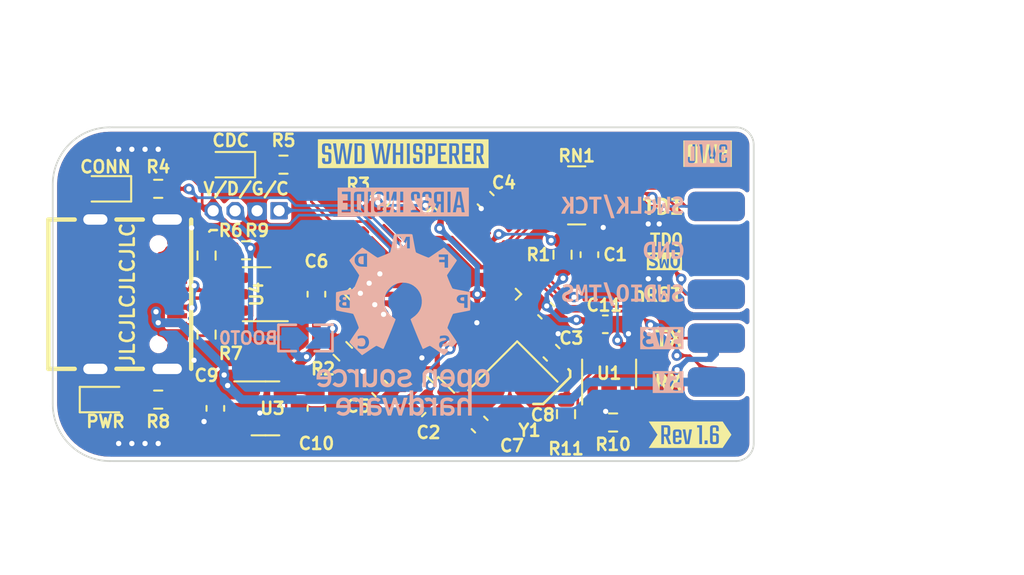
<source format=kicad_pcb>
(kicad_pcb (version 20211014) (generator pcbnew)
  (title_block (title "SWD WHISPERER") (date "2023-02-06") (rev "1.6") (company "[REDACTED]"))
  (layers (0 "F.Cu" signal) (31 "B.Cu" signal) (34 "B.Paste" user) (35 "F.Paste" user) (36 "B.SilkS" user "B.Silkscreen") (37 "F.SilkS" user "F.Silkscreen") (38 "B.Mask" user) (39 "F.Mask" user) (44 "Edge.Cuts" user))
  (net 0 "")
  (net 1 "TGT_NREST")
  (net 2 "GND")
  (net 3 "Net-(C2-Pad1)")
  (net 4 "+3.3V")
  (net 5 "OSC_IN")
  (net 6 "OSC_OUT")
  (net 7 "+5V")
  (net 8 "Net-(D1-Pad1)")
  (net 9 "Net-(D2-Pad1)")
  (net 10 "Net-(D3-Pad2)")
  (net 11 "UART_TX")
  (net 12 "UART_RX")
  (net 13 "TGT_TDO")
  (net 14 "TGT_TDI")
  (net 15 "TGT_SWCLK{slash}TCK")
  (net 16 "DBG_SWDIO")
  (net 17 "DBG_SWCLK")
  (net 18 "Net-(BOOT0-Pad2)")
  (net 19 "TGT_SWDIO{slash}TMS")
  (net 20 "TGT_CONNECT")
  (net 21 "TGT_CDC")
  (net 22 "Net-(R6-Pad1)")
  (net 23 "Net-(R7-Pad1)")
  (net 29 "TGT_SWDIO_IN{slash}TMS")
  (net 36 "USB_CONN-")
  (net 37 "USB_CONN+")
  (net 46 "USB+")
  (net 47 "USB-")
  (net 50 "/3.3V_Header")
  (net 52 "IN_TGT_SWDIO{slash}TMS")
  (net 53 "IN_TGT_TDI")
  (net 54 "IN_TGT_TDO")
  (net 55 "IN_TGT_SWCLK{slash}TCK")
  (net 56 "Net-(R10-Pad2)")
  (net 57 "EN_3.3V")
  (footprint "kibuzzard-6354CD83" (layer "F.Cu") (at 61.25718 60.96)
    (fp_text reference "kibuzzard-6354CD83" hide)
    (fp_text value "G***" hide)
  )
  (footprint "Resistor_SMD:R_0603_1608Metric" (layer "F.Cu") (at 38.989 50.927 180)
    (fp_text reference "R5")
    (fp_text value "330R")
  )
  (footprint "Resistor_SMD:R_Array_Convex_4x0603" (layer "F.Cu") (at 55.934411 52.705 180)
    (fp_text reference "RN1")
    (fp_text value "22R")
  )
  (footprint "kibuzzard-63E07768" (layer "F.Cu") (at 63.5 50.292)
    (fp_text reference "kibuzzard-63E07768" hide)
    (fp_text value "G***" hide)
  )
  (footprint "kibuzzard-6354CDA6" (layer "F.Cu") (at 60.893642 53.34)
    (fp_text reference "kibuzzard-6354CDA6" hide)
    (fp_text value "G***" hide)
  )
  (footprint "Package_TO_SOT_SMD:SOT-23-6" (layer "F.Cu") (at 37.4396 58.42 180)
    (fp_text reference "U4")
    (fp_text value "USBLC6-2SC6")
  )
  (footprint "Resistor_SMD:R_0603_1608Metric" (layer "F.Cu") (at 55.118 56.134 90)
    (fp_text reference "R1")
    (fp_text value "10K")
  )
  (footprint "kibuzzard-637AECE1" (layer "F.Cu") (at 61.102875 55.245)
    (fp_text reference "kibuzzard-637AECE1" hide)
    (fp_text value "G***" hide)
  )
  (footprint "Capacitor_SMD:C_0603_1608Metric" (layer "F.Cu") (at 57.59 60.16 180)
    (fp_text reference "C11")
    (fp_text value "10uF")
  )
  (footprint "Capacitor_SMD:C_0603_1608Metric" (layer "F.Cu") (at 56.671011 56.134 -90)
    (fp_text reference "C1")
    (fp_text value "100nF")
  )
  (footprint "Resistor_SMD:R_0603_1608Metric" (layer "F.Cu") (at 58.04 65.84)
    (fp_text reference "R10")
    (fp_text value "20K")
  )
  (footprint "Capacitor_SMD:C_0603_1608Metric" (layer "F.Cu") (at 54.17 59.37 -45)
    (fp_text reference "C3")
    (fp_text value "100nF")
  )
  (footprint "Resistor_SMD:R_0603_1608Metric" (layer "F.Cu") (at 31.749999 64.516)
    (fp_text reference "R8")
    (fp_text value "330R")
  )
  (footprint "Resistor_SMD:R_0603_1608Metric" (layer "F.Cu") (at 34.544 60.7568 -90)
    (fp_text reference "R7")
    (fp_text value "5.1K")
  )
  (footprint "Crystal:Crystal_SMD_3225-4Pin_3.2x2.5mm" (layer "F.Cu") (at 52.2478 63.7286 -135)
    (fp_text reference "Y1")
    (fp_text value "8M/20pF")
  )
  (footprint "Shaojie_Custom:2.54_1X5" (layer "F.Cu") (at 64.009 58.42 90)
    (fp_text reference "J1" hide)
    (fp_text value "Conn_01x05")
  )
  (footprint "Capacitor_SMD:C_0603_1608Metric" (layer "F.Cu") (at 40.894 65.024 90)
    (fp_text reference "C10")
    (fp_text value "1uf")
  )
  (footprint "Resistor_SMD:R_0603_1608Metric" (layer "F.Cu") (at 34.544 56.1848 90)
    (fp_text reference "R6")
    (fp_text value "5.1K")
  )
  (footprint "Resistor_SMD:R_0603_1608Metric" (layer "F.Cu") (at 36.83 55.88 180)
    (fp_text reference "R9")
    (fp_text value "1.5K")
  )
  (footprint "Connector_PinHeader_1.27mm:PinHeader_1x04_P1.27mm_Vertical" (layer "F.Cu") (at 38.735 53.594 -90)
    (fp_text reference "J3" hide)
    (fp_text value "Conn_01x04")
  )
  (footprint "Capacitor_SMD:C_0603_1608Metric" (layer "F.Cu") (at 44.577 63.881 135)
    (fp_text reference "C5")
    (fp_text value "100nF")
  )
  (footprint "Package_TO_SOT_SMD:SOT-23-5" (layer "F.Cu") (at 37.9476 65.024)
    (fp_text reference "U3")
    (fp_text value "RT9013-33GB")
  )
  (footprint "Capacitor_SMD:C_0603_1608Metric" (layer "F.Cu") (at 40.894 58.42 90)
    (fp_text reference "C6")
    (fp_text value "10uF")
  )
  (footprint "Resistor_SMD:R_0603_1608Metric" (layer "F.Cu") (at 31.75 52.324 180)
    (fp_text reference "R4")
    (fp_text value "330R")
  )
  (footprint "Resistor_SMD:R_0603_1608Metric" (layer "F.Cu") (at 44.577 52.959 45)
    (fp_text reference "R3")
    (fp_text value "100R")
  )
  (footprint "Resistor_SMD:R_0603_1608Metric" (layer "F.Cu") (at 42.418 61.722 135)
    (fp_text reference "R2")
    (fp_text value "10K")
  )
  (footprint "Capacitor_SMD:C_0603_1608Metric" (layer "F.Cu") (at 54.479813 61.807713 -45)
    (fp_text reference "C8")
    (fp_text value "20pF")
  )
  (footprint "LED_SMD:LED_0603_1608Metric" (layer "F.Cu") (at 35.866606 50.927 180)
    (fp_text reference "D2" hide)
    (fp_text value "LED")
  )
  (footprint "Package_QFP:LQFP-48_7x7mm_P0.5mm" (layer "F.Cu") (at 47.625 58.42 135)
    (fp_text reference "U2")
    (fp_text value "AIR32F103CBT6-LQFP48")
  )
  (footprint "kibuzzard-6354D1FB" (layer "F.Cu") (at 60.65647 58.42)
    (fp_text reference "kibuzzard-6354D1FB" hide)
    (fp_text value "G***" hide)
  )
  (footprint "Capacitor_SMD:C_0603_1608Metric" (layer "F.Cu") (at 46.736 65.024 -135)
    (fp_text reference "C2")
    (fp_text value "100nF")
  )
  (footprint "Capacitor_SMD:C_0603_1608Metric" (layer "F.Cu") (at 35.052 65.024 90)
    (fp_text reference "C9")
    (fp_text value "1uf")
  )
  (footprint "kibuzzard-63E07756" (layer "F.Cu") (at 45.91 50.292)
    (fp_text reference "kibuzzard-63E07756" hide)
    (fp_text value "G***" hide)
  )
  (footprint "Capacitor_SMD:C_0603_1608Metric" (layer "F.Cu") (at 50.326913 65.960613 135)
    (fp_text reference "C7")
    (fp_text value "20pF")
  )
  (footprint "Package_TO_SOT_SMD:SOT-23-5" (layer "F.Cu") (at 57.81 63.001 90)
    (fp_text reference "U1")
    (fp_text value "MT9700")
  )
  (footprint "kibuzzard-63E0777D" (layer "F.Cu") (at 62.488233 66.548)
    (fp_text reference "kibuzzard-63E0777D" hide)
    (fp_text value "G***" hide)
  )
  (footprint "kibuzzard-637AED1A" (layer "F.Cu") (at 61.006567 56.515)
    (fp_text reference "kibuzzard-637AED1A" hide)
    (fp_text value "G***" hide)
  )
  (footprint "LED_SMD:LED_0603_1608Metric" (layer "F.Cu") (at 28.702 64.516)
    (fp_text reference "D3" hide)
    (fp_text value "LED")
  )
  (footprint "Resistor_SMD:R_0603_1608Metric" (layer "F.Cu") (at 55.32 65.36 90)
    (fp_text reference "R11")
    (fp_text value "10K")
  )
  (footprint "LED_SMD:LED_0603_1608Metric" (layer "F.Cu") (at 28.702 52.324 180)
    (fp_text reference "D1" hide)
    (fp_text value "LED")
  )
  (footprint "Shaojie_Custom:USB-C-SMD_TYPE-C16PIN_C668624" (layer "F.Cu") (at 30.48 58.42 -90)
    (fp_text reference "USB1" hide)
    (fp_text value "TYPE-C_16P(073)")
  )
  (footprint "Capacitor_SMD:C_0603_1608Metric" (layer "F.Cu") (at 50.673 52.959 -45)
    (fp_text reference "C4")
    (fp_text value "100nF")
  )
  (footprint "kibuzzard-6354CD88" (layer "F.Cu") (at 61.280199 63.5)
    (fp_text reference "kibuzzard-6354CD88" hide)
    (fp_text value "G***" hide)
  )
  (footprint "LOGO" (layer "B.Cu") (at 45.91 60.198 180)
    (fp_text reference "G***" hide)
    (fp_text value "LOGO" hide)
  )
  (footprint "Shaojie_Custom:2.54_1X5" (layer "B.Cu") (at 64.009 58.42 -90)
    (fp_text reference "J2" hide)
    (fp_text value "Conn_01x05")
  )
  (footprint "kibuzzard-63E07774" (layer "B.Cu") (at 63.5 50.292 180)
    (fp_text reference "kibuzzard-63E07774" hide)
    (fp_text value "G***" hide)
  )
  (footprint "kibuzzard-6354CD45" (layer "B.Cu") (at 58.599388 58.42 180)
    (fp_text reference "kibuzzard-6354CD45" hide)
    (fp_text value "G***" hide)
  )
  (footprint "kibuzzard-6354CCE5" (layer "B.Cu") (at 60.856284 60.96 180)
    (fp_text reference "kibuzzard-6354CCE5" hide)
    (fp_text value "G***" hide)
  )
  (footprint "kibuzzard-6354CD34" (layer "B.Cu") (at 58.576369 53.34 180)
    (fp_text reference "kibuzzard-6354CD34" hide)
    (fp_text value "G***" hide)
  )
  (footprint "kibuzzard-6354CCF5" (layer "B.Cu") (at 60.96 55.88 180)
    (fp_text reference "kibuzzard-6354CCF5" hide)
    (fp_text value "G***" hide)
  )
  (footprint "kibuzzard-6354CCEF" (layer "B.Cu") (at 61.219028 63.5 180)
    (fp_text reference "kibuzzard-6354CCEF" hide)
    (fp_text value "G***" hide)
  )
  (footprint "Shaojie_Custom:Short_0603" (layer "B.Cu") (at 40.259 60.96)
    (fp_text reference "BOOT0")
    (fp_text value "短接")
  )
  (footprint "LOGO" (layer "B.Cu") (at 45.91 50.292 180)
    (fp_text reference "G***" hide)
    (fp_text value "LOGO" hide)
  )
  (footprint "LOGO" (layer "B.Cu") (at 28.956 58.547 -90)
    (fp_text reference "G***" hide)
    (fp_text value "LOGO" hide)
  )
  (footprint "kibuzzard-63E0775E" (layer "B.Cu") (at 45.91 53.086 180)
    (fp_text reference "kibuzzard-63E0775E" hide)
    (fp_text value "G***" hide)
  )
  (gr_line (start 55.56 63.21) (end 55.56 62.86) (layer "F.SilkS") (width 0.15))
  (gr_line (start 35.14 54.71) (end 34.79 54.71) (layer "F.SilkS") (width 0.15))
  (gr_line (start 55.56 62.86) (end 55.46 62.76) (layer "F.SilkS") (width 0.15))
  (gr_line (start 34.79 54.71) (end 34.7 54.8) (layer "F.SilkS") (width 0.15))
  (gr_line (start 54 64.77) (end 53.43 64.77) (layer "F.SilkS") (width 0.15))
  (gr_line (start 54 64.77) (end 55.56 63.21) (layer "F.SilkS") (width 0.15))
  (gr_line (start 65.151 48.768) (end 28.956 48.767999) (layer "Edge.Cuts") (width 0.1))
  (gr_arc (start 25.653999 52.07) (mid 26.621132 49.735132) (end 28.956 48.767999) (layer "Edge.Cuts") (width 0.1))
  (gr_line (start 66.167 49.784) (end 66.167 67.056) (layer "Edge.Cuts") (width 0.1))
  (gr_arc (start 66.167 67.056) (mid 65.86942 67.774421) (end 65.151 68.072) (layer "Edge.Cuts") (width 0.1))
  (gr_arc (start 65.151 48.768) (mid 65.86942 49.06558) (end 66.167 49.784) (layer "Edge.Cuts") (width 0.1))
  (gr_arc (start 28.956 68.072) (mid 26.621133 67.104867) (end 25.654 64.77) (layer "Edge.Cuts") (width 0.1))
  (gr_line (start 25.653999 52.07) (end 25.654 64.77) (layer "Edge.Cuts") (width 0.1))
  (gr_line (start 65.151 68.072) (end 28.956 68.072) (layer "Edge.Cuts") (width 0.1))
  (gr_text "JLCJLCJLCJLC" (at 29.972 58.42 90) (layer "F.SilkS") (effects (font (size 0.8 0.8))))
  (gr_text "V/D/G/C" (at 36.83 52.324) (layer "F.SilkS") (effects (font (size 0.7 0.7))))
  (gr_text "PWR" (at 28.702 65.786) (layer "F.SilkS") (effects (font (size 0.7 0.7))))
  (gr_text "CDC" (at 35.941 49.53) (layer "F.SilkS") (effects (font (size 0.7 0.7))))
  (gr_text "CONN" (at 28.702 51.054) (layer "F.SilkS") (effects (font (size 0.7 0.7))))
  (segment (start 58.1 57.76) (end 58.1 56.14) (width 0.152) (layer "F.Cu") (net 1))
  (segment (start 55.117 55.31) (end 55.118 55.309) (width 0.152) (layer "F.Cu") (net 1))
  (segment (start 58.379 58.039) (end 58.1 57.76) (width 0.152) (layer "F.Cu") (net 1))
  (segment (start 50.745109 55.653445) (end 50.745109 55.634891) (width 0.152) (layer "F.Cu") (net 1))
  (segment (start 54.46 55.31) (end 55.117 55.31) (width 0.152) (layer "F.Cu") (net 1))
  (segment (start 57.319 55.359) (end 56.671011 55.359) (width 0.152) (layer "F.Cu") (net 1))
  (segment (start 56.621011 55.309) (end 56.671011 55.359) (width 0.152) (layer "F.Cu") (net 1))
  (segment (start 62.2305 58.42) (end 61.8495 58.039) (width 0.152) (layer "F.Cu") (net 1))
  (segment (start 58.1 56.14) (end 57.319 55.359) (width 0.152) (layer "F.Cu") (net 1))
  (segment (start 64.009 58.42) (end 62.2305 58.42) (width 0.152) (layer "F.Cu") (net 1))
  (segment (start 61.8495 58.039) (end 58.379 58.039) (width 0.152) (layer "F.Cu") (net 1))
  (segment (start 55.118 55.309) (end 56.621011 55.309) (width 0.152) (layer "F.Cu") (net 1))
  (segment (start 50.745109 55.634891) (end 51.43 54.95) (width 0.152) (layer "F.Cu") (net 1))
  (via (at 54.46 55.31) (size 0.6) (drill 0.3) (layers "F.Cu" "B.Cu") (net 1))
  (via (at 51.43 54.95) (size 0.6) (drill 0.3) (layers "F.Cu" "B.Cu") (net 1))
  (segment (start 51.43 54.95) (end 54.1 54.95) (width 0.152) (layer "B.Cu") (net 1))
  (segment (start 54.1 54.95) (end 54.46 55.31) (width 0.152) (layer "B.Cu") (net 1))
  (segment (start 43.942 57.785) (end 43.80802 57.785) (width 0.3) (layer "F.Cu") (net 2))
  (segment (start 51.098662 60.833002) (end 50.33666 60.071) (width 0.3) (layer "F.Cu") (net 2))
  (segment (start 43.001363 62.305363) (end 43.578 62.882) (width 0.3) (layer "F.Cu") (net 2))
  (segment (start 58.382 60.16) (end 58.928 60.706) (width 0.152) (layer "F.Cu") (net 2))
  (segment (start 36.8101 65.024) (end 37.35 65.024) (width 0.152) (layer "F.Cu") (net 2))
  (segment (start 57.81 65) (end 57.61 65.2) (width 0.254) (layer "F.Cu") (net 2))
  (segment (start 50.31774 53.36574) (end 50.419 53.467) (width 0.3) (layer "F.Cu") (net 2))
  (segment (start 50.459008 53.507008) (end 50.419 53.467) (width 0.3) (layer "F.Cu") (net 2))
  (segment (start 48.977342 53.885678) (end 49.49728 53.36574) (width 0.3) (layer "F.Cu") (net 2))
  (segment (start 43.80802 57.785) (end 43.090678 57.067658) (width 0.3) (layer "F.Cu") (net 2))
  (segment (start 50.33666 60.071) (end 50.165 60.071) (width 0.3) (layer "F.Cu") (net 2))
  (segment (start 57.215 65.595) (end 57.61 65.2) (width 0.254) (layer "F.Cu") (net 2))
  (segment (start 46.272658 62.954322) (end 46.99 62.23698) (width 0.3) (layer "F.Cu") (net 2))
  (segment (start 44.028992 63.332992) (end 43.578 62.882) (width 0.3) (layer "F.Cu") (net 2))
  (segment (start 57.81 64.1385) (end 57.81 65) (width 0.254) (layer "F.Cu") (net 2))
  (segment (start 46.99 62.23698) (end 46.99 62.103) (width 0.3) (layer "F.Cu") (net 2))
  (segment (start 54.718008 59.918008) (end 54.718008 60.560008) (width 0.254) (layer "F.Cu") (net 2))
  (segment (start 49.49728 53.36574) (end 50.31774 53.36574) (width 0.3) (layer "F.Cu") (net 2))
  (segment (start 57.215 65.84) (end 57.215 65.595) (width 0.254) (layer "F.Cu") (net 2))
  (segment (start 37.35 65.024) (end 37.621 65.295) (width 0.152) (layer "F.Cu") (net 2))
  (segment (start 54.718008 60.560008) (end 54.864 60.706) (width 0.254) (layer "F.Cu") (net 2))
  (segment (start 51.221008 53.507008) (end 50.459008 53.507008) (width 0.3) (layer "F.Cu") (net 2))
  (segment (start 58.365 60.16) (end 58.382 60.16) (width 0.152) (layer "F.Cu") (net 2))
  (via (at 50.165 60.071) (size 0.6) (drill 0.3) (layers "F.Cu" "B.Cu") (net 2))
  (via (at 37.621 65.295) (size 0.6) (drill 0.3) (layers "F.Cu" "B.Cu") (net 2))
  (via (at 30.226 50.038) (size 0.61) (drill 0.305) (layers "F.Cu" "B.Cu") (net 2))
  (via (at 33.82 62.24) (size 0.6) (drill 0.3) (layers "F.Cu" "B.Cu") (net 2))
  (via (at 58.928 60.706) (size 0.6) (drill 0.3) (layers "F.Cu" "B.Cu") (net 2))
  (via (at 57.47 54.56) (size 0.6) (drill 0.3) (layers "F.Cu" "B.Cu") (net 2))
  (via (at 60.071 54.356) (size 0.6) (drill 0.3) (layers "F.Cu" "B.Cu") (net 2))
  (via (at 34.398 65.786) (size 0.61) (drill 0.305) (layers "F.Cu" "B.Cu") (net 2))
  (via (at 60.706 57.531) (size 0.6) (drill 0.3) (layers "F.Cu" "B.Cu") (net 2))
  (via (at 29.464 50.038) (size 0.61) (drill 0.305) (layers "F.Cu" "B.Cu") (net 2))
  (via (at 31.75 50.038) (size 0.61) (drill 0.305) (layers "F.Cu" "B.Cu") (net 2))
  (via (at 33.68 54.58) (size 0.6) (drill 0.3) (layers "F.Cu" "B.Cu") (net 2))
  (via (at 60.071 57.531) (size 0.6) (drill 0.3) (layers "F.Cu" "B.Cu") (net 2))
  (via (at 57.61 65.2) (size 0.6) (drill 0.3) (layers "F.Cu" "B.Cu") (net 2))
  (via (at 54.864 60.706) (size 0.6) (drill 0.3) (layers "F.Cu" "B.Cu") (net 2))
  (via (at 50.419 53.467) (size 0.6) (drill 0.3) (layers "F.Cu" "B.Cu") (net 2))
  (via (at 30.988 67.056) (size 0.61) (drill 0.305) (layers "F.Cu" "B.Cu") (net 2))
  (via (at 43.578 62.882) (size 0.6) (drill 0.3) (layers "F.Cu" "B.Cu") (net 2))
  (via (at 46.99 62.103) (size 0.6) (drill 0.3) (layers "F.Cu" "B.Cu") (net 2))
  (via (at 30.226 67.056) (size 0.61) (drill 0.305) (layers "F.Cu" "B.Cu") (net 2))
  (via (at 31.75 67.056) (size 0.61) (drill 0.305) (layers "F.Cu" "B.Cu") (net 2))
  (via (at 30.988 50.038) (size 0.61) (drill 0.305) (layers "F.Cu" "B.Cu") (net 2))
  (via (at 29.464 67.056) (size 0.61) (drill 0.305) (layers "F.Cu" "B.Cu") (net 2))
  (via (at 43.942 57.785) (size 0.6) (drill 0.3) (layers "F.Cu" "B.Cu") (net 2))
  (via (at 60.706 54.356) (size 0.6) (drill 0.3) (layers "F.Cu" "B.Cu") (net 2))
  (segment (start 37.465 53.594) (end 37.465 53.213) (width 0.152) (layer "B.Cu") (net 2))
  (segment (start 50.137554 60.579) (end 49.636296 60.579) (width 0.152) (layer "F.Cu") (net 3))
  (segment (start 50.745109 61.186555) (end 50.137554 60.579) (width 0.152) (layer "F.Cu") (net 3))
  (segment (start 49.636296 60.579) (end 48.622648 61.592648) (width 0.152) (layer "F.Cu") (net 3))
  (segment (start 47.49 63.7) (end 47.49 64.27) (width 0.152) (layer "F.Cu") (net 3))
  (segment (start 47.49 64.27) (end 47.284008 64.475992) (width 0.152) (layer "F.Cu") (net 3))
  (via (at 48.622648 61.592648) (size 0.6) (drill 0.3) (layers "F.Cu" "B.Cu") (net 3))
  (via (at 47.49 63.7) (size 0.6) (drill 0.3) (layers "F.Cu" "B.Cu") (net 3))
  (segment (start 47.49 63.7) (end 47.49 62.725296) (width 0.152) (layer "B.Cu") (net 3))
  (segment (start 47.49 62.725296) (end 48.622648 61.592648) (width 0.152) (layer "B.Cu") (net 3))
  (segment (start 48.623788 63.307876) (end 47.879 62.563088) (width 0.3) (layer "F.Cu") (net 4))
  (segment (start 53.621992 58.821992) (end 53.923992 58.821992) (width 0.254) (layer "F.Cu") (net 4))
  (segment (start 56.86 61.8635) (end 56.86 60.205) (width 0.254) (layer "F.Cu") (net 4))
  (segment (start 40.3225 62.0395) (end 39.0851 63.2769) (width 0.5) (layer "F.Cu") (net 4))
  (segment (start 34.29 52.324) (end 34.29 53.467) (width 0.152) (layer "F.Cu") (net 4))
  (segment (start 53.621992 59.948008) (end 53.621992 58.821992) (width 0.3) (layer "F.Cu") (net 4))
  (segment (start 51.452215 60.479449) (end 51.972152 60.999386) (width 0.3) (layer "F.Cu") (net 4))
  (segment (start 28.5925 51.646) (end 33.612 51.646) (width 0.152) (layer "F.Cu") (net 4))
  (segment (start 53.923992 58.821992) (end 54.203 59.101) (width 0.254) (layer "F.Cu") (net 4))
  (segment (start 47.879 62.563088) (end 47.879 61.521) (width 0.3) (layer "F.Cu") (net 4))
  (segment (start 32.574999 66.356999) (end 32.574999 64.516) (width 0.127) (layer "F.Cu") (net 4))
  (segment (start 42.0305 59.195) (end 42.858 58.3675) (width 0.5) (layer "F.Cu") (net 4))
  (segment (start 50.184883 58.425117) (end 50.19 58.42) (width 0.3) (layer "F.Cu") (net 4))
  (segment (start 55.32 64.535) (end 55.32 64.059294) (width 0.152) (layer "F.Cu") (net 4))
  (segment (start 51.452215 60.479449) (end 50.932278 59.959512) (width 0.3) (layer "F.Cu") (net 4))
  (segment (start 40.719 64.074) (end 40.894 64.249) (width 0.25) (layer "F.Cu") (net 4))
  (segment (start 56.896 62.483294) (end 56.896 61.8995) (width 0.152) (layer "F.Cu") (net 4))
  (segment (start 55.32 64.059294) (end 56.896 62.483294) (width 0.152) (layer "F.Cu") (net 4))
  (segment (start 34.29 53.467) (end 34.417 53.594) (width 0.152) (layer "F.Cu") (net 4))
  (segment (start 37.655 55.88) (end 37.592 55.88) (width 0.3) (layer "F.Cu") (net 4))
  (segment (start 35.079106 51.661894) (end 35.079106 50.927) (width 0.152) (layer "F.Cu") (net 4))
  (segment (start 46.004088 63.93) (end 46.626212 63.307876) (width 0.3) (layer "F.Cu") (net 4))
  (segment (start 50.932278 58.502278) (end 50.85 58.42) (width 0.3) (layer "F.Cu") (net 4))
  (segment (start 43.491617 58.425117) (end 50.184883 58.425117) (width 0.3) (layer "F.Cu") (net 4))
  (segment (start 49.323912 52.832) (end 48.623788 53.532124) (width 0.3) (layer "F.Cu") (net 4))
  (segment (start 47.196088 62.738) (end 48.053912 62.738) (width 0.3) (layer "F.Cu") (net 4))
  (segment (start 46.626212 63.307876) (end 47.196088 62.738) (width 0.3) (layer "F.Cu") (net 4))
  (segment (start 33.612 51.646) (end 34.29 52.324) (width 0.152) (layer "F.Cu") (net 4))
  (segment (start 39.1461 64.074) (end 40.719 64.074) (width 0.25) (layer "F.Cu") (net 4))
  (segment (start 56.561518 59.906518) (end 55.9175 59.906518) (width 0.254) (layer "F.Cu") (net 4))
  (segment (start 56.896 61.8995) (end 56.86 61.8635) (width 0.152) (layer "F.Cu") (net 4))
  (segment (start 40.894 59.195) (end 42.0305 59.195) (width 0.5) (layer "F.Cu") (net 4))
  (segment (start 48.006 54.61) (end 48.103851 54.512149) (width 0.3) (layer "F.Cu") (net 4))
  (segment (start 38.9105 65.4835) (end 38.43156 65.4835) (width 0.127) (layer "F.Cu") (net 4))
  (segment (start 37.592 55.88) (end 37.465 55.753) (width 0.3) (layer "F.Cu") (net 4))
  (segment (start 45.624016 63.93) (end 46.004088 63.93) (width 0.3) (layer "F.Cu") (net 4))
  (segment (start 50.85 58.42) (end 50.19 58.42) (width 0.3) (layer "F.Cu") (net 4))
  (segment (start 50.932278 59.959512) (end 50.932278 58.502278) (width 0.3) (layer "F.Cu") (net 4))
  (segment (start 48.103851 54.052061) (end 48.623788 53.532124) (width 0.3) (layer "F.Cu") (net 4))
  (segment (start 42.737124 57.421212) (end 43.434 58.118088) (width 0.3) (layer "F.Cu") (net 4))
  (segment (start 52.570614 60.999386) (end 53.621992 59.948008) (width 0.3) (layer "F.Cu") (net 4))
  (segment (start 49.703984 52.832) (end 49.323912 52.832) (width 0.3) (layer "F.Cu") (net 4))
  (segment (start 34.925 53.594) (end 34.925 51.816) (width 0.152) (layer "F.Cu") (net 4))
  (segment (start 33.02 66.802) (end 32.574999 66.356999) (width 0.127) (layer "F.Cu") (net 4))
  (segment (start 48.053912 62.738) (end 48.623788 63.307876) (width 0.3) (layer "F.Cu") (net 4))
  (segment (start 50.124992 52.410992) (end 49.703984 52.832) (width 0.3) (layer "F.Cu") (net 4))
  (segment (start 47.879 61.521) (end 50.19 59.21) (width 0.3) (layer "F.Cu") (net 4))
  (segment (start 39.1461 64.074) (end 39.1461 65.2479) (width 0.127) (layer "F.Cu") (net 4))
  (segment (start 51.972152 60.999386) (end 52.570614 60.999386) (width 0.3) (layer "F.Cu") (net 4))
  (segment (start 45.125008 64.429008) (end 45.624016 63.93) (width 0.3) (layer "F.Cu") (net 4))
  (segment (start 40.3225 62.0395) (end 40.926545 61.435455) (width 0.5) (layer "F.Cu") (net 4))
  (segment (start 37.465 55.753) (end 37.084 55.753) (width 0.3) (layer "F.Cu") (net 4))
  (segment (start 38.2321 65.68296) (end 38.2321 66.3889) (width 0.127) (layer "F.Cu") (net 4))
  (segment (start 40.926545 61.435455) (end 40.894 61.40291) (width 0.5) (layer "F.Cu") (net 4))
  (segment (start 37.819 66.802) (end 33.02 66.802) (width 0.127) (layer "F.Cu") (net 4))
  (segment (start 56.815 60.16) (end 56.561518 59.906518) (width 0.254) (layer "F.Cu") (net 4))
  (segment (start 50.19 59.21) (end 50.19 58.42) (width 0.3) (layer "F.Cu") (net 4))
  (segment (start 39.1461 65.2479) (end 38.9105 65.4835) (width 0.127) (layer "F.Cu") (net 4))
  (segment (start 48.103851 54.512149) (end 48.103851 54.052061) (width 0.3) (layer "F.Cu") (net 4))
  (segment (start 40.894 61.40291) (end 40.894 59.195) (width 0.5) (layer "F.Cu") (net 4))
  (segment (start 56.86 60.205) (end 56.815 60.16) (width 0.254) (layer "F.Cu") (net 4))
  (segment (start 43.434 58.3675) (end 43.491617 58.425117) (width 0.3) (layer "F.Cu") (net 4))
  (segment (start 38.2321 66.3889) (end 37.819 66.802) (width 0.127) (layer "F.Cu") (net 4))
  (segment (start 34.417 53.594) (end 34.925 53.594) (width 0.152) (layer "F.Cu") (net 4))
  (segment (start 55.118 57.467357) (end 55.146965 57.496322) (width 0.254) (layer "F.Cu") (net 4))
  (segment (start 27.9145 52.324) (end 28.5925 51.646) (width 0.152) (layer "F.Cu") (net 4))
  (segment (start 55.118 56.959) (end 55.118 57.467357) (width 0.254) (layer "F.Cu") (net 4))
  (segment (start 38.43156 65.4835) (end 38.2321 65.68296) (width 0.127) (layer "F.Cu") (net 4))
  (segment (start 42.858 58.3675) (end 43.434 58.3675) (width 0.5) (layer "F.Cu") (net 4))
  (segment (start 43.434 58.118088) (end 43.434 58.3675) (width 0.3) (layer "F.Cu") (net 4))
  (segment (start 34.925 51.816) (end 35.079106 51.661894) (width 0.152) (layer "F.Cu") (net 4))
  (segment (start 39.0851 63.2769) (end 39.0851 64.074) (width 0.5) (layer "F.Cu") (net 4))
  (via (at 40.3225 62.0395) (size 0.6) (drill 0.3) (layers "F.Cu" "B.Cu") (net 4))
  (via (at 50.19 58.42) (size 0.6) (drill 0.3) (layers "F.Cu" "B.Cu") (net 4))
  (via (at 55.146965 57.496322) (size 0.6) (drill 0.3) (layers "F.Cu" "B.Cu") (net 4))
  (via (at 43.434 58.3675) (size 0.6) (drill 0.3) (layers "F.Cu" "B.Cu") (net 4))
  (via (at 48.006 54.61) (size 0.6) (drill 0.3) (layers "F.Cu" "B.Cu") (net 4))
  (via (at 55.9175 59.906518) (size 0.6) (drill 0.3) (layers "F.Cu" "B.Cu") (net 4))
  (via (at 54.203 59.101) (size 0.6) (drill 0.3) (layers "F.Cu" "B.Cu") (net 4))
  (via (at 37.084 55.753) (size 0.6) (drill 0.3) (layers "F.Cu" "B.Cu") (net 4))
  (segment (start 34.925 53.594) (end 37.084 55.753) (width 0.3) (layer "B.Cu") (net 4))
  (segment (start 54.203 59.133) (end 54.976518 59.906518) (width 0.254) (layer "B.Cu") (net 4))
  (segment (start 40.3225 62.0395) (end 39.8907 62.0395) (width 0.5) (layer "B.Cu") (net 4))
  (segment (start 48.006 54.61) (end 50.19 56.794) (width 0.3) (layer "B.Cu") (net 4))
  (segment (start 54.976518 59.906518) (end 55.9175 59.906518) (width 0.254) (layer "B.Cu") (net 4))
  (segment (start 54.203 58.440287) (end 55.146965 57.496322) (width 0.254) (layer "B.Cu") (net 4))
  (segment (start 50.19 56.794) (end 50.19 58.42) (width 0.3) (layer "B.Cu") (net 4))
  (segment (start 37.084 60.579) (end 37.4574 60.9524) (width 0.3) (layer "B.Cu") (net 4))
  (segment (start 39.8907 62.0395) (end 39.6373 61.7861) (width 0.5) (layer "B.Cu") (net 4))
  (segment (start 39.6373 61.7861) (end 39.6373 60.9524) (width 0.5) (layer "B.Cu") (net 4))
  (segment (start 37.4574 60.9524) (end 39.6373 60.9524) (width 0.3) (layer "B.Cu") (net 4))
  (segment (start 54.203 59.101) (end 54.203 59.133) (width 0.254) (layer "B.Cu") (net 4))
  (segment (start 54.203 59.101) (end 54.203 58.440287) (width 0.254) (layer "B.Cu") (net 4))
  (segment (start 37.084 55.753) (end 37.084 60.579) (width 0.3) (layer "B.Cu") (net 4))
  (segment (start 50.874921 66.498479) (end 50.874921 66.508621) (width 0.152) (layer "F.Cu") (net 5))
  (segment (start 50.6048 62.3396) (end 52.071023 63.805823) (width 0.152) (layer "F.Cu") (net 5))
  (segment (start 52.071023 65.302377) (end 50.874921 66.498479) (width 0.152) (layer "F.Cu") (net 5))
  (segment (start 52.071023 63.805823) (end 52.071023 65.107458) (width 0.152) (layer "F.Cu") (net 5))
  (segment (start 50.038002 61.893662) (end 50.48394 62.3396) (width 0.152) (layer "F.Cu") (net 5))
  (segment (start 50.48394 62.3396) (end 50.6048 62.3396) (width 0.152) (layer "F.Cu") (net 5))
  (segment (start 52.424577 62.349742) (end 52.661458 62.349742) (width 0.152) (layer "F.Cu") (net 6))
  (segment (start 50.391555 61.540109) (end 51.201188 62.349742) (width 0.152) (layer "F.Cu") (net 6))
  (segment (start 53.751495 61.259705) (end 53.931805 61.259705) (width 0.152) (layer "F.Cu") (net 6))
  (segment (start 52.661458 62.349742) (end 53.751495 61.259705) (width 0.152) (layer "F.Cu") (net 6))
  (segment (start 51.201188 62.349742) (end 52.424577 62.349742) (width 0.152) (layer "F.Cu") (net 6))
  (segment (start 36.8101 65.974) (end 35.982 65.974) (width 0.152) (layer "F.Cu") (net 7))
  (segment (start 35.779 65.771) (end 35.779 64.261) (width 0.152) (layer "F.Cu") (net 7))
  (segment (start 35.966 64.074) (end 36.8101 64.074) (width 0.152) (layer "F.Cu") (net 7))
  (segment (start 35.982 65.974) (end 35.779 65.771) (width 0.152) (layer "F.Cu") (net 7))
  (segment (start 35.779 64.261) (end 35.966 64.074) (width 0.152) (layer "F.Cu") (net 7))
  (segment (start 37.084 58.42) (end 37.1676 58.5036) (width 0.152) (layer "F.Cu") (net 7))
  (segment (start 36.940617 59.8932) (end 35.7124 59.8932) (width 0.152) (layer "F.Cu") (net 7))
  (segment (start 37.1676 59.666217) (end 36.940617 59.8932) (width 0.152) (layer "F.Cu") (net 7))
  (segment (start 34.7853 60.8203) (end 32.8422 60.8203) (width 0.152) (layer "F.Cu") (net 7))
  (segment (start 36.3021 58.42) (end 37.084 58.42) (width 0.152) (layer "F.Cu") (net 7))
  (segment (start 37.1676 58.5036) (end 37.1676 59.666217) (width 0.152) (layer "F.Cu") (net 7))
  (segment (start 35.7124 59.8932) (end 34.7853 60.8203) (width 0.152) (layer "F.Cu") (net 7))
  (via (at 35.56 63.0936) (size 0.61) (drill 0.305) (layers "F.Cu" "B.Cu") (net 7))
  (via (at 35.7632 63.7032) (size 0.61) (drill 0.305) (layers "F.Cu" "B.Cu") (net 7))
  (via (at 31.75 60.071) (size 0.61) (drill 0.305) (layers "F.Cu" "B.Cu") (net 7))
  (via (at 31.623 59.436) (size 0.61) (drill 0.305) (layers "F.Cu" "B.Cu") (net 7))
  (segment (start 35.56 62.611) (end 35.56 63.0936) (width 0.5) (layer "B.Cu") (net 7))
  (segment (start 31.75 60.071) (end 33.02 60.071) (width 0.5) (layer "B.Cu") (net 7))
  (segment (start 31.623 59.436) (end 31.623 59.944) (width 0.5) (layer "B.Cu") (net 7))
  (segment (start 64.009 63.5) (end 56.64 63.5) (width 0.5) (layer "B.Cu") (net 7))
  (segment (start 35.56 63.5) (end 35.56 63.0936) (width 0.5) (layer "B.Cu") (net 7))
  (segment (start 33.02 60.071) (end 35.56 62.611) (width 0.5) (layer "B.Cu") (net 7))
  (segment (start 35.7632 63.7032) (end 35.56 63.5) (width 0.5) (layer "B.Cu") (net 7))
  (segment (start 55.624 64.516) (end 36.576 64.516) (width 0.5) (layer "B.Cu") (net 7))
  (segment (start 31.623 59.944) (end 31.75 60.071) (width 0.5) (layer "B.Cu") (net 7))
  (segment (start 56.64 63.5) (end 55.624 64.516) (width 0.5) (layer "B.Cu") (net 7))
  (segment (start 36.576 64.516) (end 35.7632 63.7032) (width 0.5) (layer "B.Cu") (net 7))
  (segment (start 30.925 52.324) (end 29.4895 52.324) (width 0.127) (layer "F.Cu") (net 8))
  (segment (start 38.164 50.927) (end 36.654106 50.927) (width 0.152) (layer "F.Cu") (net 9))
  (segment (start 30.924999 64.516) (end 29.4895 64.516) (width 0.127) (layer "F.Cu") (net 10))
  (segment (start 53.23 57.31) (end 51.96 58.58) (width 0.152) (layer "F.Cu") (net 11))
  (segment (start 51.96 58.58) (end 51.96 58.865912) (width 0.152) (layer "F.Cu") (net 11))
  (segment (start 64.009 60.96) (end 60.18514 60.96) (width 0.152) (layer "F.Cu") (net 11))
  (segment (start 59.018 59.79286) (end 59.018 59.652717) (width 0.152) (layer "F.Cu") (net 11))
  (segment (start 58.767283 59.402) (end 55.41428 59.402) (width 0.152) (layer "F.Cu") (net 11))
  (segment (start 60.18514 60.96) (end 59.018 59.79286) (width 0.152) (layer "F.Cu") (net 11))
  (segment (start 55.41428 59.402) (end 53.32228 57.31) (width 0.152) (layer "F.Cu") (net 11))
  (segment (start 59.018 59.652717) (end 58.767283 59.402) (width 0.152) (layer "F.Cu") (net 11))
  (segment (start 51.96 58.865912) (end 52.512876 59.418788) (width 0.152) (layer "F.Cu") (net 11))
  (segment (start 53.32228 57.31) (end 53.23 57.31) (width 0.152) (layer "F.Cu") (net 11))
  (segment (start 52.512876 57.421212) (end 53.074088 56.86) (width 0.152) (layer "F.Cu") (net 12))
  (segment (start 64.009 63.5) (end 62.485 61.976) (width 0.152) (layer "F.Cu") (net 12))
  (segment (start 53.26614 56.86) (end 55.529639 59.123499) (width 0.152) (layer "F.Cu") (net 12))
  (segment (start 53.074088 56.86) (end 53.26614 56.86) (width 0.152) (layer "F.Cu") (net 12))
  (segment (start 55.529639 59.123499) (end 59.123499 59.123499) (width 0.152) (layer "F.Cu") (net 12))
  (segment (start 59.123499 59.123499) (end 60.198 60.198) (width 0.152) (layer "F.Cu") (net 12))
  (segment (start 62.485 61.976) (end 61.722 61.976) (width 0.152) (layer "F.Cu") (net 12))
  (via (at 61.722 61.976) (size 0.6) (drill 0.3) (layers "F.Cu" "B.Cu") (net 12))
  (via (at 60.198 60.198) (size 0.6) (drill 0.3) (layers "F.Cu" "B.Cu") (net 12))
  (segment (start 60.833 60.198) (end 61.722 61.087) (width 0.152) (layer "B.Cu") (net 12))
  (segment (start 60.198 60.198) (end 60.833 60.198) (width 0.152) (layer "B.Cu") (net 12))
  (segment (start 61.722 61.087) (end 61.722 61.976) (width 0.152) (layer "B.Cu") (net 12))
  (segment (start 56.834411 52.305) (end 56.837912 52.301499) (width 0.152) (layer "F.Cu") (net 13))
  (segment (start 56.837912 52.301499) (end 60.610499 52.301499) (width 0.152) (layer "F.Cu") (net 13))
  (segment (start 60.610499 52.301499) (end 61.94 53.631) (width 0.152) (layer "F.Cu") (net 13))
  (segment (start 61.94 55.57) (end 62.25 55.88) (width 0.152) (layer "F.Cu") (net 13))
  (segment (start 62.25 55.88) (end 64.009 55.88) (width 0.152) (layer "F.Cu") (net 13))
  (segment (start 61.94 53.631) (end 61.94 55.57) (width 0.152) (layer "F.Cu") (net 13))
  (segment (start 57.797 52.022) (end 60.929 52.022) (width 0.152) (layer "F.Cu") (net 14))
  (segment (start 56.834411 51.505) (end 57.28 51.505) (width 0.152) (layer "F.Cu") (net 14))
  (segment (start 60.929 52.022) (end 62.247 53.34) (width 0.152) (layer "F.Cu") (net 14))
  (segment (start 62.247 53.34) (end 64.009 53.34) (width 0.152) (layer "F.Cu") (net 14))
  (segment (start 57.28 51.505) (end 57.797 52.022) (width 0.152) (layer "F.Cu") (net 14))
  (segment (start 57.549411 52.59) (end 60.090644 52.59) (width 0.152) (layer "F.Cu") (net 15))
  (segment (start 57.034411 53.105) (end 57.549411 52.59) (width 0.152) (layer "F.Cu") (net 15))
  (segment (start 60.090644 52.59) (end 60.305322 52.804678) (width 0.152) (layer "F.Cu") (net 15))
  (segment (start 56.834411 53.105) (end 57.034411 53.105) (width 0.152) (layer "F.Cu") (net 15))
  (via (at 60.305322 52.804678) (size 0.6) (drill 0.3) (layers "F.Cu" "B.Cu") (net 15))
  (segment (start 64.009 53.34) (end 60.840644 53.34) (width 0.152) (layer "B.Cu") (net 15))
  (segment (start 60.840644 53.34) (end 60.305322 52.804678) (width 0.152) (layer "B.Cu") (net 15))
  (segment (start 43.973724 57.243598) (end 44.560744 57.243598) (width 0.152) (layer "F.Cu") (net 16))
  (segment (start 43.444231 56.714105) (end 43.973724 57.243598) (width 0.152) (layer "F.Cu") (net 16))
  (via (at 44.560744 57.243598) (size 0.6) (drill 0.3) (layers "F.Cu" "B.Cu") (net 16))
  (segment (start 39.88 53.85) (end 39.32 54.41) (width 0.152) (layer "B.Cu") (net 16))
  (segment (start 39.32 54.41) (end 37.011 54.41) (width 0.152) (layer "B.Cu") (net 16))
  (segment (start 44.976402 57.243598) (end 45.15 57.07) (width 0.152) (layer "B.Cu") (net 16))
  (segment (start 43.22 53.85) (end 39.88 53.85) (width 0.152) (layer "B.Cu") (net 16))
  (segment (start 37.011 54.41) (end 36.195 53.594) (width 0.152) (layer "B.Cu") (net 16))
  (segment (start 45.15 57.07) (end 45.15 55.78) (width 0.152) (layer "B.Cu") (net 16))
  (segment (start 44.560744 57.243598) (end 44.976402 57.243598) (width 0.152) (layer "B.Cu") (net 16))
  (segment (start 45.15 55.78) (end 43.22 53.85) (width 0.152) (layer "B.Cu") (net 16))
  (segment (start 44.265 59.025) (end 44.11 58.87) (width 0.152) (layer "F.Cu") (net 17))
  (segment (start 44.11 58.87) (end 43.285912 58.87) (width 0.152) (layer "F.Cu") (net 17))
  (segment (start 43.285912 58.87) (end 42.737124 59.418788) (width 0.152) (layer "F.Cu") (net 17))
  (via (at 44.265 59.025) (size 0.6) (drill 0.3) (layers "F.Cu" "B.Cu") (net 17))
  (segment (start 38.757501 53.571499) (end 43.341499 53.571499) (width 0.152) (layer "B.Cu") (net 17))
  (segment (start 45.44 57.23) (end 44.265 58.405) (width 0.152) (layer "B.Cu") (net 17))
  (segment (start 43.341499 53.571499) (end 45.44 55.67) (width 0.152) (layer "B.Cu") (net 17))
  (segment (start 44.265 58.405) (end 44.265 59.025) (width 0.152) (layer "B.Cu") (net 17))
  (segment (start 38.735 53.594) (end 38.757501 53.571499) (width 0.152) (layer "B.Cu") (net 17))
  (segment (start 45.44 55.67) (end 45.44 57.23) (width 0.152) (layer "B.Cu") (net 17))
  (segment (start 42.200274 60.773) (end 41.834637 61.138637) (width 0.152) (layer "F.Cu") (net 18))
  (segment (start 42.723 60.773) (end 42.200274 60.773) (width 0.152) (layer "F.Cu") (net 18))
  (segment (start 44.42 62.47) (end 42.723 60.773) (width 0.152) (layer "F.Cu") (net 18))
  (segment (start 44.63566 62.47) (end 44.42 62.47) (width 0.152) (layer "F.Cu") (net 18))
  (segment (start 41.83 61.134) (end 41.834637 61.138637) (width 0.152) (layer "F.Cu") (net 18))
  (segment (start 45.211998 61.893662) (end 44.63566 62.47) (width 0.152) (layer "F.Cu") (net 18))
  (segment (start 41.83 60.4) (end 41.83 61.134) (width 0.152) (layer "F.Cu") (net 18))
  (via (at 41.83 60.4) (size 0.6) (drill 0.3) (layers "F.Cu" "B.Cu") (net 18))
  (segment (start 40.9708 60.9524) (end 41.2776 60.9524) (width 0.152) (layer "B.Cu") (net 18))
  (segment (start 41.2776 60.9524) (end 41.83 60.4) (width 0.152) (layer "B.Cu") (net 18))
  (segment (start 61.976 57.396) (end 61.65 57.07) (width 0.152) (layer "F.Cu") (net 19))
  (segment (start 59.68 52.89) (end 60.12 53.33) (width 0.152) (layer "F.Cu") (net 19))
  (segment (start 61.65 53.76) (end 61.65 57.07) (width 0.152) (layer "F.Cu") (net 19))
  (segment (start 57.56 53.68) (end 57.56 53.214566) (width 0.152) (layer "F.Cu") (net 19))
  (segment (start 60.12 53.33) (end 61.22 53.33) (width 0.152) (layer "F.Cu") (net 19))
  (segment (start 61.22 53.33) (end 61.65 53.76) (width 0.152) (layer "F.Cu") (net 19))
  (segment (start 57.56 53.214566) (end 57.884566 52.89) (width 0.152) (layer "F.Cu") (net 19))
  (segment (start 57.335 53.905) (end 57.56 53.68) (width 0.152) (layer "F.Cu") (net 19))
  (segment (start 56.834411 53.905) (end 57.335 53.905) (width 0.152) (layer "F.Cu") (net 19))
  (segment (start 57.884566 52.89) (end 59.68 52.89) (width 0.152) (layer "F.Cu") (net 19))
  (segment (start 61.976 57.531) (end 61.976 57.396) (width 0.152) (layer "F.Cu") (net 19))
  (via (at 61.976 57.531) (size 0.6) (drill 0.3) (layers "F.Cu" "B.Cu") (net 19))
  (segment (start 61.976 58.036) (end 62.36 58.42) (width 0.152) (layer "B.Cu") (net 19))
  (segment (start 62.36 58.42) (end 64.009 58.42) (width 0.152) (layer "B.Cu") (net 19))
  (segment (start 61.976 57.531) (end 61.976 58.036) (width 0.152) (layer "B.Cu") (net 19))
  (segment (start 44.504891 61.186555) (end 45.109 60.582446) (width 0.152) (layer "F.Cu") (net 20))
  (segment (start 45.109 60.582446) (end 45.109 60.45) (width 0.152) (layer "F.Cu") (net 20))
  (segment (start 32.575 52.324) (end 33.528 52.324) (width 0.127) (layer "F.Cu") (net 20))
  (segment (start 44.774 60.115) (end 44.774 59.585) (width 0.152) (layer "F.Cu") (net 20))
  (segment (start 45.109 60.45) (end 44.774 60.115) (width 0.152) (layer "F.Cu") (net 20))
  (via (at 44.774 59.585) (size 0.6) (drill 0.3) (layers "F.Cu" "B.Cu") (net 20))
  (via (at 33.528 52.324) (size 0.61) (drill 0.305) (layers "F.Cu" "B.Cu") (net 20))
  (segment (start 39.691295 53.292499) (end 39.238796 52.84) (width 0.152) (layer "B.Cu") (net 20))
  (segment (start 45.807 55.634) (end 43.465499 53.292499) (width 0.152) (layer "B.Cu") (net 20))
  (segment (start 43.465499 53.292499) (end 39.691295 53.292499) (width 0.152) (layer "B.Cu") (net 20))
  (segment (start 39.238796 52.84) (end 34.044 52.84) (width 0.152) (layer "B.Cu") (net 20))
  (segment (start 44.774 59.585) (end 44.774 58.481) (width 0.152) (layer "B.Cu") (net 20))
  (segment (start 44.774 58.481) (end 45.807 57.448) (width 0.152) (layer "B.Cu") (net 20))
  (segment (start 45.807 57.448) (end 45.807 55.634) (width 0.152) (layer "B.Cu") (net 20))
  (segment (start 34.044 52.84) (end 33.528 52.324) (width 0.152) (layer "B.Cu") (net 20))
  (segment (start 43.777554 54.219) (end 41.749 54.219) (width 0.152) (layer "F.Cu") (net 21))
  (segment (start 44.858445 55.299891) (end 43.777554 54.219) (width 0.152) (layer "F.Cu") (net 21))
  (segment (start 41.749 54.219) (end 40.599 53.069) (width 0.152) (layer "F.Cu") (net 21))
  (segment (start 40.325 50.927) (end 39.814 50.927) (width 0.152) (layer "F.Cu") (net 21))
  (segment (start 40.599 53.069) (end 40.599 51.201) (width 0.152) (layer "F.Cu") (net 21))
  (segment (start 40.599 51.201) (end 40.325 50.927) (width 0.152) (layer "F.Cu") (net 21))
  (segment (start 32.8422 57.1703) (end 33.6093 57.1703) (width 0.152) (layer "F.Cu") (net 22))
  (segment (start 33.6093 57.1703) (end 33.782 56.9976) (width 0.152) (layer "F.Cu") (net 22))
  (segment (start 33.782 56.9976) (end 34.5318 56.9976) (width 0.152) (layer "F.Cu") (net 22))
  (segment (start 34.5318 56.9976) (end 34.544 57.0098) (width 0.152) (layer "F.Cu") (net 22))
  (segment (start 33.6067 60.1701) (end 33.845 59.9318) (width 0.152) (layer "F.Cu") (net 23))
  (segment (start 33.845 59.9318) (end 34.544 59.9318) (width 0.152) (layer "F.Cu") (net 23))
  (segment (start 32.8422 60.1701) (end 33.6067 60.1701) (width 0.152) (layer "F.Cu") (net 23))
  (segment (start 46.053088 52.959) (end 45.72 52.959) (width 0.3) (layer "F.Cu") (net 29))
  (segment (start 45.160363 52.399363) (end 45.160363 52.375637) (width 0.3) (layer "F.Cu") (net 29))
  (segment (start 45.72 52.959) (end 45.160363 52.399363) (width 0.3) (layer "F.Cu") (net 29))
  (segment (start 46.626212 53.532124) (end 46.053088 52.959) (width 0.3) (layer "F.Cu") (net 29))
  (segment (start 37.6876 57.163841) (end 38.046741 56.8047) (width 0.2) (layer "F.Cu") (net 36))
  (segment (start 41.6898 56.036) (end 42.4518 55.274) (width 0.2) (layer "F.Cu") (net 36))
  (segment (start 38.5771 59.37) (end 38.1541 58.947) (width 0.2) (layer "F.Cu") (net 36))
  (segment (start 38.046741 56.8047) (end 38.1271 56.8047) (width 0.2) (layer "F.Cu") (net 36))
  (segment (start 44.115984 56.006998) (end 44.151338 56.006998) (width 0.2) (layer "F.Cu") (net 36))
  (segment (start 38.1271 56.8047) (end 38.8958 56.036) (width 0.2) (layer "F.Cu") (net 36))
  (segment (start 37.6876 58.726159) (end 37.6876 57.163841) (width 0.2) (layer "F.Cu") (net 36))
  (segment (start 42.4518 55.274) (end 43.382986 55.274) (width 0.2) (layer "F.Cu") (net 36))
  (segment (start 38.1541 58.947) (end 37.908441 58.947) (width 0.2) (layer "F.Cu") (net 36))
  (segment (start 43.382986 55.274) (end 44.115984 56.006998) (width 0.2) (layer "F.Cu") (net 36))
  (segment (start 38.8958 56.036) (end 41.6898 56.036) (width 0.2) (layer "F.Cu") (net 36))
  (segment (start 37.908441 58.947) (end 37.6876 58.726159) (width 0.2) (layer "F.Cu") (net 36))
  (segment (start 39.0822 56.486) (end 41.8762 56.486) (width 0.2) (layer "F.Cu") (net 37))
  (segment (start 38.5771 56.9911) (end 39.0822 56.486) (width 0.2) (layer "F.Cu") (net 37))
  (segment (start 43.196588 55.724) (end 43.797785 56.325197) (width 0.2) (layer "F.Cu") (net 37))
  (segment (start 43.797785 56.325197) (end 43.797785 56.360551) (width 0.2) (layer "F.Cu") (net 37))
  (segment (start 38.5771 57.47) (end 38.5771 56.9911) (width 0.2) (layer "F.Cu") (net 37))
  (segment (start 41.8762 56.486) (end 42.6382 55.724) (width 0.2) (layer "F.Cu") (net 37))
  (segment (start 42.6382 55.724) (end 43.196588 55.724) (width 0.2) (layer "F.Cu") (net 37))
  (segment (start 33.58442 58.1711) (end 33.831181 57.924339) (width 0.152) (layer "F.Cu") (net 46))
  (segment (start 36.3021 57.47) (end 35.8791 57.893) (width 0.2) (layer "F.Cu") (net 46))
  (segment (start 33.702425 59.202483) (end 32.875383 59.202483) (width 0.152) (layer "F.Cu") (net 46))
  (segment (start 35.4126 58.113841) (end 35.4126 58.194999) (width 0.2) (layer "F.Cu") (net 46))
  (segment (start 36.005 56.7314) (end 36.005 55.88) (width 0.152) (layer "F.Cu") (net 46))
  (segment (start 35.633441 57.893) (end 35.4126 58.113841) (width 0.2) (layer "F.Cu") (net 46))
  (segment (start 33.729051 58.195) (end 33.705151 58.1711) (width 0.2) (layer "F.Cu") (net 46))
  (segment (start 32.8422 58.1711) (end 33.58442 58.1711) (width 0.152) (layer "F.Cu") (net 46))
  (segment (start 35.8791 57.893) (end 35.633441 57.893) (width 0.2) (layer "F.Cu") (net 46))
  (segment (start 32.875383 59.202483) (end 32.8422 59.1693) (width 0.152) (layer "F.Cu") (net 46))
  (segment (start 33.705151 58.1711) (end 32.8422 58.1711) (width 0.2) (layer "F.Cu") (net 46))
  (segment (start 36.3021 57.47) (end 36.3021 57.0285) (width 0.152) (layer "F.Cu") (net 46))
  (segment (start 36.3021 57.0285) (end 36.005 56.7314) (width 0.152) (layer "F.Cu") (net 46))
  (segment (start 35.4126 58.194999) (end 33.729051 58.195) (width 0.2) (layer "F.Cu") (net 46))
  (via (at 33.702425 59.202483) (size 0.6) (drill 0.3) (layers "F.Cu" "B.Cu") (net 46))
  (via (at 33.831181 57.924339) (size 0.6) (drill 0.3) (layers "F.Cu" "B.Cu") (net 46))
  (segment (start 33.831181 57.924339) (end 33.831181 59.073727) (width 0.152) (layer "B.Cu") (net 46))
  (segment (start 33.831181 59.073727) (end 33.702425 59.202483) (width 0.152) (layer "B.Cu") (net 46))
  (segment (start 35.4126 58.645001) (end 33.729051 58.645) (width 0.2) (layer "F.Cu") (net 47))
  (segment (start 32.1149 58.6689) (end 32.8422 58.6689) (width 0.152) (layer "F.Cu") (net 47))
  (segment (start 32.8422 57.6707) (end 32.1149 57.6707) (width 0.152) (layer "F.Cu") (net 47))
  (segment (start 35.633441 58.947) (end 35.4126 58.726159) (width 0.2) (layer "F.Cu") (net 47))
  (segment (start 33.729051 58.645) (end 33.705151 58.6689) (width 0.2) (layer "F.Cu") (net 47))
  (segment (start 33.705151 58.6689) (end 32.8422 58.6689) (width 0.2) (layer "F.Cu") (net 47))
  (segment (start 32.0639 57.7217) (end 32.0639 58.6179) (width 0.152) (layer "F.Cu") (net 47))
  (segment (start 32.0639 58.6179) (end 32.1149 58.6689) (width 0.152) (layer "F.Cu") (net 47))
  (segment (start 36.3021 59.37) (end 35.8791 58.947) (width 0.2) (layer "F.Cu") (net 47))
  (segment (start 32.1149 57.6707) (end 32.0639 57.7217) (width 0.152) (layer "F.Cu") (net 47))
  (segment (start 35.4126 58.726159) (end 35.4126 58.645001) (width 0.2) (layer "F.Cu") (net 47))
  (segment (start 35.8791 58.947) (end 35.633441 58.947) (width 0.2) (layer "F.Cu") (net 47))
  (segment (start 56.86 64.1385) (end 56.86 63.412372) (width 0.3) (layer "F.Cu") (net 50))
  (segment (start 61.410035 63.119) (end 61.73827 62.790765) (width 0.3) (layer "F.Cu") (net 50))
  (segment (start 57.153372 63.119) (end 61.410035 63.119) (width 0.3) (layer "F.Cu") (net 50))
  (segment (start 56.86 63.412372) (end 57.153372 63.119) (width 0.3) (layer "F.Cu") (net 50))
  (via (at 61.73827 62.790765) (size 0.6) (drill 0.3) (layers "F.Cu" "B.Cu") (net 50))
  (segment (start 64.009 61.881) (end 64.009 60.96) (width 0.3) (layer "B.Cu") (net 50))
  (segment (start 61.73827 62.790765) (end 62.339035 62.19) (width 0.3) (layer "B.Cu") (net 50))
  (segment (start 62.339035 62.19) (end 63.7 62.19) (width 0.3) (layer "B.Cu") (net 50))
  (segment (start 63.7 62.19) (end 64.009 61.881) (width 0.3) (layer "B.Cu") (net 50))
  (segment (start 47.735832 53.280308) (end 47.189692 53.280308) (width 0.152) (layer "F.Cu") (net 52))
  (segment (start 56.128501 51.14923) (end 55.67077 50.691499) (width 0.152) (layer "F.Cu") (net 52))
  (segment (start 55.586411 53.905) (end 56.128501 53.36291) (width 0.152) (layer "F.Cu") (net 52))
  (segment (start 50.324641 50.691499) (end 47.735832 53.280308) (width 0.152) (layer "F.Cu") (net 52))
  (segment (start 44.416 53.12) (end 43.993637 53.542363) (width 0.152) (layer "F.Cu") (net 52))
  (segment (start 44.44 53.12) (end 44.416 53.12) (width 0.152) (layer "F.Cu") (net 52))
  (segment (start 56.128501 53.36291) (end 56.128501 51.14923) (width 0.152) (layer "F.Cu") (net 52))
  (segment (start 43.993637 53.542363) (end 45.222237 53.542363) (width 0.3) (layer "F.Cu") (net 52))
  (segment (start 45.222237 53.542363) (end 45.919105 54.239231) (width 0.3) (layer "F.Cu") (net 52))
  (segment (start 55.034411 53.905) (end 55.586411 53.905) (width 0.152) (layer "F.Cu") (net 52))
  (segment (start 55.67077 50.691499) (end 50.324641 50.691499) (width 0.152) (layer "F.Cu") (net 52))
  (via (at 44.44 53.12) (size 0.6) (drill 0.3) (layers "F.Cu" "B.Cu") (net 52))
  (via (at 47.189692 53.280308) (size 0.6) (drill 0.3) (layers "F.Cu" "B.Cu") (net 52))
  (segment (start 44.600308 53.280308) (end 44.44 53.12) (width 0.152) (layer "B.Cu") (net 52))
  (segment (start 47.189692 53.280308) (end 44.600308 53.280308) (width 0.152) (layer "B.Cu") (net 52))
  (segment (start 51.098662 55.991338) (end 51.098662 56.006998) (width 0.152) (layer "F.Cu") (net 53))
  (segment (start 54.435 51.505) (end 53.975 51.965) (width 0.152) (layer "F.Cu") (net 53))
  (segment (start 53.975 53.324294) (end 51.919294 55.38) (width 0.152) (layer "F.Cu") (net 53))
  (segment (start 51.71 55.38) (end 51.098662 55.991338) (width 0.152) (layer "F.Cu") (net 53))
  (segment (start 55.034411 51.505) (end 54.435 51.505) (width 0.152) (layer "F.Cu") (net 53))
  (segment (start 53.975 51.965) (end 53.975 53.324294) (width 0.152) (layer "F.Cu") (net 53))
  (segment (start 51.919294 55.38) (end 51.71 55.38) (width 0.152) (layer "F.Cu") (net 53))
  (segment (start 45.602018 56.150382) (end 46.5836 55.1688) (width 0.254) (layer "F.Cu") (net 54))
  (segment (start 51.452215 56.360551) (end 52.07 55.742766) (width 0.152) (layer "F.Cu") (net 54))
  (segment (start 44.504891 55.653445) (end 45.001828 56.150382) (width 0.254) (layer "F.Cu") (net 54))
  (segment (start 54.253501 52.546499) (end 54.495 52.305) (width 0.152) (layer "F.Cu") (net 54))
  (segment (start 48.7172 55.1688) (end 50.405889 56.857489) (width 0.254) (layer "F.Cu") (net 54))
  (segment (start 46.5836 55.1688) (end 48.7172 55.1688) (width 0.254) (layer "F.Cu") (net 54))
  (segment (start 52.07 55.62386) (end 54.253501 53.440359) (width 0.152) (layer "F.Cu") (net 54))
  (segment (start 52.07 55.742766) (end 52.07 55.62386) (width 0.152) (layer "F.Cu") (net 54))
  (segment (start 54.495 52.305) (end 55.034411 52.305) (width 0.152) (layer "F.Cu") (net 54))
  (segment (start 54.253501 53.440359) (end 54.253501 52.546499) (width 0.152) (layer "F.Cu") (net 54))
  (segment (start 45.001828 56.150382) (end 45.602018 56.150382) (width 0.254) (layer "F.Cu") (net 54))
  (segment (start 50.405889 56.857489) (end 50.955277 56.857489) (width 0.254) (layer "F.Cu") (net 54))
  (segment (start 50.955277 56.857489) (end 51.452215 56.360551) (width 0.254) (layer "F.Cu") (net 54))
  (segment (start 46.94698 54.56) (end 47.25 54.56) (width 0.152) (layer "F.Cu") (net 55))
  (segment (start 55.555411 50.97) (end 55.85 51.264589) (width 0.152) (layer "F.Cu") (net 55))
  (segment (start 50.44 50.97) (end 55.555411 50.97) (width 0.152) (layer "F.Cu") (net 55))
  (segment (start 46.272658 53.885678) (end 46.94698 54.56) (width 0.152) (layer "F.Cu") (net 55))
  (segment (start 47.25 54.56) (end 47.61 54.2) (width 0.152) (layer "F.Cu") (net 55))
  (segment (start 47.61 54.2) (end 47.61 53.8) (width 0.152) (layer "F.Cu") (net 55))
  (segment (start 55.85 52.85) (end 55.595 53.105) (width 0.152) (layer "F.Cu") (net 55))
  (segment (start 47.61 53.8) (end 50.44 50.97) (width 0.152) (layer "F.Cu") (net 55))
  (segment (start 55.595 53.105) (end 55.034411 53.105) (width 0.152) (layer "F.Cu") (net 55))
  (segment (start 55.85 51.264589) (end 55.85 52.85) (width 0.152) (layer "F.Cu") (net 55))
  (segment (start 58.865 65.205) (end 58.76 65.1) (width 0.254) (layer "F.Cu") (net 56))
  (segment (start 58.865 65.84) (end 58.865 65.205) (width 0.254) (layer "F.Cu") (net 56))
  (segment (start 58.76 65.1) (end 58.76 64.1385) (width 0.254) (layer "F.Cu") (net 56))
  (segment (start 58.76 61.554) (end 58.293 61.087) (width 0.152) (layer "F.Cu") (net 57))
  (segment (start 55.39 58.59) (end 55.78 58.59) (width 0.152) (layer "F.Cu") (net 57))
  (segment (start 55.998 65.287) (end 55.998 63.89) (width 0.152) (layer "F.Cu") (net 57))
  (segment (start 58.76 61.8635) (end 58.76 61.554) (width 0.152) (layer "F.Cu") (net 57))
  (segment (start 56.357 63.416154) (end 57.007154 62.766) (width 0.152) (layer "F.Cu") (net 57))
  (segment (start 55.88 65.405) (end 55.998 65.287) (width 0.152) (layer "F.Cu") (net 57))
  (segment (start 55.626 65.405) (end 55.88 65.405) (width 0.152) (layer "F.Cu") (net 57))
  (segment (start 57.8575 62.766) (end 58.76 61.8635) (width 0.152) (layer "F.Cu") (net 57))
  (segment (start 53.09 56.29) (end 55.39 58.59) (width 0.152) (layer "F.Cu") (net 57))
  (segment (start 55.32 65.711) (end 55.626 65.405) (width 0.152) (layer "F.Cu") (net 57))
  (segment (start 55.998 63.89) (end 56.357 63.531) (width 0.152) (layer "F.Cu") (net 57))
  (segment (start 57.007154 62.766) (end 57.8575 62.766) (width 0.152) (layer "F.Cu") (net 57))
  (segment (start 52.159322 57.067658) (end 52.93698 56.29) (width 0.152) (layer "F.Cu") (net 57))
  (segment (start 52.93698 56.29) (end 53.09 56.29) (width 0.152) (layer "F.Cu") (net 57))
  (segment (start 55.32 66.185) (end 55.32 65.711) (width 0.152) (layer "F.Cu") (net 57))
  (segment (start 56.357 63.531) (end 56.357 63.416154) (width 0.152) (layer "F.Cu") (net 57))
  (via (at 55.78 58.59) (size 0.6) (drill 0.3) (layers "F.Cu" "B.Cu") (net 57))
  (via (at 58.293 61.087) (size 0.6) (drill 0.3) (layers "F.Cu" "B.Cu") (net 57))
  (segment (start 55.78 58.59) (end 57.93 58.59) (width 0.152) (layer "B.Cu") (net 57))
  (segment (start 57.93 58.59) (end 58.293 58.953) (width 0.152) (layer "B.Cu") (net 57))
  (segment (start 58.293 58.953) (end 58.293 61.087) (width 0.152) (layer "B.Cu") (net 57))
  (zone (net 47) (net_name "USB-") (layer "F.Cu") (priority 16962) (connect_pads yes (clearance 0)) (min_thickness 0.0254) (fill yes (thermal_gap 0.508) (thermal_bridge_width 0.508))
    (polygon (pts (xy 35.877313 59.047) (xy 35.907986 59.048783) (xy 35.933609 59.053982) (xy 35.954611 59.062363) (xy 35.971418 59.073698) (xy 35.984458 59.087755) (xy 35.994158 59.104303) (xy 36.000947 59.123112) (xy 36.00525 59.143952) (xy 36.007497 59.166592) (xy 36.008114 59.190801) (xy 36.007529 59.216348) (xy 36.00617 59.243003) (xy 36.004464 59.270535) (xy 36.002838 59.298714) (xy 36.00172 59.327309) (xy 36.001538 59.356089) (xy 36.002719 59.384824) (xy 36.00569 59.413284) (xy 36.01088 59.441236) (xy 36.018715 59.468452) (xy 36.408166 59.476066) (xy 36.3021 59.07) (xy 36.273126 59.068383) (xy 36.247135 59.063756) (xy 36.223764 59.056452) (xy 36.202653 59.046808) (xy 36.18344 59.035156) (xy 36.165763 59.021831) (xy 36.149263 59.007169) (xy 36.133576 58.991504) (xy 36.118342 58.975169) (xy 36.103199 58.9585) (xy 36.087787 58.94183) (xy 36.071743 58.925496) (xy 36.054707 58.90983) (xy 36.036317 58.895168) (xy 36.016212 58.881843) (xy 35.994031 58.870192) (xy 35.969411 58.860547) (xy 35.941993 58.853244) (xy 35.911413 58.848616) (xy 35.877313 58.847)))
  )
  (zone (net 4) (net_name "+3.3V") (layer "F.Cu") (priority 16962) (connect_pads yes (clearance 0)) (min_thickness 0.0254) (fill yes (thermal_gap 0.508) (thermal_bridge_width 0.508))
    (polygon (pts (xy 44.031617 58.275117) (xy 43.999593 58.274801) (xy 43.969888 58.273845) (xy 43.942311 58.272229) (xy 43.916671 58.269938) (xy 43.892776 58.266953) (xy 43.870435 58.263257) (xy 43.849457 58.258834) (xy 43.82965 58.253666) (xy 43.810823 58.247736) (xy 43.792785 58.241027) (xy 43.775344 58.23352) (xy 43.75831 58.225201) (xy 43.74149 58.216049) (xy 43.724694 58.20605) (xy 43.70773 58.195185) (xy 43.690407 58.183438) (xy 43.672534 58.170791) (xy 43.653919 58.157226) (xy 43.634372 58.142727) (xy 43.6137 58.127277) (xy 43.286735 58.338991) (xy 43.511065 58.657432) (xy 43.540541 58.649504) (xy 43.568032 58.641967) (xy 43.593808 58.634824) (xy 43.618139 58.628076) (xy 43.641295 58.621724) (xy 43.663547 58.61577) (xy 43.685165 58.610216) (xy 43.706421 58.605062) (xy 43.727584 58.600312) (xy 43.748924 58.595967) (xy 43.770713 58.592027) (xy 43.793221 58.588495) (xy 43.816718 58.585373) (xy 43.841475 58.582662) (xy 43.867762 58.580363) (xy 43.89585 58.578479) (xy 43.926008 58.57701) (xy 43.958509 58.575959) (xy 43.993621 58.575327) (xy 44.031617 58.575117)))
  )
  (zone (net 18) (net_name "Net-(BOOT0-Pad2)") (layer "F.Cu") (priority 16962) (connect_pads yes (clearance 0)) (min_thickness 0.0254) (fill yes (thermal_gap 0.508) (thermal_bridge_width 0.508))
    (polygon (pts (xy 42.483185 60.697) (xy 42.436523 60.697301) (xy 42.393755 60.698165) (xy 42.35448 60.699529) (xy 42.318301 60.70133) (xy 42.284818 60.703505) (xy 42.253631 60.705993) (xy 42.224342 60.708731) (xy 42.196551 60.711656) (xy 42.169859 60.714706) (xy 42.143867 60.717818) (xy 42.118176 60.72093) (xy 42.092387 60.72398) (xy 42.0661 60.726905) (xy 42.038917 60.729643) (xy 42.010438 60.732131) (xy 41.980264 60.734306) (xy 41.947996 60.736107) (xy 41.913235 60.737471) (xy 41.875581 60.738335) (xy 41.834637 60.738637) (xy 41.693216 61.280058) (xy 42.212483 61.269907) (xy 42.222406 61.238808) (xy 42.230797 61.207776) (xy 42.237973 61.176976) (xy 42.244254 61.146574) (xy 42.249958 61.116735) (xy 42.255405 61.087623) (xy 42.260913 61.059405) (xy 42.266801 61.032245) (xy 42.273388 61.006308) (xy 42.280993 60.98176) (xy 42.289934 60.958766) (xy 42.300532 60.93749) (xy 42.313104 60.918099) (xy 42.327969 60.900758) (xy 42.345447 60.885631) (xy 42.365857 60.872884) (xy 42.389516 60.862683) (xy 42.416745 60.855191) (xy 42.447861 60.850575) (xy 42.483185 60.849)))
  )
  (zone (net 4) (net_name "+3.3V") (layer "F.Cu") (priority 16962) (connect_pads yes (clearance 0)) (min_thickness 0.0254) (fill yes (thermal_gap 0.508) (thermal_bridge_width 0.508))
    (polygon (pts (xy 40.029 64.199) (xy 40.074244 64.20006) (xy 40.115562 64.203201) (xy 40.153276 64.208362) (xy 40.187708 64.215482) (xy 40.219183 64.224499) (xy 40.248022 64.235352) (xy 40.274549 64.247981) (xy 40.299087 64.262325) (xy 40.321958 64.278322) (xy 40.343485 64.295911) (xy 40.363992 64.315032) (xy 40.383801 64.335623) (xy 40.403235 64.357623) (xy 40.422616 64.380972) (xy 40.442269 64.405608) (xy 40.462516 64.43147) (xy 40.483679 64.458498) (xy 40.506082 64.48663) (xy 40.530047 64.515804) (xy 40.555898 64.545962) (xy 41.10132 64.336424) (xy 40.870626 63.799608) (xy 40.817789 63.80328) (xy 40.769244 63.808438) (xy 40.724465 63.814901) (xy 40.682923 63.822489) (xy 40.644093 63.831019) (xy 40.607448 63.840311) (xy 40.572462 63.850183) (xy 40.538608 63.860456) (xy 40.50536 63.870947) (xy 40.472191 63.881476) (xy 40.438574 63.891861) (xy 40.403982 63.901922) (xy 40.367891 63.911477) (xy 40.329772 63.920346) (xy 40.289099 63.928347) (xy 40.245346 63.935299) (xy 40.197986 63.941021) (xy 40.146493 63.945333) (xy 40.090339 63.948053) (xy 40.029 63.949)))
  )
  (zone (net 5) (net_name "OSC_IN") (layer "F.Cu") (priority 16962) (connect_pads yes (clearance 0)) (min_thickness 0.0254) (fill yes (thermal_gap 0.508) (thermal_bridge_width 0.508))
    (polygon (pts (xy 50.296802 62.044981) (xy 50.285054 62.033034) (xy 50.274391 62.021774) (xy 50.264735 62.01112) (xy 50.25601 62.00099) (xy 50.248137 61.991304) (xy 50.241039 61.981982) (xy 50.234639 61.972942) (xy 50.228859 61.964105) (xy 50.223622 61.955388) (xy 50.218851 61.946712) (xy 50.214467 61.937996) (xy 50.210394 61.92916) (xy 50.206554 61.920122) (xy 50.202869 61.910801) (xy 50.199263 61.901118) (xy 50.195657 61.890991) (xy 50.191975 61.880341) (xy 50.188139 61.869085) (xy 50.184071 61.857143) (xy 50.179694 61.844436) (xy 49.984969 61.840629) (xy 49.988776 62.035354) (xy 50.001483 62.039731) (xy 50.013425 62.043799) (xy 50.024681 62.047635) (xy 50.035331 62.051317) (xy 50.045458 62.054923) (xy 50.055141 62.058529) (xy 50.064462 62.062214) (xy 50.0735 62.066054) (xy 50.082336 62.070127) (xy 50.091052 62.074511) (xy 50.099728 62.079282) (xy 50.108445 62.084519) (xy 50.117282 62.090299) (xy 50.126322 62.096699) (xy 50.135644 62.103797) (xy 50.14533 62.11167) (xy 50.15546 62.120395) (xy 50.166114 62.130051) (xy 50.177374 62.140714) (xy 50.189321 62.152462)))
  )
  (zone (net 46) (net_name "USB+") (layer "F.Cu") (priority 16962) (connect_pads yes (clearance 0)) (min_thickness 0.0254) (fill yes (thermal_gap 0.508) (thermal_bridge_width 0.508))
    (polygon (pts (xy 33.112425 59.278483) (xy 33.148114 59.279219) (xy 33.180608 59.281374) (xy 33.210218 59.284869) (xy 33.23725 59.289625) (xy 33.262016 59.295562) (xy 33.284823 59.302602) (xy 33.305982 59.310664) (xy 33.325801 59.31967) (xy 33.344589 59.32954) (xy 33.362656 59.340195) (xy 33.38031 59.351556) (xy 33.397862 59.363543) (xy 33.415619 59.376078) (xy 33.433892 59.389081) (xy 33.452989 59.402472) (xy 33.473219 59.416172) (xy 33.494892 59.430103) (xy 33.518317 59.444184) (xy 33.543803 59.458337) (xy 33.571659 59.472483) (xy 33.852425 59.202483) (xy 33.571659 58.932483) (xy 33.543803 58.946628) (xy 33.518317 58.960781) (xy 33.494892 58.974862) (xy 33.473219 58.988793) (xy 33.452989 59.002493) (xy 33.433892 59.015884) (xy 33.415619 59.028887) (xy 33.397862 59.041422) (xy 33.38031 59.053409) (xy 33.362656 59.06477) (xy 33.344589 59.075425) (xy 33.325801 59.085295) (xy 33.305982 59.094301) (xy 33.284823 59.102363) (xy 33.262016 59.109403) (xy 33.23725 59.11534) (xy 33.210218 59.120096) (xy 33.180608 59.123591) (xy 33.148114 59.125746) (xy 33.112425 59.126483)))
  )
  (zone (net 13) (net_name "TGT_TDO") (layer "F.Cu") (priority 16962) (connect_pads yes (clearance 0)) (min_thickness 0.0254) (fill yes (thermal_gap 0.508) (thermal_bridge_width 0.508))
    (polygon (pts (xy 57.227912 52.225499) (xy 57.204486 52.225167) (xy 57.182987 52.22419) (xy 57.163231 52.22259) (xy 57.145038 52.220391) (xy 57.128226 52.217619) (xy 57.112614 52.214296) (xy 57.098019 52.210447) (xy 57.08426 52.206095) (xy 57.071157 52.201266) (xy 57.058527 52.195982) (xy 57.046188 52.190268) (xy 57.03396 52.184148) (xy 57.02166 52.177646) (xy 57.009108 52.170786) (xy 56.996121 52.163592) (xy 56.982518 52.156088) (xy 56.968118 52.148298) (xy 56.952739 52.140246) (xy 56.936199 52.131956) (xy 56.918318 52.123453) (xy 56.734428 52.306808) (xy 56.92483 52.483393) (xy 56.94214 52.474385) (xy 56.958163 52.465637) (xy 56.973075 52.45717) (xy 56.987054 52.449007) (xy 57.000275 52.441168) (xy 57.012915 52.433677) (xy 57.025152 52.426555) (xy 57.037161 52.419823) (xy 57.049121 52.413504) (xy 57.061207 52.40762) (xy 57.073596 52.402193) (xy 57.086466 52.397243) (xy 57.099992 52.392795) (xy 57.114351 52.388868) (xy 57.129721 52.385485) (xy 57.146278 52.382668) (xy 57.164199 52.380439) (xy 57.18366 52.37882) (xy 57.204839 52.377833) (xy 57.227912 52.377499)))
  )
  (zone (net 15) (net_name "TGT_SWCLK{slash}TCK") (layer "F.Cu") (priority 16962) (connect_pads yes (clearance 0)) (min_thickness 0.0254) (fill yes (thermal_gap 0.508) (thermal_bridge_width 0.508))
    (polygon (pts (xy 57.122092 52.909839) (xy 57.111555 52.919834) (xy 57.101251 52.928531) (xy 57.091152 52.935982) (xy 57.081226 52.942243) (xy 57.071443 52.947368) (xy 57.061775 52.951411) (xy 57.05219 52.954428) (xy 57.042659 52.956472) (xy 57.033152 52.957598) (xy 57.023639 52.957861) (xy 57.01409 52.957315) (xy 57.004475 52.956015) (xy 56.994764 52.954015) (xy 56.984928 52.95137) (xy 56.974935 52.948134) (xy 56.964757 52.944361) (xy 56.954363 52.940107) (xy 56.943723 52.935426) (xy 56.932808 52.930372) (xy 56.921588 52.925) (xy 56.734411 53.105) (xy 56.975832 53.246421) (xy 56.990533 53.231897) (xy 57.004306 53.218636) (xy 57.01727 53.206479) (xy 57.029544 53.19527) (xy 57.041248 53.184854) (xy 57.052501 53.175073) (xy 57.063422 53.165772) (xy 57.074131 53.156794) (xy 57.084748 53.147982) (xy 57.095391 53.13918) (xy 57.10618 53.130232) (xy 57.117236 53.120982) (xy 57.128676 53.111272) (xy 57.14062 53.100948) (xy 57.153189 53.089851) (xy 57.166501 53.077826) (xy 57.180676 53.064717) (xy 57.195833 53.050367) (xy 57.212092 53.03462) (xy 57.229572 53.017319)))
  )
  (zone (net 10) (net_name "Net-(D3-Pad2)") (layer "F.Cu") (priority 16962) (connect_pads yes (clearance 0)) (min_thickness 0.0254) (fill yes (thermal_gap 0.508) (thermal_bridge_width 0.508))
    (polygon (pts (xy 30.357 64.4525) (xy 30.303251 64.451138) (xy 30.25463 64.447166) (xy 30.210631 64.440752) (xy 30.170749 64.432067) (xy 30.134479 64.421279) (xy 30.101315 64.408557) (xy 30.070751 64.394071) (xy 30.042284 64.377991) (xy 30.015406 64.360485) (xy 29.989614 64.341723) (xy 29.964401 64.321874) (xy 29.939263 64.301107) (xy 29.913694 64.279591) (xy 29.887189 64.257497) (xy 29.859242 64.234993) (xy 29.829349 64.212248) (xy 29.797003 64.189432) (xy 29.7617 64.166714) (xy 29.722934 64.144264) (xy 29.680201 64.12225) (xy 29.27075 64.516) (xy 29.680201 64.90975) (xy 29.722934 64.887735) (xy 29.7617 64.865285) (xy 29.797003 64.842567) (xy 29.829349 64.819751) (xy 29.859242 64.797006) (xy 29.887189 64.774502) (xy 29.913694 64.752408) (xy 29.939263 64.730892) (xy 29.964401 64.710125) (xy 29.989614 64.690276) (xy 30.015406 64.671514) (xy 30.042284 64.654008) (xy 30.070751 64.637928) (xy 30.101315 64.623442) (xy 30.134479 64.61072) (xy 30.170749 64.599932) (xy 30.210631 64.591247) (xy 30.25463 64.584833) (xy 30.303251 64.580861) (xy 30.357 64.5795)))
  )
  (zone (net 52) (net_name "IN_TGT_SWDIO{slash}TMS") (layer "F.Cu") (priority 16962) (connect_pads yes (clearance 0)) (min_thickness 0.0254) (fill yes (thermal_gap 0.508) (thermal_bridge_width 0.508))
    (polygon (pts (xy 47.720177 53.188484) (xy 47.697548 53.208726) (xy 47.675991 53.223323) (xy 47.655374 53.232704) (xy 47.635564 53.237298) (xy 47.61643 53.237535) (xy 47.597839 53.233844) (xy 47.579658 53.226655) (xy 47.561755 53.216398) (xy 47.543998 53.203501) (xy 47.526254 53.188395) (xy 47.508392 53.171509) (xy 47.490279 53.153272) (xy 47.471782 53.134115) (xy 47.45277 53.114466) (xy 47.43311 53.094755) (xy 47.412669 53.075412) (xy 47.391316 53.056866) (xy 47.368918 53.039547) (xy 47.345343 53.023884) (xy 47.320458 53.010308) (xy 47.039692 53.280308) (xy 47.401824 53.49244) (xy 47.423169 53.472756) (xy 47.444165 53.45652) (xy 47.464868 53.443328) (xy 47.485335 53.432781) (xy 47.505625 53.424475) (xy 47.525794 53.41801) (xy 47.545899 53.412984) (xy 47.565999 53.408997) (xy 47.586151 53.405645) (xy 47.606412 53.402528) (xy 47.62684 53.399245) (xy 47.647491 53.395394) (xy 47.668424 53.390573) (xy 47.689695 53.384382) (xy 47.711363 53.376418) (xy 47.733485 53.36628) (xy 47.756117 53.353567) (xy 47.779318 53.337878) (xy 47.803145 53.31881) (xy 47.827656 53.295963)))
  )
  (zone (net 4) (net_name "+3.3V") (layer "F.Cu") (priority 16962) (connect_pads yes (clearance 0)) (min_thickness 0.0254) (fill yes (thermal_gap 0.508) (thermal_bridge_width 0.508))
    (polygon (pts (xy 37.631394 55.73) (xy 37.596831 55.72881) (xy 37.565588 55.725364) (xy 37.537351 55.719839) (xy 37.511809 55.712418) (xy 37.488649 55.703281) (xy 37.467559 55.692608) (xy 37.448226 55.68058) (xy 37.430339 55.667376) (xy 37.413585 55.653179) (xy 37.397652 55.638167) (xy 37.382227 55.622522) (xy 37.366998 55.606425) (xy 37.351654 55.590055) (xy 37.335881 55.573593) (xy 37.319368 55.55722) (xy 37.301802 55.541115) (xy 37.282871 55.525461) (xy 37.262263 55.510436) (xy 37.239665 55.496222) (xy 37.214766 55.483) (xy 36.934 55.753) (xy 37.214766 56.023) (xy 37.236609 56.013215) (xy 37.257258 56.005541) (xy 37.276893 55.999804) (xy 37.295697 55.995829) (xy 37.31385 55.993443) (xy 37.331533 55.992472) (xy 37.348929 55.992742) (xy 37.366219 55.994078) (xy 37.383583 55.996307) (xy 37.401203 55.999255) (xy 37.419261 56.002748) (xy 37.437938 56.006612) (xy 37.457415 56.010673) (xy 37.477874 56.014756) (xy 37.499495 56.018689) (xy 37.522461 56.022297) (xy 37.546952 56.025406) (xy 37.573151 56.027842) (xy 37.601237 56.029431) (xy 37.631394 56.03)))
  )
  (zone (net 4) (net_name "+3.3V") (layer "F.Cu") (priority 16962) (connect_pads yes (clearance 0)) (min_thickness 0.0254) (fill yes (thermal_gap 0.508) (thermal_bridge_width 0.508))
    (polygon (pts (xy 56.5075 59.779518) (xy 56.472888 59.779098) (xy 56.441032 59.777853) (xy 56.411676 59.775802) (xy 56.384566 59.772964) (xy 56.359446 59.769359) (xy 56.336062 59.765006) (xy 56.314159 59.759926) (xy 56.293483 59.754136) (xy 56.273777 59.747658) (xy 56.254789 59.740511) (xy 56.236262 59.732714) (xy 56.217943 59.724286) (xy 56.199576 59.715247) (xy 56.180906 59.705618) (xy 56.161679 59.695416) (xy 56.14164 59.684663) (xy 56.120534 59.673376) (xy 56.098106 59.661577) (xy 56.074101 59.649284) (xy 56.048266 59.636518) (xy 55.7675 59.906518) (xy 56.048266 60.176518) (xy 56.074101 60.163751) (xy 56.098106 60.151458) (xy 56.120534 60.139659) (xy 56.14164 60.128372) (xy 56.161679 60.117619) (xy 56.180906 60.107417) (xy 56.199576 60.097788) (xy 56.217943 60.088749) (xy 56.236262 60.080321) (xy 56.254789 60.072524) (xy 56.273777 60.065377) (xy 56.293483 60.058899) (xy 56.314159 60.053109) (xy 56.336062 60.048029) (xy 56.359446 60.043676) (xy 56.384566 60.040071) (xy 56.411676 60.037233) (xy 56.441032 60.035182) (xy 56.472888 60.033937) (xy 56.5075 60.033518)))
  )
  (zone (net 3) (net_name "Net-(C2-Pad1)") (layer "F.Cu") (priority 16962) (connect_pads yes (clearance 0)) (min_thickness 0.0254) (fill yes (thermal_gap 0.508) (thermal_bridge_width 0.508))
    (polygon (pts (xy 47.522526 64.344953) (xy 47.545234 64.320408) (xy 47.56394 64.296448) (xy 47.57907 64.273025) (xy 47.59105 64.250094) (xy 47.600306 64.227607) (xy 47.607265 64.205519) (xy 47.612352 64.183782) (xy 47.615995 64.162352) (xy 47.618618 64.14118) (xy 47.620649 64.120221) (xy 47.622514 64.099429) (xy 47.624638 64.078756) (xy 47.627449 64.058158) (xy 47.631371 64.037586) (xy 47.636832 64.016996) (xy 47.644258 63.996339) (xy 47.654074 63.975571) (xy 47.666708 63.954645) (xy 47.682585 63.933514) (xy 47.702132 63.912132) (xy 47.49 63.55) (xy 47.22 63.830766) (xy 47.234076 63.856376) (xy 47.250456 63.880565) (xy 47.268679 63.903478) (xy 47.288287 63.925258) (xy 47.30882 63.94605) (xy 47.329817 63.965998) (xy 47.350818 63.985247) (xy 47.371365 64.003941) (xy 47.390996 64.022223) (xy 47.409253 64.040239) (xy 47.425675 64.058133) (xy 47.439803 64.076048) (xy 47.451176 64.094129) (xy 47.459336 64.112521) (xy 47.463821 64.131368) (xy 47.464173 64.150814) (xy 47.459931 64.171003) (xy 47.450636 64.19208) (xy 47.435828 64.214189) (xy 47.415047 64.237474)))
  )
  (zone (net 4) (net_name "+3.3V") (layer "F.Cu") (priority 16962) (connect_pads yes (clearance 0)) (min_thickness 0.0254) (fill yes (thermal_gap 0.508) (thermal_bridge_width 0.508))
    (polygon (pts (xy 50.34 59.01) (xy 50.34028 58.975759) (xy 50.341125 58.944084) (xy 50.342541 58.914744) (xy 50.344535 58.88751) (xy 50.347112 58.862151) (xy 50.350278 58.838439) (xy 50.354041 58.816144) (xy 50.358405 58.795036) (xy 50.363378 58.774886) (xy 50.368965 58.755463) (xy 50.375173 58.736539) (xy 50.382008 58.717884) (xy 50.389476 58.699268) (xy 50.397583 58.680461) (xy 50.406336 58.661235) (xy 50.41574 58.641359) (xy 50.425803 58.620603) (xy 50.436529 58.598739) (xy 50.447926 58.575536) (xy 50.46 58.550766) (xy 50.19 58.27) (xy 49.92 58.550766) (xy 49.932073 58.575536) (xy 49.94347 58.598739) (xy 49.954196 58.620603) (xy 49.964259 58.641359) (xy 49.973663 58.661235) (xy 49.982416 58.680461) (xy 49.990523 58.699268) (xy 49.997991 58.717884) (xy 50.004826 58.736539) (xy 50.011034 58.755463) (xy 50.016621 58.774886) (xy 50.021594 58.795036) (xy 50.025958 58.816144) (xy 50.029721 58.838439) (xy 50.032887 58.862151) (xy 50.035464 58.88751) (xy 50.037458 58.914744) (xy 50.038874 58.944084) (xy 50.039719 58.975759) (xy 50.04 59.01)))
  )
  (zone (net 7) (net_name "+5V") (layer "F.Cu") (priority 16962) (connect_pads yes (clearance 0)) (min_thickness 0.0254) (fill yes (thermal_gap 0.508) (thermal_bridge_width 0.508))
    (polygon (pts (xy 36.2201 66.05) (xy 36.255789 66.050736) (xy 36.288283 66.052891) (xy 36.317893 66.056386) (xy 36.344925 66.061142) (xy 36.369691 66.067079) (xy 36.392498 66.074119) (xy 36.413657 66.082181) (xy 36.433476 66.091187) (xy 36.452264 66.101057) (xy 36.470331 66.111712) (xy 36.487985 66.123073) (xy 36.505537 66.13506) (xy 36.523294 66.147595) (xy 36.541567 66.160598) (xy 36.560664 66.173989) (xy 36.580894 66.187689) (xy 36.602567 66.20162) (xy 36.625992 66.215701) (xy 36.651478 66.229854) (xy 36.679334 66.244) (xy 36.9601 65.974) (xy 36.679334 65.704) (xy 36.651478 65.718145) (xy 36.625992 65.732298) (xy 36.602567 65.746379) (xy 36.580894 65.76031) (xy 36.560664 65.77401) (xy 36.541567 65.787401) (xy 36.523294 65.800404) (xy 36.505537 65.812939) (xy 36.487985 65.824926) (xy 36.470331 65.836287) (xy 36.452264 65.846942) (xy 36.433476 65.856812) (xy 36.413657 65.865818) (xy 36.392498 65.87388) (xy 36.369691 65.88092) (xy 36.344925 65.886857) (xy 36.317893 65.891613) (xy 36.288283 65.895108) (xy 36.255789 65.897263) (xy 36.2201 65.898)))
  )
  (zone (net 20) (net_name "TGT_CONNECT") (layer "F.Cu") (priority 16962) (connect_pads yes (clearance 0)) (min_thickness 0.0254) (fill yes (thermal_gap 0.508) (thermal_bridge_width 0.508))
    (polygon (pts (xy 33.365 52.2605) (xy 33.316214 52.259285) (xy 33.272053 52.255741) (xy 33.232062 52.250016) (xy 33.195785 52.242261) (xy 33.162768 52.232625) (xy 33.132556 52.221257) (xy 33.104693 52.208307) (xy 33.078726 52.193924) (xy 33.054199 52.178258) (xy 33.030658 52.161458) (xy 33.007646 52.143674) (xy 32.98471 52.125056) (xy 32.961395 52.105752) (xy 32.937246 52.085913) (xy 32.911807 52.065687) (xy 32.884624 52.045225) (xy 32.855243 52.024676) (xy 32.823207 52.004189) (xy 32.788063 51.983913) (xy 32.749355 51.964) (xy 32.375 52.324) (xy 32.749355 52.684) (xy 32.788063 52.664086) (xy 32.823207 52.64381) (xy 32.855243 52.623323) (xy 32.884624 52.602774) (xy 32.911807 52.582312) (xy 32.937246 52.562086) (xy 32.961395 52.542247) (xy 32.98471 52.522943) (xy 33.007646 52.504325) (xy 33.030658 52.486541) (xy 33.054199 52.469741) (xy 33.078726 52.454075) (xy 33.104693 52.439692) (xy 33.132556 52.426742) (xy 33.162768 52.415374) (xy 33.195785 52.405738) (xy 33.232062 52.397983) (xy 33.272053 52.392258) (xy 33.316214 52.388714) (xy 33.365 52.3875)))
  )
  (zone (net 4) (net_name "+3.3V") (layer "F.Cu") (priority 16962) (connect_pads yes (clearance 0)) (min_thickness 0.0254) (fill yes (thermal_gap 0.508) (thermal_bridge_width 0.508))
    (polygon (pts (xy 40.562915 61.445532) (xy 40.539076 61.469569) (xy 40.516279 61.492905) (xy 40.494473 61.515507) (xy 40.473603 61.537342) (xy 40.453617 61.558379) (xy 40.434463 61.578585) (xy 40.416087 61.597928) (xy 40.398437 61.616375) (xy 40.38146 61.633894) (xy 40.365103 61.650453) (xy 40.349314 61.666019) (xy 40.33404 61.680561) (xy 40.319227 61.694045) (xy 40.304824 61.706439) (xy 40.290778 61.717712) (xy 40.277035 61.72783) (xy 40.263544 61.736762) (xy 40.25025 61.744475) (xy 40.237103 61.750936) (xy 40.224048 61.756115) (xy 40.216434 62.145566) (xy 40.605885 62.137952) (xy 40.611063 62.124896) (xy 40.617524 62.111749) (xy 40.625237 62.098455) (xy 40.634169 62.084964) (xy 40.644287 62.071221) (xy 40.65556 62.057175) (xy 40.667954 62.042772) (xy 40.681438 62.027959) (xy 40.69598 62.012685) (xy 40.711546 61.996896) (xy 40.728105 61.980539) (xy 40.745624 61.963562) (xy 40.764071 61.945912) (xy 40.783414 61.927536) (xy 40.80362 61.908382) (xy 40.824657 61.888396) (xy 40.846492 61.867526) (xy 40.869094 61.84572) (xy 40.89243 61.822923) (xy 40.916468 61.799085)))
  )
  (zone (net 6) (net_name "OSC_OUT") (layer "F.Cu") (priority 16962) (connect_pads yes (clearance 0)) (min_thickness 0.0254) (fill yes (thermal_gap 0.508) (thermal_bridge_width 0.508))
    (polygon (pts (xy 53.267835 61.850846) (xy 53.304184 61.816364) (xy 53.338998 61.78705) (xy 53.372496 61.762522) (xy 53.4049 61.7424) (xy 53.43643 61.726303) (xy 53.467308 61.713851) (xy 53.497753 61.704663) (xy 53.527986 61.698359) (xy 53.558229 61.694558) (xy 53.588702 61.692879) (xy 53.619625 61.692943) (xy 53.651221 61.694368) (xy 53.683708 61.696774) (xy 53.717309 61.699781) (xy 53.752244 61.703008) (xy 53.788733 61.706074) (xy 53.826998 61.708599) (xy 53.867259 61.710203) (xy 53.909738 61.710505) (xy 53.954654 61.709124) (xy 54.129063 61.151474) (xy 53.565023 60.998993) (xy 53.534995 61.043374) (xy 53.509315 61.085556) (xy 53.48743 61.125781) (xy 53.468787 61.164287) (xy 53.452833 61.201318) (xy 53.439016 61.237112) (xy 53.426782 61.271912) (xy 53.41558 61.305958) (xy 53.404855 61.33949) (xy 53.394056 61.37275) (xy 53.38263 61.405979) (xy 53.370023 61.439417) (xy 53.355684 61.473306) (xy 53.339058 61.507885) (xy 53.319595 61.543397) (xy 53.29674 61.580081) (xy 53.269941 61.61818) (xy 53.238646 61.657932) (xy 53.202301 61.69958) (xy 53.160354 61.743365)))
  )
  (zone (net 4) (net_name "+3.3V") (layer "F.Cu") (priority 16962) (connect_pads yes (clearance 0)) (min_thickness 0.0254) (fill yes (thermal_gap 0.508) (thermal_bridge_width 0.508))
    (polygon (pts (xy 35.032009 51.816471) (xy 35.065673 51.781184) (xy 35.094773 51.747444) (xy 35.119789 51.715103) (xy 35.141206 51.684013) (xy 35.159506 51.654027) (xy 35.175172 51.624997) (xy 35.188688 51.596776) (xy 35.200536 51.569216) (xy 35.2112 51.54217) (xy 35.221162 51.515489) (xy 35.230905 51.489028) (xy 35.240913 51.462637) (xy 35.251669 51.436169) (xy 35.263655 51.409478) (xy 35.277355 51.382414) (xy 35.293251 51.354832) (xy 35.311828 51.326583) (xy 35.333566 51.297519) (xy 35.358951 51.267493) (xy 35.388465 51.236359) (xy 35.079106 50.70825) (xy 34.685356 51.117701) (xy 34.705237 51.154534) (xy 34.727833 51.189474) (xy 34.75255 51.222708) (xy 34.778798 51.254424) (xy 34.805986 51.284811) (xy 34.833522 51.314057) (xy 34.860816 51.342349) (xy 34.887276 51.369877) (xy 34.91231 51.396827) (xy 34.935328 51.423388) (xy 34.955738 51.449748) (xy 34.972949 51.476096) (xy 34.98637 51.502619) (xy 34.995409 51.529505) (xy 34.999476 51.556944) (xy 34.997979 51.585121) (xy 34.990327 51.614227) (xy 34.975929 51.644448) (xy 34.954193 51.675973) (xy 34.924529 51.708991)))
  )
  (zone (net 52) (net_name "IN_TGT_SWDIO{slash}TMS") (layer "F.Cu") (priority 16962) (connect_pads yes (clearance 0)) (min_thickness 0.0254) (fill yes (thermal_gap 0.508) (thermal_bridge_width 0.508))
    (polygon (pts (xy 44.052549 53.590932) (xy 44.078598 53.565899) (xy 44.10337 53.544118) (xy 44.127033 53.525325) (xy 44.149754 53.509256) (xy 44.171702 53.49565) (xy 44.193046 53.484244) (xy 44.213953 53.474775) (xy 44.234593 53.466979) (xy 44.255133 53.460596) (xy 44.275742 53.455361) (xy 44.296589 53.451012) (xy 44.317841 53.447286) (xy 44.339666 53.443921) (xy 44.362234 53.440653) (xy 44.385713 53.43722) (xy 44.410271 53.43336) (xy 44.436076 53.428809) (xy 44.463297 53.423305) (xy 44.492101 53.416585) (xy 44.522659 53.408387) (xy 44.551759 53.019951) (xy 44.162482 53.006055) (xy 44.150547 53.036641) (xy 44.140436 53.065477) (xy 44.131863 53.092735) (xy 44.124544 53.118591) (xy 44.118193 53.143217) (xy 44.112524 53.166789) (xy 44.107253 53.189479) (xy 44.102093 53.211463) (xy 44.09676 53.232913) (xy 44.090969 53.254004) (xy 44.084434 53.27491) (xy 44.07687 53.295805) (xy 44.067991 53.316864) (xy 44.057512 53.338259) (xy 44.045148 53.360165) (xy 44.030614 53.382756) (xy 44.013624 53.406206) (xy 43.993893 53.430689) (xy 43.971136 53.456379) (xy 43.945068 53.483451)))
  )
  (zone (net 4) (net_name "+3.3V") (layer "F.Cu") (priority 16962) (connect_pads yes (clearance 0)) (min_thickness 0.0254) (fill yes (thermal_gap 0.508) (thermal_bridge_width 0.508))
    (polygon (pts (xy 39.2096 64.664) (xy 39.210399 64.625082) (xy 39.212719 64.589658) (xy 39.216436 64.557376) (xy 39.22143 64.52788) (xy 39.227581 64.500818) (xy 39.234766 64.475836) (xy 39.242865 64.45258) (xy 39.251757 64.430696) (xy 39.261321 64.40983) (xy 39.271436 64.38963) (xy 39.28198 64.369741) (xy 39.292833 64.34981) (xy 39.303873 64.329482) (xy 39.314979 64.308405) (xy 39.326031 64.286224) (xy 39.336908 64.262586) (xy 39.347487 64.237137) (xy 39.357649 64.209524) (xy 39.367272 64.179392) (xy 39.376235 64.146389) (xy 39.054224 63.927213) (xy 38.8478 64.257543) (xy 38.866475 64.280761) (xy 38.884841 64.301976) (xy 38.902827 64.321471) (xy 38.920364 64.339529) (xy 38.937381 64.356432) (xy 38.953808 64.372464) (xy 38.969575 64.387909) (xy 38.984612 64.403048) (xy 38.998849 64.418166) (xy 39.012216 64.433545) (xy 39.024643 64.449469) (xy 39.036059 64.46622) (xy 39.046394 64.484082) (xy 39.055579 64.503338) (xy 39.063543 64.524271) (xy 39.070217 64.547164) (xy 39.075529 64.5723) (xy 39.07941 64.599963) (xy 39.081791 64.630435) (xy 39.0826 64.664)))
  )
  (zone (net 53) (net_name "IN_TGT_TDI") (layer "F.Cu") (priority 16962) (connect_pads yes (clearance 0)) (min_thickness 0.0254) (fill yes (thermal_gap 0.508) (thermal_bridge_width 0.508))
    (polygon (pts (xy 51.249981 55.732538) (xy 51.237082 55.745271) (xy 51.224976 55.75688) (xy 51.213572 55.767448) (xy 51.202778 55.777058) (xy 51.192504 55.785796) (xy 51.18266 55.793745) (xy 51.173155 55.800989) (xy 51.163898 55.807613) (xy 51.154799 55.8137) (xy 51.145767 55.819335) (xy 51.136712 55.824601) (xy 51.127543 55.829582) (xy 51.118169 55.834363) (xy 51.108499 55.839028) (xy 51.098444 55.843661) (xy 51.087913 55.848346) (xy 51.076814 55.853166) (xy 51.065058 55.858207) (xy 51.052553 55.863551) (xy 51.03921 55.869284) (xy 51.049648 56.063765) (xy 51.243573 56.045734) (xy 51.247083 56.032575) (xy 51.250399 56.020213) (xy 51.253592 56.008564) (xy 51.256731 55.997546) (xy 51.259889 55.987078) (xy 51.263135 55.977076) (xy 51.266541 55.967459) (xy 51.270176 55.958144) (xy 51.274112 55.949049) (xy 51.278419 55.940092) (xy 51.283169 55.931191) (xy 51.28843 55.922263) (xy 51.294276 55.913227) (xy 51.300775 55.904) (xy 51.307998 55.894499) (xy 51.316018 55.884643) (xy 51.324903 55.874349) (xy 51.334725 55.863535) (xy 51.345554 55.852119) (xy 51.357462 55.840019)))
  )
  (zone (net 14) (net_name "TGT_TDI") (layer "F.Cu") (priority 16962) (connect_pads yes (clearance 0)) (min_thickness 0.0254) (fill yes (thermal_gap 0.508) (thermal_bridge_width 0.508))
    (polygon (pts (xy 57.372214 51.489735) (xy 57.351519 51.470487) (xy 57.331358 51.454466) (xy 57.311688 51.44133) (xy 57.292466 51.430737) (xy 57.27365 51.422345) (xy 57.255196 51.415813) (xy 57.237064 51.410799) (xy 57.21921 51.40696) (xy 57.201591 51.403956) (xy 57.184166 51.401445) (xy 57.166891 51.399084) (xy 57.149724 51.396532) (xy 57.132624 51.393447) (xy 57.115546 51.389487) (xy 57.098449 51.384312) (xy 57.08129 51.377577) (xy 57.064027 51.368943) (xy 57.046617 51.358068) (xy 57.029018 51.344608) (xy 57.011187 51.328224) (xy 56.709411 51.505) (xy 56.943383 51.73) (xy 56.962975 51.719376) (xy 56.98162 51.707193) (xy 56.999414 51.693781) (xy 57.016452 51.67947) (xy 57.032832 51.664588) (xy 57.048648 51.649466) (xy 57.063998 51.634434) (xy 57.078976 51.619821) (xy 57.093679 51.605957) (xy 57.108204 51.593172) (xy 57.122645 51.581796) (xy 57.1371 51.572158) (xy 57.151664 51.564589) (xy 57.166433 51.559417) (xy 57.181503 51.556974) (xy 57.196971 51.557587) (xy 57.212931 51.561589) (xy 57.229482 51.569307) (xy 57.246717 51.581072) (xy 57.264735 51.597214)))
  )
  (zone (net 18) (net_name "Net-(BOOT0-Pad2)") (layer "F.Cu") (priority 16962) (connect_pads yes (clearance 0)) (min_thickness 0.0254) (fill yes (thermal_gap 0.508) (thermal_bridge_width 0.508))
    (polygon (pts (xy 41.906 60.466) (xy 41.903739 60.422851) (xy 41.897204 60.392337) (xy 41.886768 60.373551) (xy 41.872801 60.365583) (xy 41.855676 60.367527) (xy 41.835765 60.378474) (xy 41.813439 60.397516) (xy 41.789069 60.423744) (xy 41.763029 60.456252) (xy 41.735689 60.49413) (xy 41.707422 60.536471) (xy 41.678598 60.582366) (xy 41.649591 60.630908) (xy 41.620771 60.681188) (xy 41.59251 60.732298) (xy 41.565181 60.783331) (xy 41.539155 60.833378) (xy 41.514804 60.881531) (xy 41.4925 60.926882) (xy 41.472614 60.968523) (xy 41.836986 61.338623) (xy 41.434638 61.138637) (xy 41.436953 61.175285) (xy 41.44358 61.18905) (xy 41.454039 61.182513) (xy 41.467851 61.158255) (xy 41.484538 61.118856) (xy 41.50362 61.066897) (xy 41.524618 61.004959) (xy 41.547053 60.935623) (xy 41.570446 60.86147) (xy 41.594319 60.785082) (xy 41.618191 60.709037) (xy 41.641584 60.635919) (xy 41.664019 60.568307) (xy 41.685017 60.508782) (xy 41.704099 60.459926) (xy 41.720786 60.424318) (xy 41.734598 60.404541) (xy 41.745057 60.403175) (xy 41.751684 60.422801) (xy 41.754 60.466)))
  )
  (zone (net 4) (net_name "+3.3V") (layer "F.Cu") (priority 16962) (connect_pads yes (clearance 0)) (min_thickness 0.0254) (fill yes (thermal_gap 0.508) (thermal_bridge_width 0.508))
    (polygon (pts (xy 32.638499 65.306) (xy 32.639713 65.257214) (xy 32.643257 65.213053) (xy 32.648982 65.173062) (xy 32.656737 65.136785) (xy 32.666373 65.103768) (xy 32.677741 65.073556) (xy 32.690691 65.045693) (xy 32.705074 65.019726) (xy 32.72074 64.995199) (xy 32.73754 64.971658) (xy 32.755324 64.948646) (xy 32.773942 64.92571) (xy 32.793246 64.902395) (xy 32.813085 64.878246) (xy 32.833311 64.852807) (xy 32.853773 64.825624) (xy 32.874322 64.796243) (xy 32.894809 64.764207) (xy 32.915085 64.729063) (xy 32.934999 64.690355) (xy 32.574999 64.316) (xy 32.214999 64.690355) (xy 32.234912 64.729063) (xy 32.255188 64.764207) (xy 32.275675 64.796243) (xy 32.296224 64.825624) (xy 32.316686 64.852807) (xy 32.336912 64.878246) (xy 32.356751 64.902395) (xy 32.376055 64.92571) (xy 32.394673 64.948646) (xy 32.412457 64.971658) (xy 32.429257 64.995199) (xy 32.444923 65.019726) (xy 32.459306 65.045693) (xy 32.472256 65.073556) (xy 32.483624 65.103768) (xy 32.49326 65.136785) (xy 32.501015 65.173062) (xy 32.50674 65.213053) (xy 32.510284 65.257214) (xy 32.511499 65.306)))
  )
  (zone (net 11) (net_name "UART_TX") (layer "F.Cu") (priority 16962) (connect_pads yes (clearance 0)) (min_thickness 0.0254) (fill yes (thermal_gap 0.508) (thermal_bridge_width 0.508))
    (polygon (pts (xy 52.254076 59.267469) (xy 52.265823 59.279415) (xy 52.276486 59.290675) (xy 52.286142 59.301329) (xy 52.294867 59.311459) (xy 52.30274 59.321145) (xy 52.309838 59.330467) (xy 52.316238 59.339507) (xy 52.322018 59.348344) (xy 52.327255 59.357061) (xy 52.332026 59.365737) (xy 52.33641 59.374453) (xy 52.340483 59.383289) (xy 52.344323 59.392327) (xy 52.348008 59.401648) (xy 52.351614 59.411331) (xy 52.35522 59.421458) (xy 52.358902 59.432108) (xy 52.362738 59.443364) (xy 52.366806 59.455306) (xy 52.371184 59.468014) (xy 52.565909 59.471821) (xy 52.562102 59.277096) (xy 52.549394 59.272718) (xy 52.537452 59.26865) (xy 52.526196 59.264814) (xy 52.515546 59.261132) (xy 52.505419 59.257526) (xy 52.495736 59.25392) (xy 52.486415 59.250235) (xy 52.477377 59.246395) (xy 52.468541 59.242322) (xy 52.459825 59.237938) (xy 52.451149 59.233167) (xy 52.442432 59.22793) (xy 52.433595 59.22215) (xy 52.424555 59.21575) (xy 52.415233 59.208652) (xy 52.405547 59.200779) (xy 52.395417 59.192054) (xy 52.384763 59.182398) (xy 52.373503 59.171735) (xy 52.361557 59.159988)))
  )
  (zone (net 1) (net_name "TGT_NREST") (layer "F.Cu") (priority 16962) (connect_pads yes (clearance 0)) (min_thickness 0.0254) (fill yes (thermal_gap 0.508) (thermal_bridge_width 0.508))
    (polygon (pts (xy 62.319 58.496) (xy 62.425074 58.498937) (xy 62.520705 58.507494) (xy 62.606929 58.521287) (xy 62.684785 58.539931) (xy 62.755309 58.563044) (xy 62.819538 58.590241) (xy 62.878508 58.62114) (xy 62.933258 58.655355) (xy 62.984824 58.692503) (xy 63.034243 58.732202) (xy 63.082552 58.774066) (xy 63.130787 58.817712) (xy 63.179988 58.862757) (xy 63.231189 58.908817) (xy 63.285428 58.955508) (xy 63.343743 59.002447) (xy 63.40717 59.049249) (xy 63.476746 59.095531) (xy 63.553508 59.140909) (xy 63.638494 59.185) (xy 64.434 58.42) (xy 63.638494 57.655) (xy 63.553508 57.69909) (xy 63.476746 57.744468) (xy 63.40717 57.79075) (xy 63.343743 57.837552) (xy 63.285428 57.884491) (xy 63.231189 57.931182) (xy 63.179988 57.977242) (xy 63.130787 58.022287) (xy 63.082552 58.065933) (xy 63.034243 58.107797) (xy 62.984824 58.147496) (xy 62.933258 58.184644) (xy 62.878508 58.218859) (xy 62.819538 58.249758) (xy 62.755309 58.276955) (xy 62.684785 58.300068) (xy 62.606929 58.318712) (xy 62.520705 58.332505) (xy 62.425074 58.341062) (xy 62.319 58.344)))
  )
  (zone (net 4) (net_name "+3.3V") (layer "F.Cu") (priority 16962) (connect_pads yes (clearance 0)) (min_thickness 0.0254) (fill yes (thermal_gap 0.508) (thermal_bridge_width 0.508))
    (polygon (pts (xy 48.018936 53.924845) (xy 47.993287 53.95229) (xy 47.971629 53.979093) (xy 47.953549 54.005294) (xy 47.938634 54.030934) (xy 47.926471 54.056052) (xy 47.916648 54.08069) (xy 47.908754 54.104888) (xy 47.902374 54.128686) (xy 47.897098 54.152125) (xy 47.892511 54.175246) (xy 47.888203 54.19809) (xy 47.883759 54.220696) (xy 47.878769 54.243105) (xy 47.872819 54.265358) (xy 47.865497 54.287495) (xy 47.85639 54.309558) (xy 47.845086 54.331586) (xy 47.831173 54.35362) (xy 47.814237 54.3757) (xy 47.793868 54.397868) (xy 47.957723 54.752018) (xy 48.30372 54.573091) (xy 48.299134 54.547283) (xy 48.292178 54.522452) (xy 48.283263 54.498504) (xy 48.272802 54.475346) (xy 48.261207 54.452888) (xy 48.248888 54.431035) (xy 48.236257 54.409696) (xy 48.223728 54.388778) (xy 48.21171 54.368189) (xy 48.200616 54.347836) (xy 48.190857 54.327628) (xy 48.182846 54.30747) (xy 48.176994 54.287272) (xy 48.173712 54.266941) (xy 48.173413 54.246383) (xy 48.176509 54.225508) (xy 48.18341 54.204222) (xy 48.194529 54.182433) (xy 48.210277 54.160048) (xy 48.231067 54.136976)))
  )
  (zone (net 12) (net_name "UART_RX") (layer "F.Cu") (priority 16962) (connect_pads yes (clearance 0)) (min_thickness 0.0254) (fill yes (thermal_gap 0.508) (thermal_bridge_width 0.508))
    (polygon (pts (xy 59.727068 59.834549) (xy 59.751783 59.860305) (xy 59.773236 59.884806) (xy 59.791701 59.908214) (xy 59.807453 59.930692) (xy 59.820767 59.952402) (xy 59.831916 59.973507) (xy 59.841177 59.994169) (xy 59.848823 60.014551) (xy 59.855129 60.034815) (xy 59.86037 60.055125) (xy 59.86482 60.075641) (xy 59.868754 60.096528) (xy 59.872447 60.117948) (xy 59.876174 60.140063) (xy 59.880208 60.163035) (xy 59.884825 60.187028) (xy 59.8903 60.212203) (xy 59.896907 60.238724) (xy 59.90492 60.266752) (xy 59.914615 60.296452) (xy 60.304066 60.304066) (xy 60.296452 59.914615) (xy 60.266752 59.90492) (xy 60.238724 59.896907) (xy 60.212203 59.8903) (xy 60.187028 59.884825) (xy 60.163035 59.880208) (xy 60.140063 59.876174) (xy 60.117948 59.872447) (xy 60.096528 59.868754) (xy 60.075641 59.86482) (xy 60.055125 59.86037) (xy 60.034815 59.855129) (xy 60.014551 59.848823) (xy 59.994169 59.841177) (xy 59.973507 59.831916) (xy 59.952402 59.820767) (xy 59.930692 59.807453) (xy 59.908214 59.791701) (xy 59.884806 59.773236) (xy 59.860305 59.751783) (xy 59.834549 59.727068)))
  )
  (zone (net 18) (net_name "Net-(BOOT0-Pad2)") (layer "F.Cu") (priority 16962) (connect_pads yes (clearance 0)) (min_thickness 0.0254) (fill yes (thermal_gap 0.508) (thermal_bridge_width 0.508))
    (polygon (pts (xy 45.060679 62.152462) (xy 45.072625 62.140714) (xy 45.083885 62.130051) (xy 45.094539 62.120395) (xy 45.104669 62.11167) (xy 45.114355 62.103797) (xy 45.123677 62.096699) (xy 45.132717 62.090299) (xy 45.141554 62.084519) (xy 45.150271 62.079282) (xy 45.158947 62.074511) (xy 45.167663 62.070127) (xy 45.176499 62.066054) (xy 45.185537 62.062214) (xy 45.194858 62.058529) (xy 45.204541 62.054923) (xy 45.214668 62.051317) (xy 45.225318 62.047635) (xy 45.236574 62.043799) (xy 45.248516 62.039731) (xy 45.261224 62.035354) (xy 45.265031 61.840629) (xy 45.070306 61.844436) (xy 45.065928 61.857143) (xy 45.06186 61.869085) (xy 45.058024 61.880341) (xy 45.054342 61.890991) (xy 45.050736 61.901118) (xy 45.04713 61.910801) (xy 45.043445 61.920122) (xy 45.039605 61.92916) (xy 45.035532 61.937996) (xy 45.031148 61.946712) (xy 45.026377 61.955388) (xy 45.02114 61.964105) (xy 45.01536 61.972942) (xy 45.00896 61.981982) (xy 45.001862 61.991304) (xy 44.993989 62.00099) (xy 44.985264 62.01112) (xy 44.975608 62.021774) (xy 44.964945 62.033034) (xy 44.953198 62.044981)))
  )
  (zone (net 54) (net_name "IN_TGT_TDO") (layer "F.Cu") (priority 16962) (connect_pads yes (clearance 0)) (min_thickness 0.0254) (fill yes (thermal_gap 0.508) (thermal_bridge_width 0.508))
    (polygon (pts (xy 51.603534 56.101751) (xy 51.591587 56.113498) (xy 51.580327 56.124161) (xy 51.569673 56.133817) (xy 51.559543 56.142542) (xy 51.549857 56.150415) (xy 51.540535 56.157513) (xy 51.531495 56.163913) (xy 51.522658 56.169693) (xy 51.513941 56.17493) (xy 51.505265 56.179701) (xy 51.496549 56.184085) (xy 51.487713 56.188158) (xy 51.478675 56.191998) (xy 51.469354 56.195683) (xy 51.459671 56.199289) (xy 51.449544 56.202895) (xy 51.438894 56.206577) (xy 51.427638 56.210413) (xy 51.415696 56.214481) (xy 51.402989 56.218859) (xy 51.399182 56.413584) (xy 51.593907 56.409777) (xy 51.598284 56.397069) (xy 51.602352 56.385127) (xy 51.606188 56.373871) (xy 51.60987 56.363221) (xy 51.613476 56.353094) (xy 51.617082 56.343411) (xy 51.620767 56.33409) (xy 51.624607 56.325052) (xy 51.62868 56.316216) (xy 51.633064 56.3075) (xy 51.637835 56.298824) (xy 51.643072 56.290107) (xy 51.648852 56.28127) (xy 51.655252 56.27223) (xy 51.66235 56.262908) (xy 51.670223 56.253222) (xy 51.678948 56.243092) (xy 51.688604 56.232438) (xy 51.699267 56.221178) (xy 51.711015 56.209232)))
  )
  (zone (net 21) (net_name "TGT_CDC") (layer "F.Cu") (priority 16962) (connect_pads yes (clearance 0)) (min_thickness 0.0254) (fill yes (thermal_gap 0.508) (thermal_bridge_width 0.508))
    (polygon (pts (xy 40.583093 51.077613) (xy 40.549828 51.044731) (xy 40.518964 51.014962) (xy 40.490257 50.987985) (xy 40.463465 50.963476) (xy 40.438344 50.941113) (xy 40.414652 50.920575) (xy 40.392144 50.90154) (xy 40.370579 50.883684) (xy 40.349714 50.866685) (xy 40.329305 50.850223) (xy 40.309108 50.833973) (xy 40.288883 50.817614) (xy 40.268384 50.800825) (xy 40.24737 50.783282) (xy 40.225596 50.764663) (xy 40.202821 50.744646) (xy 40.178801 50.72291) (xy 40.153293 50.699131) (xy 40.126054 50.672988) (xy 40.096842 50.644158) (xy 39.614 50.927) (xy 39.988355 51.287) (xy 40.017215 51.272133) (xy 40.04496 51.256285) (xy 40.071697 51.239792) (xy 40.097534 51.222987) (xy 40.122576 51.206207) (xy 40.146931 51.189785) (xy 40.170706 51.174057) (xy 40.194007 51.159358) (xy 40.216942 51.146022) (xy 40.239617 51.134384) (xy 40.262139 51.12478) (xy 40.284616 51.117544) (xy 40.307154 51.113011) (xy 40.32986 51.111515) (xy 40.352841 51.113393) (xy 40.376204 51.118978) (xy 40.400056 51.128605) (xy 40.424503 51.14261) (xy 40.449653 51.161328) (xy 40.475613 51.185093)))
  )
  (zone (net 46) (net_name "USB+") (layer "F.Cu") (priority 16962) (connect_pads yes (clearance 0)) (min_thickness 0.0254) (fill yes (thermal_gap 0.508) (thermal_bridge_width 0.508))
    (polygon (pts (xy 33.355151 58.2711) (xy 33.38953 58.27076) (xy 33.421107 58.26979) (xy 33.450163 58.268259) (xy 33.47698 58.266236) (xy 33.501839 58.263793) (xy 33.525022 58.260999) (xy 33.54681 58.257925) (xy 33.567484 58.25464) (xy 33.587326 58.251214) (xy 33.606618 58.247719) (xy 33.625641 58.244224) (xy 33.644676 58.240798) (xy 33.664006 58.237513) (xy 33.68391 58.234439) (xy 33.704671 58.231645) (xy 33.726571 58.229202) (xy 33.74989 58.227179) (xy 33.77491 58.225648) (xy 33.801913 58.224678) (xy 33.831181 58.224339) (xy 33.918292 57.802226) (xy 33.535436 57.873996) (xy 33.532501 57.890575) (xy 33.529364 57.90671) (xy 33.525952 57.922356) (xy 33.522192 57.93747) (xy 33.518011 57.952007) (xy 33.513335 57.965925) (xy 33.508093 57.979178) (xy 33.50221 57.991724) (xy 33.495615 58.003517) (xy 33.488234 58.014516) (xy 33.479994 58.024675) (xy 33.470822 58.033951) (xy 33.460645 58.042299) (xy 33.449391 58.049677) (xy 33.436986 58.05604) (xy 33.423358 58.061345) (xy 33.408433 58.065547) (xy 33.392139 58.068602) (xy 33.374402 58.070468) (xy 33.355151 58.0711)))
  )
  (zone (net 4) (net_name "+3.3V") (layer "F.Cu") (priority 16962) (connect_pads yes (clearance 0)) (min_thickness 0.0254) (fill yes (thermal_gap 0.508) (thermal_bridge_width 0.508))
    (polygon (pts (xy 40.082085 62.633468) (xy 40.105923 62.60943) (xy 40.12872 62.586094) (xy 40.150526 62.563492) (xy 40.171396 62.541657) (xy 40.191382 62.52062) (xy 40.210536 62.500414) (xy 40.228912 62.481071) (xy 40.246562 62.462624) (xy 40.263539 62.445105) (xy 40.279896 62.428546) (xy 40.295685 62.41298) (xy 40.310959 62.398438) (xy 40.325772 62.384954) (xy 40.340175 62.37256) (xy 40.354221 62.361287) (xy 40.367964 62.351169) (xy 40.381455 62.342237) (xy 40.394749 62.334524) (xy 40.407896 62.328063) (xy 40.420952 62.322885) (xy 40.428566 61.933434) (xy 40.039115 61.941048) (xy 40.033936 61.954103) (xy 40.027475 61.96725) (xy 40.019762 61.980544) (xy 40.01083 61.994035) (xy 40.000712 62.007778) (xy 39.989439 62.021824) (xy 39.977045 62.036227) (xy 39.963561 62.05104) (xy 39.949019 62.066314) (xy 39.933453 62.082103) (xy 39.916894 62.09846) (xy 39.899375 62.115437) (xy 39.880928 62.133087) (xy 39.861585 62.151463) (xy 39.841379 62.170617) (xy 39.820342 62.190603) (xy 39.798507 62.211473) (xy 39.775905 62.233279) (xy 39.752569 62.256076) (xy 39.728532 62.279915)))
  )
  (zone (net 11) (net_name "UART_TX") (layer "F.Cu") (priority 16962) (connect_pads yes (clearance 0)) (min_thickness 0.0254) (fill yes (thermal_gap 0.508) (thermal_bridge_width 0.508))
    (polygon (pts (xy 62.319 61.036) (xy 62.425074 61.038937) (xy 62.520705 61.047494) (xy 62.606929 61.061287) (xy 62.684785 61.079931) (xy 62.755309 61.103044) (xy 62.819538 61.130241) (xy 62.878508 61.16114) (xy 62.933258 61.195355) (xy 62.984824 61.232503) (xy 63.034243 61.272202) (xy 63.082552 61.314066) (xy 63.130787 61.357712) (xy 63.179988 61.402757) (xy 63.231189 61.448817) (xy 63.285428 61.495508) (xy 63.343743 61.542447) (xy 63.40717 61.589249) (xy 63.476746 61.635531) (xy 63.553508 61.680909) (xy 63.638494 61.725) (xy 64.434 60.96) (xy 63.638494 60.195) (xy 63.553508 60.23909) (xy 63.476746 60.284468) (xy 63.40717 60.33075) (xy 63.343743 60.377552) (xy 63.285428 60.424491) (xy 63.231189 60.471182) (xy 63.179988 60.517242) (xy 63.130787 60.562287) (xy 63.082552 60.605933) (xy 63.034243 60.647797) (xy 62.984824 60.687496) (xy 62.933258 60.724644) (xy 62.878508 60.758859) (xy 62.819538 60.789758) (xy 62.755309 60.816955) (xy 62.684785 60.840068) (xy 62.606929 60.858712) (xy 62.520705 60.872505) (xy 62.425074 60.881062) (xy 62.319 60.884)))
  )
  (zone (net 4) (net_name "+3.3V") (layer "F.Cu") (priority 16962) (connect_pads yes (clearance 0)) (min_thickness 0.0254) (fill yes (thermal_gap 0.508) (thermal_bridge_width 0.508))
    (polygon (pts (xy 49.39938 52.982) (xy 49.452206 52.981122) (xy 49.500635 52.978611) (xy 49.545109 52.974648) (xy 49.586071 52.969415) (xy 49.623963 52.963092) (xy 49.659229 52.955862) (xy 49.69231 52.947905) (xy 49.72365 52.939405) (xy 49.753691 52.930541) (xy 49.782875 52.921496) (xy 49.811646 52.91245) (xy 49.840445 52.903586) (xy 49.869716 52.895086) (xy 49.899901 52.887129) (xy 49.931442 52.879899) (xy 49.964783 52.873576) (xy 50.000366 52.868343) (xy 50.038633 52.86438) (xy 50.080027 52.861869) (xy 50.124992 52.860992) (xy 50.284091 52.251893) (xy 49.699915 52.263314) (xy 49.689841 52.294359) (xy 49.68099 52.325315) (xy 49.673071 52.356019) (xy 49.665794 52.386309) (xy 49.658868 52.416022) (xy 49.652003 52.444995) (xy 49.644906 52.473067) (xy 49.637288 52.500075) (xy 49.628858 52.525855) (xy 49.619325 52.550246) (xy 49.608399 52.573086) (xy 49.595788 52.594211) (xy 49.581203 52.613459) (xy 49.564351 52.630669) (xy 49.544943 52.645676) (xy 49.522688 52.658319) (xy 49.497295 52.668436) (xy 49.468473 52.675863) (xy 49.435931 52.680438) (xy 49.39938 52.682)))
  )
  (zone (net 12) (net_name "UART_RX") (layer "F.Cu") (priority 16962) (connect_pads yes (clearance 0)) (min_thickness 0.0254) (fill yes (thermal_gap 0.508) (thermal_bridge_width 0.508))
    (polygon (pts (xy 52.664195 57.162412) (xy 52.652248 57.174159) (xy 52.640988 57.184822) (xy 52.630334 57.194478) (xy 52.620204 57.203203) (xy 52.610518 57.211076) (xy 52.601196 57.218174) (xy 52.592156 57.224574) (xy 52.583319 57.230354) (xy 52.574602 57.235591) (xy 52.565926 57.240362) (xy 52.55721 57.244746) (xy 52.548374 57.248819) (xy 52.539336 57.252659) (xy 52.530015 57.256344) (xy 52.520332 57.25995) (xy 52.510205 57.263556) (xy 52.499555 57.267238) (xy 52.488299 57.271074) (xy 52.476357 57.275142) (xy 52.46365 57.27952) (xy 52.459843 57.474245) (xy 52.654568 57.470438) (xy 52.658945 57.45773) (xy 52.663013 57.445788) (xy 52.666849 57.434532) (xy 52.670531 57.423882) (xy 52.674137 57.413755) (xy 52.677743 57.404072) (xy 52.681428 57.394751) (xy 52.685268 57.385713) (xy 52.689341 57.376877) (xy 52.693725 57.368161) (xy 52.698496 57.359485) (xy 52.703733 57.350768) (xy 52.709513 57.341931) (xy 52.715913 57.332891) (xy 52.723011 57.323569) (xy 52.730884 57.313883) (xy 52.739609 57.303753) (xy 52.749265 57.293099) (xy 52.759928 57.281839) (xy 52.771676 57.269893)))
  )
  (zone (net 6) (net_name "OSC_OUT") (layer "F.Cu") (priority 16962) (connect_pads yes (clearance 0)) (min_thickness 0.0254) (fill yes (thermal_gap 0.508) (thermal_bridge_width 0.508))
    (polygon (pts (xy 51.234577 62.425742) (xy 51.308617 62.427678) (xy 51.375518 62.433325) (xy 51.435983 62.442437) (xy 51.490719 62.454767) (xy 51.540431 62.470072) (xy 51.585824 62.488106) (xy 51.627605 62.508624) (xy 51.666479 62.531379) (xy 51.703151 62.556128) (xy 51.738327 62.582624) (xy 51.772713 62.610623) (xy 51.807015 62.639878) (xy 51.841937 62.670146) (xy 51.878185 62.701179) (xy 51.916466 62.732734) (xy 51.957484 62.764565) (xy 52.001945 62.796427) (xy 52.050555 62.828073) (xy 52.104019 62.85926) (xy 52.163044 62.889742) (xy 52.724577 62.349742) (xy 52.163044 61.809742) (xy 52.104019 61.840223) (xy 52.050555 61.87141) (xy 52.001945 61.903056) (xy 51.957484 61.934918) (xy 51.916466 61.966749) (xy 51.878185 61.998304) (xy 51.841937 62.029337) (xy 51.807015 62.059605) (xy 51.772713 62.08886) (xy 51.738327 62.116859) (xy 51.703151 62.143355) (xy 51.666479 62.168104) (xy 51.627605 62.190859) (xy 51.585824 62.211377) (xy 51.540431 62.229411) (xy 51.490719 62.244716) (xy 51.435983 62.257046) (xy 51.375518 62.266158) (xy 51.308617 62.271805) (xy 51.234577 62.273742)))
  )
  (zone (net 3) (net_name "Net-(C2-Pad1)") (layer "F.Cu") (priority 16962) (connect_pads yes (clearance 0)) (min_thickness 0.0254) (fill yes (thermal_gap 0.508) (thermal_bridge_width 0.508))
    (polygon (pts (xy 50.486309 61.035236) (xy 50.498056 61.047182) (xy 50.508719 61.058442) (xy 50.518375 61.069096) (xy 50.5271 61.079226) (xy 50.534973 61.088912) (xy 50.542071 61.098234) (xy 50.548471 61.107274) (xy 50.554251 61.116111) (xy 50.559488 61.124828) (xy 50.564259 61.133504) (xy 50.568643 61.14222) (xy 50.572716 61.151056) (xy 50.576556 61.160094) (xy 50.580241 61.169415) (xy 50.583847 61.179098) (xy 50.587453 61.189225) (xy 50.591135 61.199875) (xy 50.594971 61.211131) (xy 50.599039 61.223073) (xy 50.603417 61.235781) (xy 50.798142 61.239588) (xy 50.794335 61.044863) (xy 50.781627 61.040485) (xy 50.769685 61.036417) (xy 50.758429 61.032581) (xy 50.747779 61.028899) (xy 50.737652 61.025293) (xy 50.727969 61.021687) (xy 50.718648 61.018002) (xy 50.70961 61.014162) (xy 50.700774 61.010089) (xy 50.692058 61.005705) (xy 50.683382 61.000934) (xy 50.674665 60.995697) (xy 50.665828 60.989917) (xy 50.656788 60.983517) (xy 50.647466 60.976419) (xy 50.63778 60.968546) (xy 50.62765 60.959821) (xy 50.616996 60.950165) (xy 50.605736 60.939502) (xy 50.59379 60.927755)))
  )
  (zone (net 1) (net_name "TGT_NREST") (layer "F.Cu") (priority 16962) (connect_pads yes (clearance 0)) (min_thickness 0.0254) (fill yes (thermal_gap 0.508) (thermal_bridge_width 0.508))
    (polygon (pts (xy 54.603 55.234) (xy 54.566459 55.236407) (xy 54.539421 55.243352) (xy 54.521243 55.254419) (xy 54.511283 55.26919) (xy 54.508896 55.287249) (xy 54.513439 55.308179) (xy 54.52427 55.331564) (xy 54.540744 55.356988) (xy 54.56222 55.384033) (xy 54.588054 55.412284) (xy 54.617602 55.441324) (xy 54.650221 55.470735) (xy 54.685269 55.500103) (xy 54.722102 55.529009) (xy 54.760076 55.557038) (xy 54.798549 55.583774) (xy 54.836878 55.608798) (xy 54.874419 55.631696) (xy 54.910529 55.65205) (xy 54.944566 55.669444) (xy 55.317999 55.308489) (xy 55.118 55.709) (xy 55.148168 55.706658) (xy 55.160115 55.699956) (xy 55.155897 55.689377) (xy 55.137569 55.675408) (xy 55.107187 55.658531) (xy 55.066807 55.639231) (xy 55.018486 55.617994) (xy 54.964278 55.595304) (xy 54.90624 55.571644) (xy 54.846428 55.5475) (xy 54.786896 55.523355) (xy 54.729703 55.499696) (xy 54.676902 55.477005) (xy 54.630551 55.455768) (xy 54.592704 55.436468) (xy 54.565418 55.419592) (xy 54.550749 55.405622) (xy 54.550752 55.395044) (xy 54.567484 55.388341) (xy 54.603 55.386)))
  )
  (zone (net 12) (net_name "UART_RX") (layer "F.Cu") (priority 16962) (connect_pads yes (clearance 0)) (min_thickness 0.0254) (fill yes (thermal_gap 0.508) (thermal_bridge_width 0.508))
    (polygon (pts (xy 62.760251 62.358731) (xy 62.833179 62.435813) (xy 62.894749 62.509485) (xy 62.945967 62.580208) (xy 62.987835 62.648444) (xy 63.02136 62.714655) (xy 63.047545 62.779303) (xy 63.067395 62.84285) (xy 63.081915 62.905757) (xy 63.092109 62.968488) (xy 63.098983 63.031503) (xy 63.10354 63.095265) (xy 63.106785 63.160236) (xy 63.109723 63.226877) (xy 63.113358 63.295651) (xy 63.118696 63.367019) (xy 63.12674 63.441444) (xy 63.138495 63.519388) (xy 63.154967 63.601312) (xy 63.177159 63.687678) (xy 63.206076 63.778949) (xy 64.30952 63.80052) (xy 64.287949 62.697076) (xy 64.196678 62.668159) (xy 64.110312 62.645967) (xy 64.028388 62.629495) (xy 63.950444 62.61774) (xy 63.876019 62.609696) (xy 63.804651 62.604358) (xy 63.735877 62.600723) (xy 63.669236 62.597785) (xy 63.604265 62.59454) (xy 63.540503 62.589983) (xy 63.477488 62.583109) (xy 63.414757 62.572915) (xy 63.35185 62.558395) (xy 63.288303 62.538545) (xy 63.223655 62.51236) (xy 63.157444 62.478835) (xy 63.089208 62.436967) (xy 63.018485 62.385749) (xy 62.944813 62.324179) (xy 62.867731 62.251251)))
  )
  (zone (net 4) (net_name "+3.3V") (layer "F.Cu") (priority 16962) (connect_pads yes (clearance 0)) (min_thickness 0.0254) (fill yes (thermal_gap 0.508) (thermal_bridge_width 0.508))
    (polygon (pts (xy 49.594883 58.575117) (xy 49.629756 58.575387) (xy 49.662017 58.576201) (xy 49.6919 58.577568) (xy 49.71964 58.579495) (xy 49.745473 58.581987) (xy 49.769633 58.585054) (xy 49.792356 58.5887) (xy 49.813876 58.592935) (xy 49.83443 58.597765) (xy 49.854251 58.603198) (xy 49.873576 58.60924) (xy 49.892638 58.615898) (xy 49.911675 58.62318) (xy 49.930919 58.631093) (xy 49.950608 58.639645) (xy 49.970975 58.648842) (xy 49.992256 58.658691) (xy 50.014686 58.6692) (xy 50.0385 58.680376) (xy 50.063934 58.692226) (xy 50.339977 58.4174) (xy 50.054572 58.152308) (xy 50.029943 58.164829) (xy 50.006856 58.176624) (xy 49.98508 58.187702) (xy 49.964389 58.198072) (xy 49.944554 58.207743) (xy 49.925349 58.216724) (xy 49.906544 58.225024) (xy 49.887912 58.232653) (xy 49.869226 58.239619) (xy 49.850256 58.245931) (xy 49.830776 58.251599) (xy 49.810558 58.256632) (xy 49.789373 58.261039) (xy 49.766994 58.264828) (xy 49.743193 58.26801) (xy 49.717742 58.270592) (xy 49.690414 58.272585) (xy 49.660979 58.273998) (xy 49.629212 58.274838) (xy 49.594883 58.275117)))
  )
  (zone (net 13) (net_name "TGT_TDO") (layer "F.Cu") (priority 16962) (connect_pads yes (clearance 0)) (min_thickness 0.0254) (fill yes (thermal_gap 0.508) (thermal_bridge_width 0.508))
    (polygon (pts (xy 62.319 55.956) (xy 62.425074 55.958937) (xy 62.520705 55.967494) (xy 62.606929 55.981287) (xy 62.684785 55.999931) (xy 62.755309 56.023044) (xy 62.819538 56.050241) (xy 62.878508 56.08114) (xy 62.933258 56.115355) (xy 62.984824 56.152503) (xy 63.034243 56.192202) (xy 63.082552 56.234066) (xy 63.130787 56.277712) (xy 63.179988 56.322757) (xy 63.231189 56.368817) (xy 63.285428 56.415508) (xy 63.343743 56.462447) (xy 63.40717 56.509249) (xy 63.476746 56.555531) (xy 63.553508 56.600909) (xy 63.638494 56.645) (xy 64.434 55.88) (xy 63.638494 55.115) (xy 63.553508 55.15909) (xy 63.476746 55.204468) (xy 63.40717 55.25075) (xy 63.343743 55.297552) (xy 63.285428 55.344491) (xy 63.231189 55.391182) (xy 63.179988 55.437242) (xy 63.130787 55.482287) (xy 63.082552 55.525933) (xy 63.034243 55.567797) (xy 62.984824 55.607496) (xy 62.933258 55.644644) (xy 62.878508 55.678859) (xy 62.819538 55.709758) (xy 62.755309 55.736955) (xy 62.684785 55.760068) (xy 62.606929 55.778712) (xy 62.520705 55.792505) (xy 62.425074 55.801062) (xy 62.319 55.804)))
  )
  (zone (net 10) (net_name "Net-(D3-Pad2)") (layer "F.Cu") (priority 16962) (connect_pads yes (clearance 0)) (min_thickness 0.0254) (fill yes (thermal_gap 0.508) (thermal_bridge_width 0.508))
    (polygon (pts (xy 30.134999 64.5795) (xy 30.183784 64.580714) (xy 30.227945 64.584258) (xy 30.267936 64.589983) (xy 30.304213 64.597738) (xy 30.33723 64.607374) (xy 30.367442 64.618742) (xy 30.395305 64.631692) (xy 30.421272 64.646075) (xy 30.445799 64.661741) (xy 30.46934 64.678541) (xy 30.492352 64.696325) (xy 30.515288 64.714943) (xy 30.538603 64.734247) (xy 30.562752 64.754086) (xy 30.588191 64.774312) (xy 30.615374 64.794774) (xy 30.644755 64.815323) (xy 30.676791 64.83581) (xy 30.711935 64.856086) (xy 30.750644 64.876) (xy 31.124999 64.516) (xy 30.750644 64.156) (xy 30.711935 64.175913) (xy 30.676791 64.196189) (xy 30.644755 64.216676) (xy 30.615374 64.237225) (xy 30.588191 64.257687) (xy 30.562752 64.277913) (xy 30.538603 64.297752) (xy 30.515288 64.317056) (xy 30.492352 64.335674) (xy 30.46934 64.353458) (xy 30.445799 64.370258) (xy 30.421272 64.385924) (xy 30.395305 64.400307) (xy 30.367442 64.413257) (xy 30.33723 64.424625) (xy 30.304213 64.434261) (xy 30.267936 64.442016) (xy 30.227945 64.447741) (xy 30.183784 64.451285) (xy 30.134999 64.4525)))
  )
  (zone (net 46) (net_name "USB+") (layer "F.Cu") (priority 16962) (connect_pads yes (clearance 0)) (min_thickness 0.0254) (fill yes (thermal_gap 0.508) (thermal_bridge_width 0.508))
    (polygon (pts (xy 35.877313 57.993) (xy 35.911413 57.991383) (xy 35.941993 57.986756) (xy 35.969411 57.979452) (xy 35.994031 57.969808) (xy 36.016212 57.958156) (xy 36.036317 57.944831) (xy 36.054707 57.930169) (xy 36.071743 57.914504) (xy 36.087787 57.898169) (xy 36.103199 57.8815) (xy 36.118342 57.86483) (xy 36.133576 57.848496) (xy 36.149263 57.83283) (xy 36.165763 57.818168) (xy 36.18344 57.804843) (xy 36.202653 57.793192) (xy 36.223764 57.783547) (xy 36.247135 57.776244) (xy 36.273126 57.771616) (xy 36.3021 57.77) (xy 36.408166 57.363934) (xy 36.018715 57.371548) (xy 36.01088 57.398763) (xy 36.00569 57.426715) (xy 36.002719 57.455175) (xy 36.001538 57.48391) (xy 36.00172 57.51269) (xy 36.002838 57.541285) (xy 36.004464 57.569464) (xy 36.00617 57.596996) (xy 36.007529 57.623651) (xy 36.008114 57.649198) (xy 36.007497 57.673407) (xy 36.00525 57.696047) (xy 36.000947 57.716887) (xy 35.994158 57.735696) (xy 35.984458 57.752244) (xy 35.971418 57.766301) (xy 35.954611 57.777636) (xy 35.933609 57.786017) (xy 35.907986 57.791216) (xy 35.877313 57.793)))
  )
  (zone (net 14) (net_name "TGT_TDI") (layer "F.Cu") (priority 16962) (connect_pads yes (clearance 0)) (min_thickness 0.0254) (fill yes (thermal_gap 0.508) (thermal_bridge_width 0.508))
    (polygon (pts (xy 62.319 53.416) (xy 62.425074 53.418937) (xy 62.520705 53.427494) (xy 62.606929 53.441287) (xy 62.684785 53.459931) (xy 62.755309 53.483044) (xy 62.819538 53.510241) (xy 62.878508 53.54114) (xy 62.933258 53.575355) (xy 62.984824 53.612503) (xy 63.034243 53.652202) (xy 63.082552 53.694066) (xy 63.130787 53.737712) (xy 63.179988 53.782757) (xy 63.231189 53.828817) (xy 63.285428 53.875508) (xy 63.343743 53.922447) (xy 63.40717 53.969249) (xy 63.476746 54.015531) (xy 63.553508 54.060909) (xy 63.638494 54.105) (xy 64.434 53.34) (xy 63.638494 52.575) (xy 63.553508 52.61909) (xy 63.476746 52.664468) (xy 63.40717 52.71075) (xy 63.343743 52.757552) (xy 63.285428 52.804491) (xy 63.231189 52.851182) (xy 63.179988 52.897242) (xy 63.130787 52.942287) (xy 63.082552 52.985933) (xy 63.034243 53.027797) (xy 62.984824 53.067496) (xy 62.933258 53.104644) (xy 62.878508 53.138859) (xy 62.819538 53.169758) (xy 62.755309 53.196955) (xy 62.684785 53.220068) (xy 62.606929 53.238712) (xy 62.520705 53.252505) (xy 62.425074 53.261062) (xy 62.319 53.264)))
  )
  (zone (net 23) (net_name "Net-(R7-Pad1)") (layer "F.Cu") (priority 16962) (connect_pads yes (clearance 0)) (min_thickness 0.0254) (fill yes (thermal_gap 0.508) (thermal_bridge_width 0.508))
    (polygon (pts (xy 33.13205 60.0941) (xy 33.115303 60.09396) (xy 33.099808 60.09354) (xy 33.085452 60.092837) (xy 33.072124 60.091849) (xy 33.059712 60.090572) (xy 33.048104 60.089006) (xy 33.037189 60.087147) (xy 33.026855 60.084992) (xy 33.01699 60.08254) (xy 33.007483 60.079789) (xy 32.998222 60.076734) (xy 32.989095 60.073375) (xy 32.979991 60.069709) (xy 32.970798 60.065732) (xy 32.961405 60.061444) (xy 32.951699 60.056841) (xy 32.941568 60.051921) (xy 32.930903 60.046681) (xy 32.91959 60.04112) (xy 32.907518 60.035235) (xy 32.767275 60.1701) (xy 32.907518 60.304965) (xy 32.91959 60.299079) (xy 32.930903 60.293518) (xy 32.941568 60.288278) (xy 32.951699 60.283358) (xy 32.961405 60.278755) (xy 32.970798 60.274467) (xy 32.979991 60.27049) (xy 32.989095 60.266824) (xy 32.998222 60.263465) (xy 33.007483 60.26041) (xy 33.01699 60.257659) (xy 33.026855 60.255207) (xy 33.037189 60.253052) (xy 33.048104 60.251193) (xy 33.059712 60.249627) (xy 33.072124 60.24835) (xy 33.085452 60.247362) (xy 33.099808 60.246659) (xy 33.115303 60.246239) (xy 33.13205 60.2461)))
  )
  (zone (net 7) (net_name "+5V") (layer "F.Cu") (name "4BV") (priority 3) (connect_pads yes (clearance 0.2)) (min_thickness 0.254) (fill yes (thermal_gap 0.508) (thermal_bridge_width 0.508))
    (polygon (pts (xy 35.052 63.05) (xy 35.052 64.249) (xy 35.309 64.506) (xy 37.306 64.506) (xy 37.636 64.176) (xy 37.636 63.167) (xy 37.254 62.785) (xy 35.317 62.785)))
  )
  (zone (net 46) (net_name "USB+") (layer "F.Cu") (priority 16962) (connect_pads yes (clearance 0)) (min_thickness 0.0254) (fill yes (thermal_gap 0.508) (thermal_bridge_width 0.508))
    (polygon (pts (xy 36.136284 56.970164) (xy 36.154399 56.990129) (xy 36.168268 57.009409) (xy 36.17819 57.028091) (xy 36.184462 57.046263) (xy 36.187384 57.064013) (xy 36.187254 57.081428) (xy 36.18437 57.098596) (xy 36.179031 57.115605) (xy 36.171535 57.132542) (xy 36.162181 57.149496) (xy 36.151267 57.166553) (xy 36.139092 57.183803) (xy 36.125954 57.201332) (xy 36.112151 57.219228) (xy 36.097983 57.23758) (xy 36.083747 57.256474) (xy 36.069742 57.275999) (xy 36.056267 57.296242) (xy 36.04362 57.317291) (xy 36.0321 57.339234) (xy 36.3021 57.62) (xy 36.514232 57.257868) (xy 36.493626 57.236358) (xy 36.475598 57.215742) (xy 36.45984 57.1959) (xy 36.446049 57.176715) (xy 36.433919 57.158068) (xy 36.423144 57.139842) (xy 36.413421 57.121918) (xy 36.404442 57.104178) (xy 36.395904 57.086504) (xy 36.387501 57.068779) (xy 36.378928 57.050883) (xy 36.369879 57.032699) (xy 36.36005 57.014109) (xy 36.349136 56.994995) (xy 36.336831 56.975238) (xy 36.32283 56.95472) (xy 36.306828 56.933324) (xy 36.28852 56.910932) (xy 36.2676 56.887424) (xy 36.243764 56.862684)))
  )
  (zone (net 20) (net_name "TGT_CONNECT") (layer "F.Cu") (priority 16962) (connect_pads yes (clearance 0)) (min_thickness 0.0254) (fill yes (thermal_gap 0.508) (thermal_bridge_width 0.508))
    (polygon (pts (xy 44.65621 60.927755) (xy 44.644263 60.939502) (xy 44.633003 60.950165) (xy 44.622349 60.959821) (xy 44.612219 60.968546) (xy 44.602533 60.976419) (xy 44.593211 60.983517) (xy 44.584171 60.989917) (xy 44.575334 60.995697) (xy 44.566617 61.000934) (xy 44.557941 61.005705) (xy 44.549225 61.010089) (xy 44.540389 61.014162) (xy 44.531351 61.018002) (xy 44.52203 61.021687) (xy 44.512347 61.025293) (xy 44.50222 61.028899) (xy 44.49157 61.032581) (xy 44.480314 61.036417) (xy 44.468372 61.040485) (xy 44.455665 61.044863) (xy 44.451858 61.239588) (xy 44.646583 61.235781) (xy 44.65096 61.223073) (xy 44.655028 61.211131) (xy 44.658864 61.199875) (xy 44.662546 61.189225) (xy 44.666152 61.179098) (xy 44.669758 61.169415) (xy 44.673443 61.160094) (xy 44.677283 61.151056) (xy 44.681356 61.14222) (xy 44.68574 61.133504) (xy 44.690511 61.124828) (xy 44.695748 61.116111) (xy 44.701528 61.107274) (xy 44.707928 61.098234) (xy 44.715026 61.088912) (xy 44.722899 61.079226) (xy 44.731624 61.069096) (xy 44.74128 61.058442) (xy 44.751943 61.047182) (xy 44.763691 61.035236)))
  )
  (zone (net 46) (net_name "USB+") (layer "F.Cu") (priority 16962) (connect_pads yes (clearance 0)) (min_thickness 0.0254) (fill yes (thermal_gap 0.508) (thermal_bridge_width 0.508))
    (polygon (pts (xy 33.145233 59.126483) (xy 33.129067 59.126329) (xy 33.114056 59.125862) (xy 33.100105 59.12507) (xy 33.087122 59.123941) (xy 33.075012 59.122467) (xy 33.063682 59.120634) (xy 33.053039 59.118433) (xy 33.042989 59.115853) (xy 33.033438 59.112882) (xy 33.024293 59.10951) (xy 33.01546 59.105726) (xy 33.006847 59.101519) (xy 32.998358 59.096877) (xy 32.989901 59.091791) (xy 32.981383 59.086249) (xy 32.972709 59.08024) (xy 32.963786 59.073754) (xy 32.954521 59.066779) (xy 32.94482 59.059305) (xy 32.93459 59.051321) (xy 32.768974 59.153438) (xy 32.877484 59.314936) (xy 32.892631 59.311238) (xy 32.906766 59.307753) (xy 32.920027 59.304476) (xy 32.932551 59.301407) (xy 32.944475 59.298542) (xy 32.955939 59.295879) (xy 32.96708 59.293415) (xy 32.978035 59.291149) (xy 32.988943 59.289078) (xy 32.999942 59.2872) (xy 33.011168 59.285511) (xy 33.022761 59.284011) (xy 33.034858 59.282696) (xy 33.047597 59.281564) (xy 33.061116 59.280612) (xy 33.075552 59.279839) (xy 33.091044 59.279242) (xy 33.10773 59.278819) (xy 33.125747 59.278566) (xy 33.145233 59.278483)))
  )
  (zone (net 17) (net_name "DBG_SWCLK") (layer "F.Cu") (priority 16962) (connect_pads yes (clearance 0)) (min_thickness 0.0254) (fill yes (thermal_gap 0.508) (thermal_bridge_width 0.508))
    (polygon (pts (xy 42.888443 59.159988) (xy 42.876496 59.171735) (xy 42.865236 59.182398) (xy 42.854582 59.192054) (xy 42.844452 59.200779) (xy 42.834766 59.208652) (xy 42.825444 59.21575) (xy 42.816404 59.22215) (xy 42.807567 59.22793) (xy 42.79885 59.233167) (xy 42.790174 59.237938) (xy 42.781458 59.242322) (xy 42.772622 59.246395) (xy 42.763584 59.250235) (xy 42.754263 59.25392) (xy 42.74458 59.257526) (xy 42.734453 59.261132) (xy 42.723803 59.264814) (xy 42.712547 59.26865) (xy 42.700605 59.272718) (xy 42.687898 59.277096) (xy 42.684091 59.471821) (xy 42.878816 59.468014) (xy 42.883193 59.455306) (xy 42.887261 59.443364) (xy 42.891097 59.432108) (xy 42.894779 59.421458) (xy 42.898385 59.411331) (xy 42.901991 59.401648) (xy 42.905676 59.392327) (xy 42.909516 59.383289) (xy 42.913589 59.374453) (xy 42.917973 59.365737) (xy 42.922744 59.357061) (xy 42.927981 59.348344) (xy 42.933761 59.339507) (xy 42.940161 59.330467) (xy 42.947259 59.321145) (xy 42.955132 59.311459) (xy 42.963857 59.301329) (xy 42.973513 59.290675) (xy 42.984176 59.279415) (xy 42.995924 59.267469)))
  )
  (zone (net 37) (net_name "USB_CONN+") (layer "F.Cu") (priority 16962) (connect_pads yes (clearance 0)) (min_thickness 0.0254) (fill yes (thermal_gap 0.508) (thermal_bridge_width 0.508))
    (polygon (pts (xy 38.592019 56.834759) (xy 38.568418 56.85978) (xy 38.548303 56.883963) (xy 38.531308 56.907379) (xy 38.517067 56.9301) (xy 38.505213 56.952198) (xy 38.495381 56.973745) (xy 38.487204 56.994813) (xy 38.480316 57.015474) (xy 38.474351 57.0358) (xy 38.468943 57.055863) (xy 38.463727 57.075734) (xy 38.458335 57.095487) (xy 38.452402 57.115193) (xy 38.445562 57.134924) (xy 38.437449 57.154752) (xy 38.427696 57.174749) (xy 38.415937 57.194987) (xy 38.401807 57.215538) (xy 38.384939 57.236474) (xy 38.364968 57.257868) (xy 38.5771 57.62) (xy 38.8471 57.339234) (xy 38.835777 57.317861) (xy 38.82316 57.29734) (xy 38.809564 57.277585) (xy 38.795304 57.258511) (xy 38.780694 57.240032) (xy 38.766049 57.222063) (xy 38.751682 57.204519) (xy 38.73791 57.187313) (xy 38.725045 57.170361) (xy 38.713404 57.153577) (xy 38.703299 57.136876) (xy 38.695047 57.120172) (xy 38.688961 57.103379) (xy 38.685356 57.086413) (xy 38.684546 57.069188) (xy 38.686847 57.051617) (xy 38.692572 57.033617) (xy 38.702036 57.015101) (xy 38.715554 56.995984) (xy 38.733441 56.976181)))
  )
  (zone (net 9) (net_name "Net-(D2-Pad1)") (layer "F.Cu") (priority 16962) (connect_pads yes (clearance 0)) (min_thickness 0.0254) (fill yes (thermal_gap 0.508) (thermal_bridge_width 0.508))
    (polygon (pts (xy 37.374 51.003) (xy 37.422449 51.004136) (xy 37.466393 51.007454) (xy 37.506272 51.012821) (xy 37.542528 51.020101) (xy 37.575601 51.02916) (xy 37.605932 51.039864) (xy 37.633962 51.052077) (xy 37.660133 51.065665) (xy 37.684885 51.080494) (xy 37.708659 51.096429) (xy 37.731897 51.113335) (xy 37.755038 51.131078) (xy 37.778525 51.149523) (xy 37.802799 51.168536) (xy 37.828299 51.187982) (xy 37.855468 51.207727) (xy 37.884746 51.227636) (xy 37.916574 51.247574) (xy 37.951393 51.267406) (xy 37.989645 51.287) (xy 38.364 50.927) (xy 37.989645 50.567) (xy 37.951393 50.586593) (xy 37.916574 50.606425) (xy 37.884746 50.626363) (xy 37.855468 50.646272) (xy 37.828299 50.666017) (xy 37.802799 50.685463) (xy 37.778525 50.704476) (xy 37.755038 50.722921) (xy 37.731897 50.740664) (xy 37.708659 50.75757) (xy 37.684885 50.773505) (xy 37.660133 50.788334) (xy 37.633962 50.801922) (xy 37.605932 50.814135) (xy 37.575601 50.824839) (xy 37.542528 50.833898) (xy 37.506272 50.841178) (xy 37.466393 50.846545) (xy 37.422449 50.849863) (xy 37.374 50.851)))
  )
  (zone (net 21) (net_name "TGT_CDC") (layer "F.Cu") (priority 16962) (connect_pads yes (clearance 0)) (min_thickness 0.0254) (fill yes (thermal_gap 0.508) (thermal_bridge_width 0.508))
    (polygon (pts (xy 44.599645 55.148572) (xy 44.611392 55.160518) (xy 44.622055 55.171778) (xy 44.631711 55.182432) (xy 44.640436 55.192562) (xy 44.648309 55.202248) (xy 44.655407 55.21157) (xy 44.661807 55.22061) (xy 44.667587 55.229447) (xy 44.672824 55.238164) (xy 44.677595 55.24684) (xy 44.681979 55.255556) (xy 44.686052 55.264392) (xy 44.689892 55.27343) (xy 44.693577 55.282751) (xy 44.697183 55.292434) (xy 44.700789 55.302561) (xy 44.704471 55.313211) (xy 44.708307 55.324467) (xy 44.712375 55.336409) (xy 44.716753 55.349117) (xy 44.911478 55.352924) (xy 44.907671 55.158199) (xy 44.894963 55.153821) (xy 44.883021 55.149753) (xy 44.871765 55.145917) (xy 44.861115 55.142235) (xy 44.850988 55.138629) (xy 44.841305 55.135023) (xy 44.831984 55.131338) (xy 44.822946 55.127498) (xy 44.81411 55.123425) (xy 44.805394 55.119041) (xy 44.796718 55.11427) (xy 44.788001 55.109033) (xy 44.779164 55.103253) (xy 44.770124 55.096853) (xy 44.760802 55.089755) (xy 44.751116 55.081882) (xy 44.740986 55.073157) (xy 44.730332 55.063501) (xy 44.719072 55.052838) (xy 44.707126 55.041091)))
  )
  (zone (net 46) (net_name "USB+") (layer "F.Cu") (priority 16962) (connect_pads yes (clearance 0)) (min_thickness 0.0254) (fill yes (thermal_gap 0.508) (thermal_bridge_width 0.508))
    (polygon (pts (xy 36.081 56.67) (xy 36.082136 56.62155) (xy 36.085454 56.577606) (xy 36.090821 56.537727) (xy 36.098101 56.501471) (xy 36.10716 56.468398) (xy 36.117864 56.438067) (xy 36.130077 56.410037) (xy 36.143665 56.383866) (xy 36.158494 56.359114) (xy 36.174429 56.33534) (xy 36.191335 56.312102) (xy 36.209078 56.288961) (xy 36.227523 56.265474) (xy 36.246536 56.2412) (xy 36.265982 56.2157) (xy 36.285727 56.188531) (xy 36.305636 56.159253) (xy 36.325574 56.127425) (xy 36.345406 56.092606) (xy 36.365 56.054355) (xy 36.005 55.68) (xy 35.645 56.054355) (xy 35.664593 56.092606) (xy 35.684425 56.127425) (xy 35.704363 56.159253) (xy 35.724272 56.188531) (xy 35.744017 56.2157) (xy 35.763463 56.2412) (xy 35.782476 56.265474) (xy 35.800921 56.288961) (xy 35.818664 56.312102) (xy 35.83557 56.33534) (xy 35.851505 56.359114) (xy 35.866334 56.383866) (xy 35.879922 56.410037) (xy 35.892135 56.438067) (xy 35.902839 56.468398) (xy 35.911898 56.501471) (xy 35.919178 56.537727) (xy 35.924545 56.577606) (xy 35.927863 56.62155) (xy 35.929 56.67)))
  )
  (zone (net 22) (net_name "Net-(R6-Pad1)") (layer "F.Cu") (priority 16962) (connect_pads yes (clearance 0)) (min_thickness 0.0254) (fill yes (thermal_gap 0.508) (thermal_bridge_width 0.508))
    (polygon (pts (xy 33.13205 57.0943) (xy 33.115303 57.09416) (xy 33.099808 57.09374) (xy 33.085452 57.093037) (xy 33.072124 57.092049) (xy 33.059712 57.090772) (xy 33.048104 57.089206) (xy 33.037189 57.087347) (xy 33.026855 57.085192) (xy 33.01699 57.08274) (xy 33.007483 57.079989) (xy 32.998222 57.076934) (xy 32.989095 57.073575) (xy 32.979991 57.069909) (xy 32.970798 57.065932) (xy 32.961405 57.061644) (xy 32.951699 57.057041) (xy 32.941568 57.052121) (xy 32.930903 57.046881) (xy 32.91959 57.04132) (xy 32.907518 57.035435) (xy 32.767275 57.1703) (xy 32.907518 57.305165) (xy 32.91959 57.299279) (xy 32.930903 57.293718) (xy 32.941568 57.288478) (xy 32.951699 57.283558) (xy 32.961405 57.278955) (xy 32.970798 57.274667) (xy 32.979991 57.27069) (xy 32.989095 57.267024) (xy 32.998222 57.263665) (xy 33.007483 57.26061) (xy 33.01699 57.257859) (xy 33.026855 57.255407) (xy 33.037189 57.253252) (xy 33.048104 57.251393) (xy 33.059712 57.249827) (xy 33.072124 57.24855) (xy 33.085452 57.247562) (xy 33.099808 57.246859) (xy 33.115303 57.246439) (xy 33.13205 57.2463)))
  )
  (zone (net 4) (net_name "+3.3V") (layer "F.Cu") (priority 16962) (connect_pads yes (clearance 0)) (min_thickness 0.0254) (fill yes (thermal_gap 0.508) (thermal_bridge_width 0.508))
    (polygon (pts (xy 43.017806 58.561247) (xy 43.033636 58.547475) (xy 43.049744 58.537304) (xy 43.066054 58.530441) (xy 43.082495 58.526594) (xy 43.098992 58.525473) (xy 43.115471 58.526786) (xy 43.13186 58.53024) (xy 43.148084 58.535546) (xy 43.164071 58.542411) (xy 43.179747 58.550545) (xy 43.195039 58.559655) (xy 43.209872 58.56945) (xy 43.224174 58.579638) (xy 43.237871 58.589929) (xy 43.250889 58.600031) (xy 43.263156 58.609652) (xy 43.274597 58.6185) (xy 43.285139 58.626286) (xy 43.294709 58.632716) (xy 43.303234 58.6375) (xy 43.584 58.3675) (xy 43.221868 58.155368) (xy 43.208513 58.165058) (xy 43.192354 58.170733) (xy 43.173602 58.172937) (xy 43.15247 58.172215) (xy 43.129171 58.169113) (xy 43.103918 58.164175) (xy 43.076922 58.157947) (xy 43.048398 58.150975) (xy 43.018557 58.143803) (xy 42.987613 58.136978) (xy 42.955777 58.131043) (xy 42.923263 58.126544) (xy 42.890284 58.124027) (xy 42.857051 58.124037) (xy 42.823778 58.127119) (xy 42.790678 58.133818) (xy 42.757962 58.14468) (xy 42.725844 58.16025) (xy 42.694537 58.181072) (xy 42.664253 58.207694)))
  )
  (zone (net 46) (net_name "USB+") (layer "F.Cu") (priority 16962) (connect_pads yes (clearance 0)) (min_thickness 0.0254) (fill yes (thermal_gap 0.508) (thermal_bridge_width 0.508))
    (polygon (pts (xy 33.13205 58.0711) (xy 33.115551 58.071094) (xy 33.100086 58.071058) (xy 33.085574 58.070969) (xy 33.071937 58.070799) (xy 33.059093 58.070522) (xy 33.046964 58.070115) (xy 33.03547 58.06955) (xy 33.02453 58.068802) (xy 33.014066 58.067846) (xy 33.003997 58.066655) (xy 32.994244 58.065205) (xy 32.984727 58.06347) (xy 32.975366 58.061423) (xy 32.966081 58.05904) (xy 32.956794 58.056294) (xy 32.947423 58.053161) (xy 32.93789 58.049613) (xy 32.928115 58.045627) (xy 32.918017 58.041176) (xy 32.907518 58.036235) (xy 32.767275 58.1711) (xy 32.907518 58.305965) (xy 32.918017 58.301023) (xy 32.928115 58.296572) (xy 32.93789 58.292586) (xy 32.947423 58.289038) (xy 32.956794 58.285905) (xy 32.966081 58.283159) (xy 32.975366 58.280776) (xy 32.984727 58.278729) (xy 32.994244 58.276994) (xy 33.003997 58.275544) (xy 33.014066 58.274353) (xy 33.02453 58.273397) (xy 33.03547 58.272649) (xy 33.046964 58.272084) (xy 33.059093 58.271677) (xy 33.071937 58.2714) (xy 33.085574 58.27123) (xy 33.100086 58.271141) (xy 33.115551 58.271105) (xy 33.13205 58.2711)))
  )
  (zone (net 5) (net_name "OSC_IN") (layer "F.Cu") (priority 16962) (connect_pads yes (clearance 0)) (min_thickness 0.0254) (fill yes (thermal_gap 0.508) (thermal_bridge_width 0.508))
    (polygon (pts (xy 51.382302 66.098579) (xy 51.44024 66.043356) (xy 51.495483 65.995967) (xy 51.548349 65.95565) (xy 51.599156 65.921643) (xy 51.648223 65.893184) (xy 51.695869 65.869513) (xy 51.742413 65.849867) (xy 51.788172 65.833486) (xy 51.833466 65.819607) (xy 51.878613 65.807469) (xy 51.923932 65.796311) (xy 51.969741 65.785371) (xy 52.01636 65.773887) (xy 52.064106 65.761098) (xy 52.113299 65.746242) (xy 52.164256 65.728559) (xy 52.217298 65.707286) (xy 52.272742 65.681661) (xy 52.330906 65.650924) (xy 52.392111 65.614313) (xy 52.229128 64.852502) (xy 51.474269 65.045134) (xy 51.469239 65.107188) (xy 51.467109 65.165841) (xy 51.467307 65.221401) (xy 51.469266 65.274176) (xy 51.472414 65.324473) (xy 51.476181 65.372602) (xy 51.479998 65.418869) (xy 51.483295 65.463583) (xy 51.485501 65.507052) (xy 51.486047 65.549583) (xy 51.484363 65.591485) (xy 51.47988 65.633066) (xy 51.472026 65.674633) (xy 51.460233 65.716495) (xy 51.44393 65.758959) (xy 51.422547 65.802334) (xy 51.395514 65.846927) (xy 51.362262 65.893047) (xy 51.322221 65.941001) (xy 51.274821 65.991098)))
  )
  (zone (net 1) (net_name "TGT_NREST") (layer "F.Cu") (priority 16962) (connect_pads yes (clearance 0)) (min_thickness 0.0254) (fill yes (thermal_gap 0.508) (thermal_bridge_width 0.508))
    (polygon (pts (xy 50.896428 55.376091) (xy 50.883359 55.389002) (xy 50.871104 55.400782) (xy 50.859567 55.411516) (xy 50.848658 55.42129) (xy 50.838284 55.430189) (xy 50.828352 55.438297) (xy 50.818769 55.445699) (xy 50.809445 55.452482) (xy 50.800284 55.458729) (xy 50.791197 55.464526) (xy 50.782089 55.469959) (xy 50.772869 55.475112) (xy 50.763444 55.480069) (xy 50.753722 55.484918) (xy 50.74361 55.489742) (xy 50.733016 55.494626) (xy 50.721847 55.499656) (xy 50.71001 55.504918) (xy 50.697414 55.510494) (xy 50.683967 55.516473) (xy 50.696798 55.710811) (xy 50.890486 55.690395) (xy 50.893849 55.677152) (xy 50.897038 55.664709) (xy 50.900122 55.652984) (xy 50.90317 55.641895) (xy 50.906252 55.631358) (xy 50.909438 55.621292) (xy 50.912797 55.611613) (xy 50.916399 55.60224) (xy 50.920313 55.59309) (xy 50.92461 55.584081) (xy 50.929358 55.575129) (xy 50.934627 55.566154) (xy 50.940488 55.557071) (xy 50.947009 55.547799) (xy 50.95426 55.538255) (xy 50.962312 55.528356) (xy 50.971233 55.518022) (xy 50.981093 55.507167) (xy 50.991961 55.495711) (xy 51.003909 55.483572)))
  )
  (zone (net 20) (net_name "TGT_CONNECT") (layer "F.Cu") (priority 16962) (connect_pads yes (clearance 0)) (min_thickness 0.0254) (fill yes (thermal_gap 0.508) (thermal_bridge_width 0.508))
    (polygon (pts (xy 32.923 52.3875) (xy 32.959972 52.388328) (xy 32.993551 52.390749) (xy 33.024068 52.394669) (xy 33.051853 52.399991) (xy 33.077238 52.406622) (xy 33.100554 52.414467) (xy 33.12213 52.423429) (xy 33.1423 52.433415) (xy 33.161393 52.44433) (xy 33.179741 52.456077) (xy 33.197675 52.468564) (xy 33.215525 52.481693) (xy 33.233623 52.495371) (xy 33.2523 52.509503) (xy 33.271887 52.523993) (xy 33.292714 52.538747) (xy 33.315114 52.55367) (xy 33.339416 52.568666) (xy 33.365952 52.583641) (xy 33.395054 52.5985) (xy 33.6805 52.324) (xy 33.395054 52.0495) (xy 33.365952 52.064358) (xy 33.339416 52.079333) (xy 33.315114 52.094329) (xy 33.292714 52.109252) (xy 33.271887 52.124006) (xy 33.2523 52.138496) (xy 33.233623 52.152628) (xy 33.215525 52.166306) (xy 33.197675 52.179435) (xy 33.179741 52.191922) (xy 33.161393 52.203669) (xy 33.1423 52.214584) (xy 33.12213 52.22457) (xy 33.100554 52.233532) (xy 33.077238 52.241377) (xy 33.051853 52.248008) (xy 33.024068 52.25333) (xy 32.993551 52.25725) (xy 32.959972 52.259671) (xy 32.923 52.2605)))
  )
  (zone (net 9) (net_name "Net-(D2-Pad1)") (layer "F.Cu") (priority 16962) (connect_pads yes (clearance 0)) (min_thickness 0.0254) (fill yes (thermal_gap 0.508) (thermal_bridge_width 0.508))
    (polygon (pts (xy 37.521606 50.851) (xy 37.468197 50.849716) (xy 37.419797 50.84597) (xy 37.375913 50.839914) (xy 37.336055 50.831704) (xy 37.29973 50.821493) (xy 37.266448 50.809436) (xy 37.235717 50.795688) (xy 37.207046 50.780402) (xy 37.179943 50.763733) (xy 37.153917 50.745836) (xy 37.128478 50.726865) (xy 37.103132 50.706973) (xy 37.07739 50.686316) (xy 37.050759 50.665048) (xy 37.022749 50.643323) (xy 36.992868 50.621296) (xy 36.960624 50.599121) (xy 36.925527 50.576952) (xy 36.887085 50.554943) (xy 36.844807 50.53325) (xy 36.435356 50.927) (xy 36.844807 51.32075) (xy 36.887085 51.299056) (xy 36.925527 51.277047) (xy 36.960624 51.254878) (xy 36.992868 51.232703) (xy 37.022749 51.210676) (xy 37.050759 51.188951) (xy 37.07739 51.167683) (xy 37.103132 51.147026) (xy 37.128478 51.127134) (xy 37.153917 51.108163) (xy 37.179943 51.090266) (xy 37.207046 51.073597) (xy 37.235717 51.058311) (xy 37.266448 51.044563) (xy 37.29973 51.032506) (xy 37.336055 51.022295) (xy 37.375913 51.014085) (xy 37.419797 51.008029) (xy 37.468197 51.004283) (xy 37.521606 51.003)))
  )
  (zone (net 1) (net_name "TGT_NREST") (layer "F.Cu") (priority 16962) (connect_pads yes (clearance 0)) (min_thickness 0.0254) (fill yes (thermal_gap 0.508) (thermal_bridge_width 0.508))
    (polygon (pts (xy 57.550938 55.483458) (xy 57.51422 55.447603) (xy 57.479771 55.415625) (xy 57.447365 55.387119) (xy 57.416775 55.361678) (xy 57.387774 55.338899) (xy 57.360135 55.318374) (xy 57.333631 55.2997) (xy 57.308036 55.282469) (xy 57.283122 55.266278) (xy 57.258664 55.250721) (xy 57.234434 55.235391) (xy 57.210205 55.219884) (xy 57.185751 55.203795) (xy 57.160844 55.186718) (xy 57.135259 55.168247) (xy 57.108768 55.147977) (xy 57.081144 55.125503) (xy 57.052161 55.10042) (xy 57.021591 55.072321) (xy 56.989209 55.040802) (xy 56.446011 55.359) (xy 56.867161 55.764) (xy 56.902068 55.745612) (xy 56.935434 55.725377) (xy 56.967408 55.703773) (xy 56.998139 55.681279) (xy 57.027779 55.658373) (xy 57.056477 55.635535) (xy 57.084383 55.613243) (xy 57.111648 55.591976) (xy 57.138422 55.572212) (xy 57.164854 55.55443) (xy 57.191096 55.539109) (xy 57.217297 55.526727) (xy 57.243608 55.517763) (xy 57.270178 55.512697) (xy 57.297157 55.512006) (xy 57.324697 55.516169) (xy 57.352947 55.525665) (xy 57.382056 55.540972) (xy 57.412177 55.56257) (xy 57.443458 55.590938)))
  )
  (zone (net 7) (net_name "+5V") (layer "F.Cu") (name "5V") (priority 1) (connect_pads yes (clearance 0.127)) (min_thickness 0.254) (fill yes (thermal_gap 0.508) (thermal_bridge_width 0.508))
    (polygon (pts (xy 33.4772 61.1632) (xy 32.0802 61.1632) (xy 30.9626 60.0456) (xy 30.9626 56.7944) (xy 32.131 55.626) (xy 33.4772 55.626)))
  )
  (zone (net 46) (net_name "USB+") (layer "F.Cu") (priority 16962) (connect_pads yes (clearance 0)) (min_thickness 0.0254) (fill yes (thermal_gap 0.508) (thermal_bridge_width 0.508))
    (polygon (pts (xy 33.13205 58.0951) (xy 33.115303 58.09496) (xy 33.099808 58.09454) (xy 33.085452 58.093837) (xy 33.072124 58.092849) (xy 33.059712 58.091572) (xy 33.048104 58.090006) (xy 33.037189 58.088147) (xy 33.026855 58.085992) (xy 33.01699 58.08354) (xy 33.007483 58.080789) (xy 32.998222 58.077734) (xy 32.989095 58.074375) (xy 32.979991 58.070709) (xy 32.970798 58.066732) (xy 32.961405 58.062444) (xy 32.951699 58.057841) (xy 32.941568 58.052921) (xy 32.930903 58.047681) (xy 32.91959 58.04212) (xy 32.907518 58.036235) (xy 32.767275 58.1711) (xy 32.907518 58.305965) (xy 32.91959 58.300079) (xy 32.930903 58.294518) (xy 32.941568 58.289278) (xy 32.951699 58.284358) (xy 32.961405 58.279755) (xy 32.970798 58.275467) (xy 32.979991 58.27149) (xy 32.989095 58.267824) (xy 32.998222 58.264465) (xy 33.007483 58.26141) (xy 33.01699 58.258659) (xy 33.026855 58.256207) (xy 33.037189 58.254052) (xy 33.048104 58.252193) (xy 33.059712 58.250627) (xy 33.072124 58.24935) (xy 33.085452 58.248362) (xy 33.099808 58.247659) (xy 33.115303 58.247239) (xy 33.13205 58.2471)))
  )
  (zone (net 4) (net_name "+3.3V") (layer "F.Cu") (priority 16962) (connect_pads yes (clearance 0)) (min_thickness 0.0254) (fill yes (thermal_gap 0.508) (thermal_bridge_width 0.508))
    (polygon (pts (xy 41.144 60.085) (xy 41.144268 60.033613) (xy 41.145097 59.985886) (xy 41.146526 59.9415) (xy 41.148591 59.900139) (xy 41.151331 59.861486) (xy 41.154783 59.825224) (xy 41.158986 59.791037) (xy 41.163975 59.758607) (xy 41.16979 59.727617) (xy 41.176468 59.69775) (xy 41.184046 59.66869) (xy 41.192563 59.64012) (xy 41.202056 59.611722) (xy 41.212562 59.58318) (xy 41.22412 59.554176) (xy 41.236767 59.524395) (xy 41.250541 59.493518) (xy 41.265479 59.46123) (xy 41.281619 59.427213) (xy 41.299 59.39115) (xy 40.894 58.97) (xy 40.489 59.39115) (xy 40.50638 59.427213) (xy 40.52252 59.46123) (xy 40.537458 59.493518) (xy 40.551232 59.524395) (xy 40.563879 59.554176) (xy 40.575437 59.58318) (xy 40.585943 59.611722) (xy 40.595436 59.64012) (xy 40.603953 59.66869) (xy 40.611531 59.69775) (xy 40.618209 59.727617) (xy 40.624024 59.758607) (xy 40.629013 59.791037) (xy 40.633216 59.825224) (xy 40.636668 59.861486) (xy 40.639408 59.900139) (xy 40.641473 59.9415) (xy 40.642902 59.985886) (xy 40.643731 60.033613) (xy 40.644 60.085)))
  )
  (zone (net 20) (net_name "TGT_CONNECT") (layer "F.Cu") (priority 16962) (connect_pads yes (clearance 0)) (min_thickness 0.0254) (fill yes (thermal_gap 0.508) (thermal_bridge_width 0.508))
    (polygon (pts (xy 44.877237 60.110758) (xy 44.857348 60.088563) (xy 44.842885 60.067374) (xy 44.833439 60.047064) (xy 44.828601 60.02751) (xy 44.827962 60.008588) (xy 44.831112 59.990171) (xy 44.837642 59.972136) (xy 44.847144 59.954359) (xy 44.859208 59.936715) (xy 44.873425 59.919078) (xy 44.889385 59.901326) (xy 44.906681 59.883332) (xy 44.924902 59.864973) (xy 44.943639 59.846124) (xy 44.962484 59.826661) (xy 44.981027 59.806458) (xy 44.998859 59.785392) (xy 45.015572 59.763337) (xy 45.030755 59.74017) (xy 45.044 59.715766) (xy 44.774 59.435) (xy 44.561868 59.797132) (xy 44.581659 59.818468) (xy 44.598149 59.839383) (xy 44.611723 59.85994) (xy 44.622768 59.880206) (xy 44.631667 59.900246) (xy 44.638807 59.920125) (xy 44.644572 59.939909) (xy 44.649348 59.959663) (xy 44.65352 59.979454) (xy 44.657474 59.999345) (xy 44.661594 60.019403) (xy 44.666267 60.039694) (xy 44.671876 60.060282) (xy 44.678809 60.081234) (xy 44.68745 60.102614) (xy 44.698183 60.124488) (xy 44.711396 60.146922) (xy 44.727472 60.169981) (xy 44.746798 60.193731) (xy 44.769758 60.218237)))
  )
  (zone (net 52) (net_name "IN_TGT_SWDIO{slash}TMS") (layer "F.Cu") (priority 16962) (connect_pads yes (clearance 0)) (min_thickness 0.0254) (fill yes (thermal_gap 0.508) (thermal_bridge_width 0.508))
    (polygon (pts (xy 55.524411 53.829) (xy 55.495079 53.828463) (xy 55.46829 53.826889) (xy 55.4438 53.824329) (xy 55.421366 53.820834) (xy 55.400745 53.816456) (xy 55.381693 53.811247) (xy 55.363966 53.805258) (xy 55.347322 53.798542) (xy 55.331516 53.791149) (xy 55.316306 53.783133) (xy 55.301447 53.774543) (xy 55.286697 53.765433) (xy 55.271812 53.755853) (xy 55.256548 53.745856) (xy 55.240662 53.735493) (xy 55.223911 53.724816) (xy 55.206051 53.713876) (xy 55.186838 53.702726) (xy 55.16603 53.691416) (xy 55.143383 53.68) (xy 54.909411 53.905) (xy 55.143383 54.13) (xy 55.16603 54.118583) (xy 55.186838 54.107273) (xy 55.206051 54.096123) (xy 55.223911 54.085183) (xy 55.240662 54.074506) (xy 55.256548 54.064143) (xy 55.271812 54.054146) (xy 55.286697 54.044566) (xy 55.301447 54.035456) (xy 55.316306 54.026866) (xy 55.331516 54.01885) (xy 55.347322 54.011457) (xy 55.363966 54.004741) (xy 55.381693 53.998752) (xy 55.400745 53.993543) (xy 55.421366 53.989165) (xy 55.4438 53.98567) (xy 55.46829 53.98311) (xy 55.495079 53.981536) (xy 55.524411 53.981)))
  )
  (zone (net 52) (net_name "IN_TGT_SWDIO{slash}TMS") (layer "F.Cu") (priority 16962) (connect_pads yes (clearance 0)) (min_thickness 0.0254) (fill yes (thermal_gap 0.508) (thermal_bridge_width 0.508))
    (polygon (pts (xy 44.360359 53.283121) (xy 44.384793 53.262008) (xy 44.400547 53.255762) (xy 44.408563 53.262752) (xy 44.409787 53.281345) (xy 44.405164 53.309909) (xy 44.395638 53.346813) (xy 44.382153 53.390425) (xy 44.365655 53.439112) (xy 44.347088 53.491242) (xy 44.327397 53.545184) (xy 44.307526 53.599305) (xy 44.288421 53.651974) (xy 44.271025 53.701559) (xy 44.256284 53.746427) (xy 44.245141 53.784947) (xy 44.238542 53.815487) (xy 44.237432 53.836415) (xy 44.242755 53.846098) (xy 44.255456 53.842905) (xy 44.276479 53.825205) (xy 43.852216 53.683784) (xy 44.371483 53.673633) (xy 44.38188 53.640042) (xy 44.39094 53.603302) (xy 44.3986 53.56409) (xy 44.404797 53.523083) (xy 44.409465 53.48096) (xy 44.412542 53.438396) (xy 44.413964 53.39607) (xy 44.413667 53.354658) (xy 44.411588 53.314839) (xy 44.407663 53.277289) (xy 44.401829 53.242687) (xy 44.394021 53.211708) (xy 44.384176 53.185032) (xy 44.37223 53.163334) (xy 44.35812 53.147293) (xy 44.341782 53.137585) (xy 44.323153 53.134889) (xy 44.302168 53.139881) (xy 44.278765 53.153239) (xy 44.252879 53.175641)))
  )
  (zone (net 55) (net_name "IN_TGT_SWCLK{slash}TCK") (layer "F.Cu") (priority 16962) (connect_pads yes (clearance 0)) (min_thickness 0.0254) (fill yes (thermal_gap 0.508) (thermal_bridge_width 0.508))
    (polygon (pts (xy 55.424411 53.029) (xy 55.401404 53.028663) (xy 55.380292 53.027668) (xy 55.360898 53.026039) (xy 55.343043 53.023802) (xy 55.326549 53.02098) (xy 55.31124 53.017597) (xy 55.296936 53.013678) (xy 55.28346 53.009247) (xy 55.270634 53.004329) (xy 55.258281 52.998947) (xy 55.246222 52.993126) (xy 55.234279 52.986891) (xy 55.222275 52.980265) (xy 55.210032 52.973274) (xy 55.197372 52.96594) (xy 55.184116 52.95829) (xy 55.170088 52.950346) (xy 55.155109 52.942133) (xy 55.139002 52.933677) (xy 55.121588 52.925) (xy 54.934411 53.105) (xy 55.121588 53.285) (xy 55.139002 53.276322) (xy 55.155109 53.267866) (xy 55.170088 53.259653) (xy 55.184116 53.251709) (xy 55.197372 53.244059) (xy 55.210032 53.236725) (xy 55.222275 53.229734) (xy 55.234279 53.223108) (xy 55.246222 53.216873) (xy 55.258281 53.211052) (xy 55.270634 53.20567) (xy 55.28346 53.200752) (xy 55.296936 53.196321) (xy 55.31124 53.192402) (xy 55.326549 53.189019) (xy 55.343043 53.186197) (xy 55.360898 53.18396) (xy 55.380292 53.182331) (xy 55.401404 53.181336) (xy 55.424411 53.181)))
  )
  (zone (net 50) (net_name "/3.3V_Header") (layer "F.Cu") (priority 16962) (connect_pads yes (clearance 0)) (min_thickness 0.0254) (fill yes (thermal_gap 0.508) (thermal_bridge_width 0.508))
    (polygon (pts (xy 61.27423 63.269) (xy 61.309824 63.267707) (xy 61.342251 63.264009) (xy 61.37182 63.258172) (xy 61.398843 63.250463) (xy 61.42363 63.24115) (xy 61.446491 63.230501) (xy 61.467737 63.218782) (xy 61.487678 63.206261) (xy 61.506626 63.193205) (xy 61.52489 63.179882) (xy 61.542782 63.166559) (xy 61.560611 63.153503) (xy 61.578689 63.140982) (xy 61.597325 63.129263) (xy 61.616831 63.118614) (xy 61.637516 63.109301) (xy 61.659693 63.101592) (xy 61.68367 63.095755) (xy 61.709759 63.092057) (xy 61.73827 63.090765) (xy 61.844336 62.684699) (xy 61.454885 62.692313) (xy 61.44888 62.711221) (xy 61.443747 62.7304) (xy 61.439286 62.749715) (xy 61.435301 62.769033) (xy 61.431592 62.788219) (xy 61.427961 62.807139) (xy 61.424209 62.825658) (xy 61.420139 62.843644) (xy 61.415551 62.860962) (xy 61.410249 62.877477) (xy 61.404032 62.893056) (xy 61.396703 62.907564) (xy 61.388064 62.920868) (xy 61.377915 62.932833) (xy 61.36606 62.943325) (xy 61.352298 62.95221) (xy 61.336433 62.959354) (xy 61.318265 62.964623) (xy 61.297597 62.967883) (xy 61.27423 62.969)))
  )
  (zone (net 4) (net_name "+3.3V") (layer "F.Cu") (priority 16962) (connect_pads yes (clearance 0)) (min_thickness 0.0254) (fill yes (thermal_gap 0.508) (thermal_bridge_width 0.508))
    (polygon (pts (xy 56.987 61.065) (xy 56.987978 61.008342) (xy 56.990839 60.956599) (xy 56.995471 60.90929) (xy 57.001763 60.865931) (xy 57.009604 60.826038) (xy 57.018882 60.78913) (xy 57.029486 60.754723) (xy 57.041305 60.722335) (xy 57.054227 60.691482) (xy 57.06814 60.661682) (xy 57.082935 60.632451) (xy 57.098498 60.603307) (xy 57.11472 60.573768) (xy 57.131488 60.543349) (xy 57.148691 60.511568) (xy 57.166218 60.477943) (xy 57.183957 60.44199) (xy 57.201798 60.403226) (xy 57.219628 60.36117) (xy 57.237338 60.315337) (xy 56.792856 59.936093) (xy 56.431272 60.395058) (xy 56.455818 60.433798) (xy 56.479855 60.469416) (xy 56.503301 60.502341) (xy 56.526074 60.533) (xy 56.548095 60.561823) (xy 56.569282 60.589237) (xy 56.589554 60.61567) (xy 56.608831 60.641552) (xy 56.62703 60.66731) (xy 56.644072 60.693373) (xy 56.659875 60.720169) (xy 56.674359 60.748126) (xy 56.687441 60.777673) (xy 56.699042 60.809239) (xy 56.709081 60.84325) (xy 56.717476 60.880137) (xy 56.724146 60.920327) (xy 56.729011 60.964249) (xy 56.731989 61.01233) (xy 56.733 61.065)))
  )
  (zone (net 4) (net_name "+3.3V") (layer "F.Cu") (priority 16962) (connect_pads yes (clearance 0)) (min_thickness 0.0254) (fill yes (thermal_gap 0.508) (thermal_bridge_width 0.508))
    (polygon (pts (xy 56.972 62.4695) (xy 56.972701 62.431111) (xy 56.974746 62.396099) (xy 56.97805 62.364129) (xy 56.982527 62.334865) (xy 56.988091 62.307975) (xy 56.994655 62.283122) (xy 57.002133 62.259972) (xy 57.01044 62.238192) (xy 57.01949 62.217446) (xy 57.029195 62.197399) (xy 57.039472 62.177718) (xy 57.050232 62.158068) (xy 57.061391 62.138114) (xy 57.072862 62.117521) (xy 57.084559 62.095955) (xy 57.096397 62.073082) (xy 57.108289 62.048567) (xy 57.120148 62.022075) (xy 57.13189 61.993272) (xy 57.143429 61.961824) (xy 56.842474 61.714528) (xy 56.607129 62.024918) (xy 56.62422 62.050741) (xy 56.640997 62.074432) (xy 56.657401 62.096281) (xy 56.673369 62.116583) (xy 56.688842 62.135628) (xy 56.703757 62.153711) (xy 56.718055 62.171122) (xy 56.731674 62.188155) (xy 56.744553 62.205102) (xy 56.756632 62.222256) (xy 56.76785 62.239909) (xy 56.778145 62.258353) (xy 56.787458 62.277881) (xy 56.795726 62.298786) (xy 56.802889 62.32136) (xy 56.808886 62.345895) (xy 56.813657 62.372684) (xy 56.81714 62.40202) (xy 56.819274 62.434194) (xy 56.82 62.4695)))
  )
  (zone (net 56) (net_name "Net-(R10-Pad2)") (layer "F.Cu") (priority 16962) (connect_pads yes (clearance 0)) (min_thickness 0.0254) (fill yes (thermal_gap 0.508) (thermal_bridge_width 0.508))
    (polygon (pts (xy 58.633 65.083493) (xy 58.632861 65.126428) (xy 58.632409 65.166033) (xy 58.631585 65.20262) (xy 58.630331 65.236503) (xy 58.628591 65.267992) (xy 58.626307 65.297401) (xy 58.62342 65.325042) (xy 58.619875 65.351228) (xy 58.615613 65.37627) (xy 58.610577 65.400482) (xy 58.604709 65.424176) (xy 58.597953 65.447664) (xy 58.59025 65.471258) (xy 58.581543 65.495271) (xy 58.571774 65.520016) (xy 58.560887 65.545804) (xy 58.548823 65.572949) (xy 58.535526 65.601762) (xy 58.520937 65.632557) (xy 58.505 65.665645) (xy 58.865 66.04) (xy 59.225 65.665645) (xy 59.205598 65.628822) (xy 59.185108 65.595607) (xy 59.163755 65.565533) (xy 59.141765 65.538134) (xy 59.119362 65.512944) (xy 59.096772 65.489498) (xy 59.07422 65.46733) (xy 59.051931 65.445974) (xy 59.03013 65.424964) (xy 59.009044 65.403834) (xy 58.988897 65.38212) (xy 58.969914 65.359354) (xy 58.95232 65.335071) (xy 58.936342 65.308806) (xy 58.922204 65.280092) (xy 58.910131 65.248463) (xy 58.900349 65.213455) (xy 58.893083 65.174601) (xy 58.888558 65.131436) (xy 58.887 65.083493)))
  )
  (zone (net 46) (net_name "USB+") (layer "F.Cu") (priority 16962) (connect_pads yes (clearance 0)) (min_thickness 0.0254) (fill yes (thermal_gap 0.508) (thermal_bridge_width 0.508))
    (polygon (pts (xy 34.269049 58.095) (xy 34.25289 58.094397) (xy 34.238004 58.092624) (xy 34.224341 58.08973) (xy 34.211851 58.085767) (xy 34.200485 58.080786) (xy 34.190192 58.074836) (xy 34.180925 58.067969) (xy 34.172632 58.060235) (xy 34.165265 58.051686) (xy 34.158774 58.042372) (xy 34.153108 58.032343) (xy 34.14822 58.021651) (xy 34.144058 58.010346) (xy 34.140574 57.998478) (xy 34.137718 57.986099) (xy 34.13544 57.97326) (xy 34.133691 57.960011) (xy 34.132421 57.946402) (xy 34.13158 57.932485) (xy 34.13112 57.918311) (xy 33.763098 57.790681) (xy 33.831181 58.224338) (xy 33.858293 58.22485) (xy 33.883259 58.226316) (xy 33.906344 58.22863) (xy 33.927814 58.231686) (xy 33.947936 58.235378) (xy 33.966975 58.2396) (xy 33.985199 58.244246) (xy 34.002874 58.24921) (xy 34.020266 58.254386) (xy 34.03764 58.259668) (xy 34.055265 58.26495) (xy 34.073405 58.270126) (xy 34.092327 58.27509) (xy 34.112297 58.279736) (xy 34.133583 58.283958) (xy 34.156449 58.28765) (xy 34.181162 58.290706) (xy 34.207989 58.29302) (xy 34.237196 58.294486) (xy 34.26905 58.294999)))
  )
  (zone (net 47) (net_name "USB-") (layer "F.Cu") (priority 16962) (connect_pads yes (clearance 0)) (min_thickness 0.0254) (fill yes (thermal_gap 0.508) (thermal_bridge_width 0.508))
    (polygon (pts (xy 33.13205 58.5689) (xy 33.115551 58.568894) (xy 33.100086 58.568858) (xy 33.085574 58.568769) (xy 33.071937 58.568599) (xy 33.059093 58.568322) (xy 33.046964 58.567915) (xy 33.03547 58.56735) (xy 33.02453 58.566602) (xy 33.014066 58.565646) (xy 33.003997 58.564455) (xy 32.994244 58.563005) (xy 32.984727 58.56127) (xy 32.975366 58.559223) (xy 32.966081 58.55684) (xy 32.956794 58.554094) (xy 32.947423 58.550961) (xy 32.93789 58.547413) (xy 32.928115 58.543427) (xy 32.918017 58.538976) (xy 32.907518 58.534035) (xy 32.767275 58.6689) (xy 32.907518 58.803765) (xy 32.918017 58.798823) (xy 32.928115 58.794372) (xy 32.93789 58.790386) (xy 32.947423 58.786838) (xy 32.956794 58.783705) (xy 32.966081 58.780959) (xy 32.975366 58.778576) (xy 32.984727 58.776529) (xy 32.994244 58.774794) (xy 33.003997 58.773344) (xy 33.014066 58.772153) (xy 33.02453 58.771197) (xy 33.03547 58.770449) (xy 33.046964 58.769884) (xy 33.059093 58.769477) (xy 33.071937 58.7692) (xy 33.085574 58.76903) (xy 33.100086 58.768941) (xy 33.115551 58.768905) (xy 33.13205 58.7689)))
  )
  (zone (net 4) (net_name "+3.3V") (layer "F.Cu") (priority 16962) (connect_pads yes (clearance 0)) (min_thickness 0.0254) (fill yes (thermal_gap 0.508) (thermal_bridge_width 0.508))
    (polygon (pts (xy 39.6861 63.949) (xy 39.65069 63.948581) (xy 39.618099 63.947339) (xy 39.588066 63.945289) (xy 39.560329 63.94245) (xy 39.534628 63.938839) (xy 39.510702 63.934474) (xy 39.488289 63.929372) (xy 39.467129 63.923551) (xy 39.446959 63.917029) (xy 39.427521 63.909822) (xy 39.408551 63.901949) (xy 39.38979 63.893427) (xy 39.370976 63.884274) (xy 39.351847 63.874507) (xy 39.332144 63.864144) (xy 39.311605 63.853202) (xy 39.289968 63.841699) (xy 39.266974 63.829653) (xy 39.24236 63.81708) (xy 39.215866 63.804) (xy 38.9351 64.074) (xy 39.215866 64.344) (xy 39.24236 64.330919) (xy 39.266974 64.318346) (xy 39.289968 64.3063) (xy 39.311605 64.294797) (xy 39.332144 64.283855) (xy 39.351847 64.273492) (xy 39.370976 64.263725) (xy 39.38979 64.254572) (xy 39.408551 64.24605) (xy 39.427521 64.238177) (xy 39.446959 64.23097) (xy 39.467129 64.224448) (xy 39.488289 64.218627) (xy 39.510702 64.213525) (xy 39.534628 64.20916) (xy 39.560329 64.205549) (xy 39.588066 64.20271) (xy 39.618099 64.20066) (xy 39.65069 64.199418) (xy 39.6861 64.199)))
  )
  (zone (net 36) (net_name "USB_CONN-") (layer "F.Cu") (priority 16962) (connect_pads yes (clearance 0)) (min_thickness 0.0254) (fill yes (thermal_gap 0.508) (thermal_bridge_width 0.508))
    (polygon (pts (xy 38.152313 59.047) (xy 38.182986 59.048783) (xy 38.208609 59.053982) (xy 38.229611 59.062363) (xy 38.246418 59.073698) (xy 38.259458 59.087755) (xy 38.269158 59.104303) (xy 38.275947 59.123112) (xy 38.28025 59.143952) (xy 38.282497 59.166592) (xy 38.283114 59.190801) (xy 38.282529 59.216348) (xy 38.28117 59.243003) (xy 38.279464 59.270535) (xy 38.277838 59.298714) (xy 38.27672 59.327309) (xy 38.276538 59.356089) (xy 38.277719 59.384824) (xy 38.28069 59.413284) (xy 38.28588 59.441236) (xy 38.293715 59.468452) (xy 38.683166 59.476066) (xy 38.5771 59.07) (xy 38.548126 59.068383) (xy 38.522135 59.063756) (xy 38.498764 59.056452) (xy 38.477653 59.046808) (xy 38.45844 59.035156) (xy 38.440763 59.021831) (xy 38.424263 59.007169) (xy 38.408576 58.991504) (xy 38.393342 58.975169) (xy 38.378199 58.9585) (xy 38.362787 58.94183) (xy 38.346743 58.925496) (xy 38.329707 58.90983) (xy 38.311317 58.895168) (xy 38.291212 58.881843) (xy 38.269031 58.870192) (xy 38.244411 58.860547) (xy 38.216993 58.853244) (xy 38.186413 58.848616) (xy 38.152313 58.847)))
  )
  (zone (net 4) (net_name "+3.3V") (layer "F.Cu") (priority 16962) (connect_pads yes (clearance 0)) (min_thickness 0.0254) (fill yes (thermal_gap 0.508) (thermal_bridge_width 0.508))
    (polygon (pts (xy 28.474174 51.656846) (xy 28.435501 51.693703) (xy 28.398628 51.725278) (xy 28.363315 51.752026) (xy 28.329326 51.774405) (xy 28.29642 51.79287) (xy 28.264361 51.807879) (xy 28.232909 51.819887) (xy 28.201827 51.829352) (xy 28.170876 51.83673) (xy 28.139818 51.842478) (xy 28.108415 51.847052) (xy 28.076427 51.850909) (xy 28.043618 51.854505) (xy 28.009749 51.858296) (xy 27.974581 51.862741) (xy 27.937876 51.868294) (xy 27.899396 51.875413) (xy 27.858903 51.884555) (xy 27.816158 51.896175) (xy 27.770924 51.910731) (xy 27.759821 52.478679) (xy 28.327769 52.467576) (xy 28.342324 52.422341) (xy 28.353944 52.379596) (xy 28.363086 52.339103) (xy 28.370205 52.300623) (xy 28.375758 52.263918) (xy 28.380203 52.22875) (xy 28.383994 52.194881) (xy 28.38759 52.162072) (xy 28.391447 52.130084) (xy 28.396021 52.098681) (xy 28.401769 52.067623) (xy 28.409147 52.036672) (xy 28.418612 52.00559) (xy 28.43062 51.974138) (xy 28.445629 51.942079) (xy 28.464094 51.909173) (xy 28.486473 51.875184) (xy 28.513221 51.839871) (xy 28.544796 51.802998) (xy 28.581654 51.764326)))
  )
  (zone (net 19) (net_name "TGT_SWDIO{slash}TMS") (layer "F.Cu") (priority 16962) (connect_pads yes (clearance 0)) (min_thickness 0.0254) (fill yes (thermal_gap 0.508) (thermal_bridge_width 0.508))
    (polygon (pts (xy 57.324411 53.829) (xy 57.295079 53.828463) (xy 57.26829 53.826889) (xy 57.2438 53.824329) (xy 57.221366 53.820834) (xy 57.200745 53.816456) (xy 57.181693 53.811247) (xy 57.163966 53.805258) (xy 57.147322 53.798542) (xy 57.131516 53.791149) (xy 57.116306 53.783133) (xy 57.101447 53.774543) (xy 57.086697 53.765433) (xy 57.071812 53.755853) (xy 57.056548 53.745856) (xy 57.040662 53.735493) (xy 57.023911 53.724816) (xy 57.006051 53.713876) (xy 56.986838 53.702726) (xy 56.96603 53.691416) (xy 56.943383 53.68) (xy 56.709411 53.905) (xy 56.943383 54.13) (xy 56.96603 54.118583) (xy 56.986838 54.107273) (xy 57.006051 54.096123) (xy 57.023911 54.085183) (xy 57.040662 54.074506) (xy 57.056548 54.064143) (xy 57.071812 54.054146) (xy 57.086697 54.044566) (xy 57.101447 54.035456) (xy 57.116306 54.026866) (xy 57.131516 54.01885) (xy 57.147322 54.011457) (xy 57.163966 54.004741) (xy 57.181693 53.998752) (xy 57.200745 53.993543) (xy 57.221366 53.989165) (xy 57.2438 53.98567) (xy 57.26829 53.98311) (xy 57.295079 53.981536) (xy 57.324411 53.981)))
  )
  (zone (net 16) (net_name "DBG_SWDIO") (layer "F.Cu") (priority 16962) (connect_pads yes (clearance 0)) (min_thickness 0.0254) (fill yes (thermal_gap 0.508) (thermal_bridge_width 0.508))
    (polygon (pts (xy 43.910806 57.288159) (xy 43.935394 57.310788) (xy 43.959463 57.329249) (xy 43.983052 57.343988) (xy 44.006201 57.35545) (xy 44.028948 57.364077) (xy 44.051333 57.370315) (xy 44.073395 57.374609) (xy 44.095172 57.377403) (xy 44.116705 57.379141) (xy 44.138032 57.380268) (xy 44.159193 57.381229) (xy 44.180227 57.382467) (xy 44.201172 57.384429) (xy 44.222068 57.387557) (xy 44.242955 57.392297) (xy 44.263871 57.399093) (xy 44.284855 57.40839) (xy 44.305947 57.420632) (xy 44.327186 57.436264) (xy 44.348612 57.45573) (xy 44.710744 57.243598) (xy 44.429978 56.973598) (xy 44.40384 56.988035) (xy 44.379205 57.004932) (xy 44.355921 57.023807) (xy 44.333835 57.044178) (xy 44.312792 57.065563) (xy 44.29264 57.087482) (xy 44.273226 57.109452) (xy 44.254397 57.130993) (xy 44.235999 57.151621) (xy 44.217879 57.170858) (xy 44.199884 57.188219) (xy 44.181861 57.203225) (xy 44.163657 57.215393) (xy 44.145118 57.224243) (xy 44.126092 57.229292) (xy 44.106424 57.230059) (xy 44.085963 57.226063) (xy 44.064555 57.216822) (xy 44.042046 57.201855) (xy 44.018285 57.18068)))
  )
  (zone (net 4) (net_name "+3.3V") (layer "F.Cu") (priority 16962) (connect_pads yes (clearance 0)) (min_thickness 0.0254) (fill yes (thermal_gap 0.508) (thermal_bridge_width 0.508))
    (polygon (pts (xy 41.784 58.945) (xy 41.732613 58.944731) (xy 41.684886 58.943902) (xy 41.6405 58.942473) (xy 41.599139 58.940408) (xy 41.560486 58.937668) (xy 41.524224 58.934216) (xy 41.490037 58.930013) (xy 41.457607 58.925024) (xy 41.426617 58.919209) (xy 41.39675 58.912531) (xy 41.36769 58.904953) (xy 41.33912 58.896436) (xy 41.310722 58.886943) (xy 41.28218 58.876437) (xy 41.253176 58.864879) (xy 41.223395 58.852232) (xy 41.192518 58.838458) (xy 41.16023 58.82352) (xy 41.126213 58.80738) (xy 41.09015 58.79) (xy 40.669 59.195) (xy 41.09015 59.6) (xy 41.126213 59.582619) (xy 41.16023 59.566479) (xy 41.192518 59.551541) (xy 41.223395 59.537767) (xy 41.253176 59.52512) (xy 41.28218 59.513562) (xy 41.310722 59.503056) (xy 41.33912 59.493563) (xy 41.36769 59.485046) (xy 41.39675 59.477468) (xy 41.426617 59.47079) (xy 41.457607 59.464975) (xy 41.490037 59.459986) (xy 41.524224 59.455783) (xy 41.560486 59.452331) (xy 41.599139 59.449591) (xy 41.6405 59.447526) (xy 41.684886 59.446097) (xy 41.732613 59.445268) (xy 41.784 59.445)))
  )
  (zone (net 6) (net_name "OSC_OUT") (layer "F.Cu") (priority 16962) (connect_pads yes (clearance 0)) (min_thickness 0.0254) (fill yes (thermal_gap 0.508) (thermal_bridge_width 0.508))
    (polygon (pts (xy 50.650355 61.691428) (xy 50.638607 61.679481) (xy 50.627944 61.668221) (xy 50.618288 61.657567) (xy 50.609563 61.647437) (xy 50.60169 61.637751) (xy 50.594592 61.628429) (xy 50.588192 61.619389) (xy 50.582412 61.610552) (xy 50.577175 61.601835) (xy 50.572404 61.593159) (xy 50.56802 61.584443) (xy 50.563947 61.575607) (xy 50.560107 61.566569) (xy 50.556422 61.557248) (xy 50.552816 61.547565) (xy 50.54921 61.537438) (xy 50.545528 61.526788) (xy 50.541692 61.515532) (xy 50.537624 61.50359) (xy 50.533247 61.490883) (xy 50.338522 61.487076) (xy 50.342329 61.681801) (xy 50.355036 61.686178) (xy 50.366978 61.690246) (xy 50.378234 61.694082) (xy 50.388884 61.697764) (xy 50.399011 61.70137) (xy 50.408694 61.704976) (xy 50.418015 61.708661) (xy 50.427053 61.712501) (xy 50.435889 61.716574) (xy 50.444605 61.720958) (xy 50.453281 61.725729) (xy 50.461998 61.730966) (xy 50.470835 61.736746) (xy 50.479875 61.743146) (xy 50.489197 61.750244) (xy 50.498883 61.758117) (xy 50.509013 61.766842) (xy 50.519667 61.776498) (xy 50.530927 61.787161) (xy 50.542874 61.798909)))
  )
  (zone (net 57) (net_name "EN_3.3V") (layer "F.Cu") (priority 16962) (connect_pads yes (clearance 0)) (min_thickness 0.0254) (fill yes (thermal_gap 0.508) (thermal_bridge_width 0.508))
    (polygon (pts (xy 52.310641 56.808858) (xy 52.298694 56.820605) (xy 52.287434 56.831268) (xy 52.27678 56.840924) (xy 52.26665 56.849649) (xy 52.256964 56.857522) (xy 52.247642 56.86462) (xy 52.238602 56.87102) (xy 52.229765 56.8768) (xy 52.221048 56.882037) (xy 52.212372 56.886808) (xy 52.203656 56.891192) (xy 52.19482 56.895265) (xy 52.185782 56.899105) (xy 52.176461 56.90279) (xy 52.166778 56.906396) (xy 52.156651 56.910002) (xy 52.146001 56.913684) (xy 52.134745 56.91752) (xy 52.122803 56.921588) (xy 52.110096 56.925966) (xy 52.106289 57.120691) (xy 52.301014 57.116884) (xy 52.305391 57.104176) (xy 52.309459 57.092234) (xy 52.313295 57.080978) (xy 52.316977 57.070328) (xy 52.320583 57.060201) (xy 52.324189 57.050518) (xy 52.327874 57.041197) (xy 52.331714 57.032159) (xy 52.335787 57.023323) (xy 52.340171 57.014607) (xy 52.344942 57.005931) (xy 52.350179 56.997214) (xy 52.355959 56.988377) (xy 52.362359 56.979337) (xy 52.369457 56.970015) (xy 52.37733 56.960329) (xy 52.386055 56.950199) (xy 52.395711 56.939545) (xy 52.406374 56.928285) (xy 52.418122 56.916339)))
  )
  (zone (net 3) (net_name "Net-(C2-Pad1)") (layer "F.Cu") (priority 16962) (connect_pads yes (clearance 0)) (min_thickness 0.0254) (fill yes (thermal_gap 0.508) (thermal_bridge_width 0.508))
    (polygon (pts (xy 47.566 63.78) (xy 47.567218 63.738826) (xy 47.570704 63.720998) (xy 47.576206 63.723957) (xy 47.583472 63.745146) (xy 47.592251 63.782006) (xy 47.602289 63.831979) (xy 47.613336 63.892507) (xy 47.625138 63.961033) (xy 47.637445 64.034997) (xy 47.650004 64.111843) (xy 47.662562 64.189011) (xy 47.674869 64.263945) (xy 47.686671 64.334086) (xy 47.697718 64.396876) (xy 47.707756 64.449756) (xy 47.716535 64.49017) (xy 47.723801 64.515558) (xy 47.729303 64.523363) (xy 47.732789 64.511027) (xy 47.734008 64.475992) (xy 47.182203 64.676642) (xy 47.73393 64.484319) (xy 47.732462 64.430403) (xy 47.726501 64.371488) (xy 47.716541 64.308735) (xy 47.703074 64.243304) (xy 47.686597 64.176359) (xy 47.667601 64.109059) (xy 47.646582 64.042566) (xy 47.624034 63.978041) (xy 47.60045 63.916646) (xy 47.576326 63.859542) (xy 47.552153 63.80789) (xy 47.528428 63.762852) (xy 47.505644 63.725589) (xy 47.484294 63.697263) (xy 47.464874 63.679034) (xy 47.447877 63.672064) (xy 47.433796 63.677514) (xy 47.423128 63.696546) (xy 47.416364 63.730321) (xy 47.414 63.78)))
  )
  (zone (net 37) (net_name "USB_CONN+") (layer "F.Cu") (priority 16962) (connect_pads yes (clearance 0)) (min_thickness 0.0254) (fill yes (thermal_gap 0.508) (thermal_bridge_width 0.508))
    (polygon (pts (xy 43.529086 56.197919) (xy 43.540593 56.209463) (xy 43.55136 56.220371) (xy 43.561416 56.23071) (xy 43.570788 56.240552) (xy 43.579502 56.249963) (xy 43.587587 56.259015) (xy 43.595071 56.267775) (xy 43.601979 56.276312) (xy 43.608341 56.284697) (xy 43.614182 56.292998) (xy 43.619532 56.301283) (xy 43.624417 56.309623) (xy 43.628865 56.318087) (xy 43.632902 56.326742) (xy 43.636558 56.335659) (xy 43.639859 56.344907) (xy 43.642832 56.354555) (xy 43.645505 56.364671) (xy 43.647906 56.375325) (xy 43.650062 56.386587) (xy 43.841697 56.421351) (xy 43.868944 56.228505) (xy 43.857213 56.222016) (xy 43.846233 56.2156) (xy 43.835909 56.209206) (xy 43.826149 56.202785) (xy 43.81686 56.19629) (xy 43.807947 56.18967) (xy 43.799318 56.182877) (xy 43.79088 56.175861) (xy 43.782538 56.168574) (xy 43.7742 56.160967) (xy 43.765773 56.152991) (xy 43.757163 56.144596) (xy 43.748277 56.135734) (xy 43.739022 56.126355) (xy 43.729304 56.116411) (xy 43.719029 56.105853) (xy 43.708106 56.094632) (xy 43.69644 56.082698) (xy 43.683938 56.070003) (xy 43.670507 56.056498)))
  )
  (zone (net 5) (net_name "OSC_IN") (layer "F.Cu") (priority 16962) (connect_pads yes (clearance 0)) (min_thickness 0.0254) (fill yes (thermal_gap 0.508) (thermal_bridge_width 0.508))
    (polygon (pts (xy 51.995023 63.917458) (xy 51.993086 63.991498) (xy 51.987439 64.058399) (xy 51.978327 64.118864) (xy 51.965997 64.1736) (xy 51.950692 64.223312) (xy 51.932658 64.268705) (xy 51.91214 64.310486) (xy 51.889385 64.34936) (xy 51.864636 64.386032) (xy 51.83814 64.421208) (xy 51.810141 64.455594) (xy 51.780886 64.489896) (xy 51.750618 64.524818) (xy 51.719585 64.561066) (xy 51.68803 64.599347) (xy 51.656199 64.640365) (xy 51.624337 64.684826) (xy 51.592691 64.733436) (xy 51.561504 64.7869) (xy 51.531023 64.845925) (xy 52.071023 65.407458) (xy 52.611023 64.845925) (xy 52.580541 64.7869) (xy 52.549354 64.733436) (xy 52.517708 64.684826) (xy 52.485846 64.640365) (xy 52.454015 64.599347) (xy 52.42246 64.561066) (xy 52.391427 64.524818) (xy 52.361159 64.489896) (xy 52.331904 64.455594) (xy 52.303905 64.421208) (xy 52.277409 64.386032) (xy 52.25266 64.34936) (xy 52.229905 64.310486) (xy 52.209387 64.268705) (xy 52.191353 64.223312) (xy 52.176048 64.1736) (xy 52.163718 64.118864) (xy 52.154606 64.058399) (xy 52.148959 63.991498) (xy 52.147023 63.917458)))
  )
  (zone (net 4) (net_name "+3.3V") (layer "F.Cu") (priority 16962) (connect_pads yes (clearance 0)) (min_thickness 0.0254) (fill yes (thermal_gap 0.508) (thermal_bridge_width 0.508))
    (polygon (pts (xy 55.49557 63.776244) (xy 55.462078 63.809861) (xy 55.431493 63.84081) (xy 55.403514 63.869363) (xy 55.377842 63.895791) (xy 55.35418 63.920367) (xy 55.332228 63.943365) (xy 55.311688 63.965056) (xy 55.29226 63.985714) (xy 55.273646 64.005609) (xy 55.255547 64.025017) (xy 55.237665 64.044207) (xy 55.2197 64.063454) (xy 55.201354 64.08303) (xy 55.182328 64.103207) (xy 55.162323 64.124258) (xy 55.14104 64.146455) (xy 55.118181 64.170071) (xy 55.093447 64.195378) (xy 55.066538 64.22265) (xy 55.037158 64.252158) (xy 55.32 64.735) (xy 55.68 64.360645) (xy 55.665731 64.332608) (xy 55.650807 64.305598) (xy 55.63552 64.279518) (xy 55.620162 64.254269) (xy 55.605024 64.229755) (xy 55.590399 64.205877) (xy 55.576578 64.182538) (xy 55.563855 64.15964) (xy 55.552521 64.137085) (xy 55.542867 64.114776) (xy 55.535187 64.092616) (xy 55.529772 64.070505) (xy 55.526915 64.048348) (xy 55.526906 64.026046) (xy 55.53004 64.003501) (xy 55.536606 63.980617) (xy 55.546899 63.957294) (xy 55.561208 63.933436) (xy 55.579828 63.908945) (xy 55.60305 63.883724)))
  )
  (zone (net 1) (net_name "TGT_NREST") (layer "F.Cu") (priority 16962) (connect_pads yes (clearance 0)) (min_thickness 0.0254) (fill yes (thermal_gap 0.508) (thermal_bridge_width 0.508))
    (polygon (pts (xy 51.066549 55.420932) (xy 51.092305 55.396216) (xy 51.116806 55.374763) (xy 51.140214 55.356298) (xy 51.162692 55.340546) (xy 51.184402 55.327232) (xy 51.205507 55.316083) (xy 51.226169 55.306822) (xy 51.246551 55.299176) (xy 51.266815 55.29287) (xy 51.287125 55.287629) (xy 51.307641 55.283179) (xy 51.328528 55.279245) (xy 51.349948 55.275552) (xy 51.372063 55.271825) (xy 51.395035 55.267791) (xy 51.419028 55.263174) (xy 51.444203 55.257699) (xy 51.470724 55.251092) (xy 51.498752 55.243079) (xy 51.528452 55.233385) (xy 51.536066 54.843934) (xy 51.146615 54.851548) (xy 51.13692 54.881247) (xy 51.128907 54.909275) (xy 51.1223 54.935796) (xy 51.116825 54.960971) (xy 51.112208 54.984964) (xy 51.108174 55.007936) (xy 51.104447 55.030051) (xy 51.100754 55.051471) (xy 51.09682 55.072358) (xy 51.09237 55.092874) (xy 51.087129 55.113184) (xy 51.080823 55.133448) (xy 51.073177 55.15383) (xy 51.063916 55.174492) (xy 51.052767 55.195597) (xy 51.039453 55.217307) (xy 51.023701 55.239785) (xy 51.005236 55.263193) (xy 50.983783 55.287694) (xy 50.959068 55.313451)))
  )
  (zone (net 4) (net_name "+3.3V") (layer "F.Cu") (priority 16962) (connect_pads yes (clearance 0)) (min_thickness 0.0254) (fill yes (thermal_gap 0.508) (thermal_bridge_width 0.508))
    (polygon (pts (xy 53.771992 59.711992) (xy 53.772865 59.658939) (xy 53.775434 59.610382) (xy 53.779626 59.565893) (xy 53.785365 59.525044) (xy 53.792578 59.487409) (xy 53.801189 59.452561) (xy 53.811125 59.420073) (xy 53.822312 59.389517) (xy 53.834674 59.360466) (xy 53.848138 59.332494) (xy 53.862628 59.305174) (xy 53.878072 59.278078) (xy 53.894394 59.250779) (xy 53.911519 59.222851) (xy 53.929375 59.193865) (xy 53.947885 59.163396) (xy 53.966977 59.131017) (xy 53.986574 59.096299) (xy 54.006604 59.058816) (xy 54.026992 59.018142) (xy 53.621992 58.596992) (xy 53.216992 59.018142) (xy 53.237379 59.058816) (xy 53.257409 59.096299) (xy 53.277006 59.131017) (xy 53.296098 59.163396) (xy 53.314608 59.193865) (xy 53.332464 59.222851) (xy 53.349589 59.250779) (xy 53.365911 59.278078) (xy 53.381355 59.305174) (xy 53.395845 59.332494) (xy 53.409309 59.360466) (xy 53.421671 59.389517) (xy 53.432858 59.420073) (xy 53.442794 59.452561) (xy 53.451405 59.487409) (xy 53.458618 59.525044) (xy 53.464357 59.565893) (xy 53.468549 59.610382) (xy 53.471118 59.658939) (xy 53.471992 59.711992)))
  )
  (zone (net 4) (net_name "+3.3V") (layer "F.Cu") (priority 16962) (connect_pads yes (clearance 0)) (min_thickness 0.0254) (fill yes (thermal_gap 0.508) (thermal_bridge_width 0.508))
    (polygon (pts (xy 45.818312 63.78) (xy 45.766646 63.781442) (xy 45.719538 63.785572) (xy 45.676525 63.792089) (xy 45.637147 63.800696) (xy 45.600942 63.811095) (xy 45.56745 63.822985) (xy 45.536207 63.83607) (xy 45.506755 63.85005) (xy 45.47863 63.864628) (xy 45.451373 63.879504) (xy 45.424521 63.894379) (xy 45.397614 63.908957) (xy 45.37019 63.922937) (xy 45.341788 63.936022) (xy 45.311947 63.947913) (xy 45.280205 63.958311) (xy 45.246101 63.966918) (xy 45.209175 63.973435) (xy 45.168964 63.977565) (xy 45.125008 63.979008) (xy 44.965909 64.588107) (xy 45.550085 64.576686) (xy 45.560676 64.542406) (xy 45.569106 64.50771) (xy 45.575783 64.472832) (xy 45.581117 64.438009) (xy 45.585519 64.403473) (xy 45.589398 64.369462) (xy 45.593164 64.33621) (xy 45.597226 64.303953) (xy 45.601996 64.272924) (xy 45.607881 64.24336) (xy 45.615293 64.215496) (xy 45.624641 64.189567) (xy 45.636336 64.165807) (xy 45.650786 64.144453) (xy 45.668402 64.125738) (xy 45.689593 64.109899) (xy 45.71477 64.097171) (xy 45.744342 64.087788) (xy 45.778719 64.081986) (xy 45.818312 64.08)))
  )
  (zone (net 1) (net_name "TGT_NREST") (layer "F.Cu") (priority 16962) (connect_pads yes (clearance 0)) (min_thickness 0.0254) (fill yes (thermal_gap 0.508) (thermal_bridge_width 0.508))
    (polygon (pts (xy 55.05 55.234) (xy 55.01431 55.233263) (xy 54.981816 55.231108) (xy 54.952206 55.227613) (xy 54.925174 55.222857) (xy 54.900408 55.21692) (xy 54.877601 55.20988) (xy 54.856442 55.201818) (xy 54.836623 55.192812) (xy 54.817835 55.182942) (xy 54.799768 55.172287) (xy 54.782114 55.160926) (xy 54.764562 55.148939) (xy 54.746805 55.136404) (xy 54.728532 55.123401) (xy 54.709435 55.11001) (xy 54.689205 55.09631) (xy 54.667532 55.082379) (xy 54.644107 55.068298) (xy 54.618621 55.054145) (xy 54.590766 55.04) (xy 54.31 55.31) (xy 54.590766 55.58) (xy 54.618621 55.565854) (xy 54.644107 55.551701) (xy 54.667532 55.53762) (xy 54.689205 55.523689) (xy 54.709435 55.509989) (xy 54.728532 55.496598) (xy 54.746805 55.483595) (xy 54.764562 55.47106) (xy 54.782114 55.459073) (xy 54.799768 55.447712) (xy 54.817835 55.437057) (xy 54.836623 55.427187) (xy 54.856442 55.418181) (xy 54.877601 55.410119) (xy 54.900408 55.403079) (xy 54.925174 55.397142) (xy 54.952206 55.392386) (xy 54.981816 55.388891) (xy 55.01431 55.386736) (xy 55.05 55.386)))
  )
  (zone (net 4) (net_name "+3.3V") (layer "F.Cu") (priority 16962) (connect_pads yes (clearance 0)) (min_thickness 0.0254) (fill yes (thermal_gap 0.508) (thermal_bridge_width 0.508))
    (polygon (pts (xy 34.849 52.604) (xy 34.847463 52.665238) (xy 34.84298 52.720655) (xy 34.835741 52.770823) (xy 34.825936 52.816315) (xy 34.813754 52.857705) (xy 34.799385 52.895567) (xy 34.78302 52.930472) (xy 34.764849 52.962994) (xy 34.74506 52.993707) (xy 34.723845 53.023184) (xy 34.701392 53.051998) (xy 34.677893 53.080721) (xy 34.653537 53.109928) (xy 34.628513 53.140192) (xy 34.603013 53.172085) (xy 34.577225 53.20618) (xy 34.55134 53.243052) (xy 34.525547 53.283273) (xy 34.500037 53.327417) (xy 34.475 53.376056) (xy 34.925 53.844) (xy 35.375 53.376056) (xy 35.349962 53.327417) (xy 35.324452 53.283273) (xy 35.298659 53.243052) (xy 35.272774 53.20618) (xy 35.246986 53.172085) (xy 35.221486 53.140192) (xy 35.196462 53.109928) (xy 35.172106 53.080721) (xy 35.148607 53.051998) (xy 35.126154 53.023184) (xy 35.104939 52.993707) (xy 35.08515 52.962994) (xy 35.066979 52.930472) (xy 35.050614 52.895567) (xy 35.036245 52.857705) (xy 35.024063 52.816315) (xy 35.014258 52.770823) (xy 35.007019 52.720655) (xy 35.002536 52.665238) (xy 35.001 52.604)))
  )
  (zone (net 52) (net_name "IN_TGT_SWDIO{slash}TMS") (layer "F.Cu") (priority 16962) (connect_pads yes (clearance 0)) (min_thickness 0.0254) (fill yes (thermal_gap 0.508) (thermal_bridge_width 0.508))
    (polygon (pts (xy 44.783637 53.392363) (xy 44.736896 53.391688) (xy 44.694004 53.389698) (xy 44.6546 53.386437) (xy 44.618323 53.381955) (xy 44.584809 53.376296) (xy 44.553699 53.369509) (xy 44.524629 53.361641) (xy 44.49724 53.352739) (xy 44.471169 53.342849) (xy 44.446055 53.332019) (xy 44.421536 53.320296) (xy 44.39725 53.307727) (xy 44.372837 53.294359) (xy 44.347934 53.280239) (xy 44.32218 53.265414) (xy 44.295214 53.249931) (xy 44.266673 53.233837) (xy 44.236197 53.21718) (xy 44.203424 53.200006) (xy 44.167992 53.182363) (xy 43.793637 53.542363) (xy 44.167992 53.902363) (xy 44.203424 53.884719) (xy 44.236197 53.867545) (xy 44.266673 53.850888) (xy 44.295214 53.834794) (xy 44.32218 53.819311) (xy 44.347934 53.804486) (xy 44.372837 53.790366) (xy 44.39725 53.776998) (xy 44.421536 53.764429) (xy 44.446055 53.752706) (xy 44.471169 53.741876) (xy 44.49724 53.731986) (xy 44.524629 53.723084) (xy 44.553699 53.715216) (xy 44.584809 53.708429) (xy 44.618323 53.70277) (xy 44.6546 53.698288) (xy 44.694004 53.695027) (xy 44.736896 53.693037) (xy 44.783637 53.692363)))
  )
  (zone (net 56) (net_name "Net-(R10-Pad2)") (layer "F.Cu") (priority 16962) (connect_pads yes (clearance 0)) (min_thickness 0.0254) (fill yes (thermal_gap 0.508) (thermal_bridge_width 0.508))
    (polygon (pts (xy 58.887 64.7285) (xy 58.887419 64.693888) (xy 58.888664 64.662032) (xy 58.890715 64.632676) (xy 58.893553 64.605566) (xy 58.897158 64.580446) (xy 58.901511 64.557062) (xy 58.906591 64.535159) (xy 58.912381 64.514483) (xy 58.918859 64.494777) (xy 58.926006 64.475789) (xy 58.933803 64.457262) (xy 58.942231 64.438943) (xy 58.95127 64.420576) (xy 58.960899 64.401906) (xy 58.971101 64.382679) (xy 58.981854 64.36264) (xy 58.993141 64.341534) (xy 59.00494 64.319106) (xy 59.017233 64.295101) (xy 59.03 64.269266) (xy 58.76 63.9885) (xy 58.49 64.269266) (xy 58.502766 64.295101) (xy 58.515059 64.319106) (xy 58.526858 64.341534) (xy 58.538145 64.36264) (xy 58.548898 64.382679) (xy 58.5591 64.401906) (xy 58.568729 64.420576) (xy 58.577768 64.438943) (xy 58.586196 64.457262) (xy 58.593993 64.475789) (xy 58.60114 64.494777) (xy 58.607618 64.514483) (xy 58.613408 64.535159) (xy 58.618488 64.557062) (xy 58.622841 64.580446) (xy 58.626446 64.605566) (xy 58.629284 64.632676) (xy 58.631335 64.662032) (xy 58.63258 64.693888) (xy 58.633 64.7285)))
  )
  (zone (net 7) (net_name "+5V") (layer "F.Cu") (priority 16962) (connect_pads yes (clearance 0)) (min_thickness 0.0254) (fill yes (thermal_gap 0.508) (thermal_bridge_width 0.508))
    (polygon (pts (xy 36.8921 58.344) (xy 36.85641 58.343263) (xy 36.823916 58.341108) (xy 36.794306 58.337613) (xy 36.767274 58.332857) (xy 36.742508 58.32692) (xy 36.719701 58.31988) (xy 36.698542 58.311818) (xy 36.678723 58.302812) (xy 36.659935 58.292942) (xy 36.641868 58.282287) (xy 36.624214 58.270926) (xy 36.606662 58.258939) (xy 36.588905 58.246404) (xy 36.570632 58.233401) (xy 36.551535 58.22001) (xy 36.531305 58.20631) (xy 36.509632 58.192379) (xy 36.486207 58.178298) (xy 36.460721 58.164145) (xy 36.432866 58.15) (xy 36.1521 58.42) (xy 36.432866 58.69) (xy 36.460721 58.675854) (xy 36.486207 58.661701) (xy 36.509632 58.64762) (xy 36.531305 58.633689) (xy 36.551535 58.619989) (xy 36.570632 58.606598) (xy 36.588905 58.593595) (xy 36.606662 58.58106) (xy 36.624214 58.569073) (xy 36.641868 58.557712) (xy 36.659935 58.547057) (xy 36.678723 58.537187) (xy 36.698542 58.528181) (xy 36.719701 58.520119) (xy 36.742508 58.513079) (xy 36.767274 58.507142) (xy 36.794306 58.502386) (xy 36.823916 58.498891) (xy 36.85641 58.496736) (xy 36.8921 58.496)))
  )
  (zone (net 46) (net_name "USB+") (layer "F.Cu") (priority 16962) (connect_pads yes (clearance 0)) (min_thickness 0.0254) (fill yes (thermal_gap 0.508) (thermal_bridge_width 0.508))
    (polygon (pts (xy 33.333393 58.2471) (xy 33.369193 58.246934) (xy 33.402049 58.246462) (xy 33.432259 58.245717) (xy 33.460122 58.244732) (xy 33.485939 58.243543) (xy 33.510008 58.242183) (xy 33.53263 58.240687) (xy 33.554102 58.239088) (xy 33.574726 58.23742) (xy 33.5948 58.235719) (xy 33.614623 58.234018) (xy 33.634496 58.23235) (xy 33.654718 58.230751) (xy 33.675587 58.229255) (xy 33.697404 58.227895) (xy 33.720468 58.226706) (xy 33.745078 58.225721) (xy 33.771534 58.224976) (xy 33.800135 58.224504) (xy 33.831181 58.224339) (xy 33.937247 57.818273) (xy 33.547796 57.825887) (xy 33.540846 57.846896) (xy 33.534554 57.867634) (xy 33.528742 57.888012) (xy 33.523236 57.907944) (xy 33.51786 57.927342) (xy 33.512439 57.94612) (xy 33.506796 57.96419) (xy 33.500756 57.981466) (xy 33.494143 57.99786) (xy 33.486783 58.013285) (xy 33.478498 58.027654) (xy 33.469115 58.040881) (xy 33.458456 58.052877) (xy 33.446347 58.063557) (xy 33.432611 58.072832) (xy 33.417073 58.080616) (xy 33.399558 58.086822) (xy 33.37989 58.091363) (xy 33.357894 58.094151) (xy 33.333393 58.0951)))
  )
  (zone (net 4) (net_name "+3.3V") (layer "F.Cu") (priority 16962) (connect_pads yes (clearance 0)) (min_thickness 0.0254) (fill yes (thermal_gap 0.508) (thermal_bridge_width 0.508))
    (polygon (pts (xy 43.066305 57.962525) (xy 43.082941 57.979734) (xy 43.097896 57.996413) (xy 43.111228 58.01263) (xy 43.122996 58.028452) (xy 43.133258 58.043945) (xy 43.142073 58.059178) (xy 43.149499 58.074216) (xy 43.155595 58.089128) (xy 43.160419 58.10398) (xy 43.16403 58.118839) (xy 43.166485 58.133773) (xy 43.167845 58.148848) (xy 43.168166 58.164132) (xy 43.167508 58.179691) (xy 43.165929 58.195594) (xy 43.163487 58.211907) (xy 43.160241 58.228696) (xy 43.15625 58.24603) (xy 43.151572 58.263976) (xy 43.146265 58.2826) (xy 43.458505 58.515484) (xy 43.646132 58.155368) (xy 43.623899 58.132865) (xy 43.603462 58.111654) (xy 43.584589 58.09156) (xy 43.567047 58.072406) (xy 43.550605 58.054016) (xy 43.535032 58.036215) (xy 43.520095 58.018827) (xy 43.505563 58.001677) (xy 43.491205 57.984588) (xy 43.476788 57.967384) (xy 43.462082 57.949891) (xy 43.446853 57.931932) (xy 43.430871 57.913331) (xy 43.413904 57.893912) (xy 43.39572 57.873501) (xy 43.376087 57.85192) (xy 43.354774 57.828995) (xy 43.331549 57.804549) (xy 43.30618 57.778407) (xy 43.278437 57.750393)))
  )
  (zone (net 57) (net_name "EN_3.3V") (layer "F.Cu") (priority 16962) (connect_pads yes (clearance 0)) (min_thickness 0.0254) (fill yes (thermal_gap 0.508) (thermal_bridge_width 0.508))
    (polygon (pts (xy 55.187768 58.495248) (xy 55.212839 58.519788) (xy 55.236342 58.541772) (xy 55.258431 58.561463) (xy 55.279262 58.579127) (xy 55.298988 58.595028) (xy 55.317766 58.609431) (xy 55.33575 58.622602) (xy 55.353096 58.634804) (xy 55.369958 58.646303) (xy 55.386492 58.657364) (xy 55.402852 58.668251) (xy 55.419194 58.67923) (xy 55.435672 58.690565) (xy 55.452442 58.702521) (xy 55.469659 58.715363) (xy 55.487477 58.729355) (xy 55.506052 58.744764) (xy 55.525539 58.761853) (xy 55.546092 58.780887) (xy 55.567868 58.802132) (xy 55.93 58.59) (xy 55.649234 58.32) (xy 55.62856 58.330608) (xy 55.608629 58.341869) (xy 55.589371 58.353546) (xy 55.570713 58.365404) (xy 55.552584 58.377208) (xy 55.534911 58.388722) (xy 55.517623 58.399712) (xy 55.500648 58.409941) (xy 55.483915 58.419176) (xy 55.467351 58.427179) (xy 55.450885 58.433717) (xy 55.434445 58.438554) (xy 55.417959 58.441454) (xy 55.401355 58.442182) (xy 55.384563 58.440503) (xy 55.367509 58.436182) (xy 55.350122 58.428983) (xy 55.332331 58.418671) (xy 55.314063 58.405011) (xy 55.295248 58.387768)))
  )
  (zone (net 55) (net_name "IN_TGT_SWCLK{slash}TCK") (layer "F.Cu") (priority 16962) (connect_pads yes (clearance 0)) (min_thickness 0.0254) (fill yes (thermal_gap 0.508) (thermal_bridge_width 0.508))
    (polygon (pts (xy 46.531458 54.036997) (xy 46.51971 54.02505) (xy 46.509047 54.01379) (xy 46.499391 54.003136) (xy 46.490666 53.993006) (xy 46.482793 53.98332) (xy 46.475695 53.973998) (xy 46.469295 53.964958) (xy 46.463515 53.956121) (xy 46.458278 53.947404) (xy 46.453507 53.938728) (xy 46.449123 53.930012) (xy 46.44505 53.921176) (xy 46.44121 53.912138) (xy 46.437525 53.902817) (xy 46.433919 53.893134) (xy 46.430313 53.883007) (xy 46.426631 53.872357) (xy 46.422795 53.861101) (xy 46.418727 53.849159) (xy 46.41435 53.836452) (xy 46.219625 53.832645) (xy 46.223432 54.02737) (xy 46.236139 54.031747) (xy 46.248081 54.035815) (xy 46.259337 54.039651) (xy 46.269987 54.043333) (xy 46.280114 54.046939) (xy 46.289797 54.050545) (xy 46.299118 54.05423) (xy 46.308156 54.05807) (xy 46.316992 54.062143) (xy 46.325708 54.066527) (xy 46.334384 54.071298) (xy 46.343101 54.076535) (xy 46.351938 54.082315) (xy 46.360978 54.088715) (xy 46.3703 54.095813) (xy 46.379986 54.103686) (xy 46.390116 54.112411) (xy 46.40077 54.122067) (xy 46.41203 54.13273) (xy 46.423977 54.144478)))
  )
  (zone (net 2) (net_name "GND") (layers F&B.Cu) (connect_pads yes (clearance 0.2)) (min_thickness 0.254) (fill yes (thermal_gap 0.508) (thermal_bridge_width 0.508))
    (polygon (pts (xy 22.86 41.656) (xy 79.756 43.942) (xy 81.788 73.66) (xy 23.114 74.676) (xy 22.606 41.402)))
  )
  (zone (net 8) (net_name "Net-(D1-Pad1)") (layer "F.Cu") (priority 16962) (connect_pads yes (clearance 0)) (min_thickness 0.0254) (fill yes (thermal_gap 0.508) (thermal_bridge_width 0.508))
    (polygon (pts (xy 30.357 52.2605) (xy 30.303251 52.259138) (xy 30.25463 52.255166) (xy 30.210631 52.248752) (xy 30.170749 52.240067) (xy 30.134479 52.229279) (xy 30.101315 52.216557) (xy 30.070751 52.202071) (xy 30.042284 52.185991) (xy 30.015406 52.168485) (xy 29.989614 52.149723) (xy 29.964401 52.129874) (xy 29.939263 52.109107) (xy 29.913694 52.087591) (xy 29.887189 52.065497) (xy 29.859242 52.042993) (xy 29.829349 52.020248) (xy 29.797003 51.997432) (xy 29.7617 51.974714) (xy 29.722934 51.952264) (xy 29.680201 51.93025) (xy 29.27075 52.324) (xy 29.680201 52.71775) (xy 29.722934 52.695735) (xy 29.7617 52.673285) (xy 29.797003 52.650567) (xy 29.829349 52.627751) (xy 29.859242 52.605006) (xy 29.887189 52.582502) (xy 29.913694 52.560408) (xy 29.939263 52.538892) (xy 29.964401 52.518125) (xy 29.989614 52.498276) (xy 30.015406 52.479514) (xy 30.042284 52.462008) (xy 30.070751 52.445928) (xy 30.101315 52.431442) (xy 30.134479 52.41872) (xy 30.170749 52.407932) (xy 30.210631 52.399247) (xy 30.25463 52.392833) (xy 30.303251 52.388861) (xy 30.357 52.3875)))
  )
  (zone (net 5) (net_name "OSC_IN") (layer "F.Cu") (priority 16962) (connect_pads yes (clearance 0)) (min_thickness 0.0254) (fill yes (thermal_gap 0.508) (thermal_bridge_width 0.508))
    (polygon (pts (xy 51.450504 65.815415) (xy 51.410238 65.853803) (xy 51.371856 65.886706) (xy 51.33511 65.914603) (xy 51.299751 65.93797) (xy 51.265533 65.957286) (xy 51.232207 65.973029) (xy 51.199525 65.985678) (xy 51.167239 65.995709) (xy 51.135101 66.003601) (xy 51.102863 66.009833) (xy 51.070277 66.014882) (xy 51.037096 66.019225) (xy 51.003071 66.023343) (xy 50.967954 66.027711) (xy 50.931498 66.032808) (xy 50.893454 66.039113) (xy 50.853575 66.047104) (xy 50.811612 66.057257) (xy 50.767318 66.070052) (xy 50.720445 66.085967) (xy 50.718394 66.67025) (xy 51.302311 66.649464) (xy 51.316578 66.602578) (xy 51.327883 66.558285) (xy 51.336692 66.516337) (xy 51.343475 66.476487) (xy 51.348697 66.43849) (xy 51.352828 66.402097) (xy 51.356335 66.367063) (xy 51.359686 66.33314) (xy 51.363348 66.300081) (xy 51.36779 66.26764) (xy 51.373478 66.23557) (xy 51.380882 66.203623) (xy 51.390469 66.171554) (xy 51.402706 66.139115) (xy 51.418061 66.10606) (xy 51.437002 66.072141) (xy 51.459998 66.037112) (xy 51.487515 66.000726) (xy 51.520021 65.962736) (xy 51.557985 65.922896)))
  )
  (zone (net 8) (net_name "Net-(D1-Pad1)") (layer "F.Cu") (priority 16962) (connect_pads yes (clearance 0)) (min_thickness 0.0254) (fill yes (thermal_gap 0.508) (thermal_bridge_width 0.508))
    (polygon (pts (xy 30.135 52.3875) (xy 30.183785 52.388714) (xy 30.227946 52.392258) (xy 30.267937 52.397983) (xy 30.304214 52.405738) (xy 30.337231 52.415374) (xy 30.367443 52.426742) (xy 30.395306 52.439692) (xy 30.421273 52.454075) (xy 30.4458 52.469741) (xy 30.469341 52.486541) (xy 30.492353 52.504325) (xy 30.515289 52.522943) (xy 30.538604 52.542247) (xy 30.562753 52.562086) (xy 30.588192 52.582312) (xy 30.615375 52.602774) (xy 30.644756 52.623323) (xy 30.676792 52.64381) (xy 30.711936 52.664086) (xy 30.750645 52.684) (xy 31.125 52.324) (xy 30.750645 51.964) (xy 30.711936 51.983913) (xy 30.676792 52.004189) (xy 30.644756 52.024676) (xy 30.615375 52.045225) (xy 30.588192 52.065687) (xy 30.562753 52.085913) (xy 30.538604 52.105752) (xy 30.515289 52.125056) (xy 30.492353 52.143674) (xy 30.469341 52.161458) (xy 30.4458 52.178258) (xy 30.421273 52.193924) (xy 30.395306 52.208307) (xy 30.367443 52.221257) (xy 30.337231 52.232625) (xy 30.304214 52.242261) (xy 30.267937 52.250016) (xy 30.227946 52.255741) (xy 30.183785 52.259285) (xy 30.135 52.2605)))
  )
  (zone (net 57) (net_name "EN_3.3V") (layer "F.Cu") (priority 16962) (connect_pads yes (clearance 0)) (min_thickness 0.0254) (fill yes (thermal_gap 0.508) (thermal_bridge_width 0.508))
    (polygon (pts (xy 58.396549 62.334432) (xy 58.422305 62.309716) (xy 58.446806 62.288263) (xy 58.470214 62.269798) (xy 58.492692 62.254046) (xy 58.514402 62.240732) (xy 58.535507 62.229583) (xy 58.556169 62.220322) (xy 58.576551 62.212676) (xy 58.596815 62.20637) (xy 58.617125 62.201129) (xy 58.637641 62.196679) (xy 58.658528 62.192745) (xy 58.679948 62.189052) (xy 58.702063 62.185325) (xy 58.725035 62.181291) (xy 58.749028 62.176674) (xy 58.774203 62.171199) (xy 58.800724 62.164592) (xy 58.828752 62.156579) (xy 58.858452 62.146885) (xy 58.866066 61.757434) (xy 58.476615 61.765048) (xy 58.46692 61.794747) (xy 58.458907 61.822775) (xy 58.4523 61.849296) (xy 58.446825 61.874471) (xy 58.442208 61.898464) (xy 58.438174 61.921436) (xy 58.434447 61.943551) (xy 58.430754 61.964971) (xy 58.42682 61.985858) (xy 58.42237 62.006374) (xy 58.417129 62.026684) (xy 58.410823 62.046948) (xy 58.403177 62.06733) (xy 58.393916 62.087992) (xy 58.382767 62.109097) (xy 58.369453 62.130807) (xy 58.353701 62.153285) (xy 58.335236 62.176693) (xy 58.313783 62.201194) (xy 58.289068 62.226951)))
  )
  (zone (net 47) (net_name "USB-") (layer "F.Cu") (priority 16962) (connect_pads yes (clearance 0)) (min_thickness 0.0254) (fill yes (thermal_gap 0.508) (thermal_bridge_width 0.508))
    (polygon (pts (xy 32.55235 58.7449) (xy 32.569096 58.745039) (xy 32.584591 58.745459) (xy 32.598947 58.746162) (xy 32.612275 58.74715) (xy 32.624687 58.748427) (xy 32.636295 58.749993) (xy 32.64721 58.751852) (xy 32.657544 58.754007) (xy 32.667409 58.756459) (xy 32.676916 58.75921) (xy 32.686177 58.762265) (xy 32.695304 58.765624) (xy 32.704408 58.76929) (xy 32.713601 58.773267) (xy 32.722994 58.777555) (xy 32.7327 58.782158) (xy 32.742831 58.787078) (xy 32.753496 58.792318) (xy 32.764809 58.797879) (xy 32.776882 58.803765) (xy 32.917125 58.6689) (xy 32.776882 58.534035) (xy 32.764809 58.53992) (xy 32.753496 58.545481) (xy 32.742831 58.550721) (xy 32.7327 58.555641) (xy 32.722994 58.560244) (xy 32.713601 58.564532) (xy 32.704408 58.568509) (xy 32.695304 58.572175) (xy 32.686177 58.575534) (xy 32.676916 58.578589) (xy 32.667409 58.58134) (xy 32.657544 58.583792) (xy 32.64721 58.585947) (xy 32.636295 58.587806) (xy 32.624687 58.589372) (xy 32.612275 58.590649) (xy 32.598947 58.591637) (xy 32.584591 58.59234) (xy 32.569096 58.59276) (xy 32.55235 58.5929)))
  )
  (zone (net 12) (net_name "UART_RX") (layer "F.Cu") (priority 16962) (connect_pads yes (clearance 0)) (min_thickness 0.0254) (fill yes (thermal_gap 0.508) (thermal_bridge_width 0.508))
    (polygon (pts (xy 62.312 61.9) (xy 62.27631 61.899263) (xy 62.243816 61.897108) (xy 62.214206 61.893613) (xy 62.187174 61.888857) (xy 62.162408 61.88292) (xy 62.139601 61.87588) (xy 62.118442 61.867818) (xy 62.098623 61.858812) (xy 62.079835 61.848942) (xy 62.061768 61.838287) (xy 62.044114 61.826926) (xy 62.026562 61.814939) (xy 62.008805 61.802404) (xy 61.990532 61.789401) (xy 61.971435 61.77601) (xy 61.951205 61.76231) (xy 61.929532 61.748379) (xy 61.906107 61.734298) (xy 61.880621 61.720145) (xy 61.852766 61.706) (xy 61.572 61.976) (xy 61.852766 62.246) (xy 61.880621 62.231854) (xy 61.906107 62.217701) (xy 61.929532 62.20362) (xy 61.951205 62.189689) (xy 61.971435 62.175989) (xy 61.990532 62.162598) (xy 62.008805 62.149595) (xy 62.026562 62.13706) (xy 62.044114 62.125073) (xy 62.061768 62.113712) (xy 62.079835 62.103057) (xy 62.098623 62.093187) (xy 62.118442 62.084181) (xy 62.139601 62.076119) (xy 62.162408 62.069079) (xy 62.187174 62.063142) (xy 62.214206 62.058386) (xy 62.243816 62.054891) (xy 62.27631 62.052736) (xy 62.312 62.052)))
  )
  (zone (net 6) (net_name "OSC_OUT") (layer "F.Cu") (priority 16962) (connect_pads yes (clearance 0)) (min_thickness 0.0254) (fill yes (thermal_gap 0.508) (thermal_bridge_width 0.508))
    (polygon (pts (xy 53.321894 61.581825) (xy 53.272965 61.628063) (xy 53.22608 61.667043) (xy 53.180942 61.699311) (xy 53.137255 61.725413) (xy 53.094722 61.745896) (xy 53.053046 61.761307) (xy 53.01193 61.772192) (xy 52.971077 61.779098) (xy 52.930191 61.782572) (xy 52.888975 61.783159) (xy 52.847131 61.781408) (xy 52.804364 61.777863) (xy 52.760375 61.773072) (xy 52.71487 61.767582) (xy 52.66755 61.761938) (xy 52.618119 61.756688) (xy 52.56628 61.752378) (xy 52.511736 61.749555) (xy 52.454191 61.748765) (xy 52.393348 61.750556) (xy 52.16175 62.494385) (xy 52.914062 62.696734) (xy 52.95417 62.636949) (xy 52.988095 62.580008) (xy 53.016614 62.525601) (xy 53.040507 62.473419) (xy 53.060553 62.423154) (xy 53.077531 62.374496) (xy 53.09222 62.327139) (xy 53.105398 62.280772) (xy 53.117847 62.235087) (xy 53.130343 62.189776) (xy 53.143668 62.144529) (xy 53.158598 62.099039) (xy 53.175915 62.052997) (xy 53.196396 62.006093) (xy 53.220821 61.95802) (xy 53.249969 61.908468) (xy 53.28462 61.85713) (xy 53.325551 61.803695) (xy 53.373543 61.747857) (xy 53.429375 61.689306)))
  )
  (zone (net 54) (net_name "IN_TGT_TDO") (layer "F.Cu") (priority 16962) (connect_pads yes (clearance 0)) (min_thickness 0.0254) (fill yes (thermal_gap 0.508) (thermal_bridge_width 0.508))
    (polygon (pts (xy 51.336958 56.655413) (xy 51.348644 56.643636) (xy 51.359876 56.63216) (xy 51.370667 56.621008) (xy 51.381033 56.6102) (xy 51.390989 56.59976) (xy 51.400551 56.589709) (xy 51.409733 56.580069) (xy 51.41855 56.570863) (xy 51.427018 56.562112) (xy 51.435152 56.553839) (xy 51.442966 56.546066) (xy 51.450477 56.538814) (xy 51.457699 56.532107) (xy 51.464648 56.525966) (xy 51.471338 56.520412) (xy 51.477784 56.51547) (xy 51.484003 56.511159) (xy 51.490008 56.507503) (xy 51.495816 56.504523) (xy 51.501441 56.502243) (xy 51.505248 56.307518) (xy 51.310523 56.311325) (xy 51.308242 56.316949) (xy 51.305262 56.322757) (xy 51.301606 56.328762) (xy 51.297295 56.334981) (xy 51.292353 56.341427) (xy 51.286799 56.348117) (xy 51.280658 56.355066) (xy 51.273951 56.362288) (xy 51.266699 56.369799) (xy 51.258926 56.377613) (xy 51.250653 56.385747) (xy 51.241902 56.394215) (xy 51.232696 56.403032) (xy 51.223056 56.412214) (xy 51.213005 56.421776) (xy 51.202565 56.431732) (xy 51.191757 56.442098) (xy 51.180605 56.452889) (xy 51.169129 56.464121) (xy 51.157353 56.475808)))
  )
  (zone (net 54) (net_name "IN_TGT_TDO") (layer "F.Cu") (priority 16962) (connect_pads yes (clearance 0)) (min_thickness 0.0254) (fill yes (thermal_gap 0.508) (thermal_bridge_width 0.508))
    (polygon (pts (xy 54.644411 52.381) (xy 54.667417 52.381336) (xy 54.688529 52.382331) (xy 54.707923 52.38396) (xy 54.725778 52.386197) (xy 54.742272 52.389019) (xy 54.757581 52.392402) (xy 54.771885 52.396321) (xy 54.785361 52.400752) (xy 54.798187 52.40567) (xy 54.81054 52.411052) (xy 54.822599 52.416873) (xy 54.834542 52.423108) (xy 54.846546 52.429734) (xy 54.858789 52.436725) (xy 54.871449 52.444059) (xy 54.884705 52.451709) (xy 54.898733 52.459653) (xy 54.913712 52.467866) (xy 54.929819 52.476322) (xy 54.947234 52.485) (xy 55.134411 52.305) (xy 54.947234 52.125) (xy 54.929819 52.133677) (xy 54.913712 52.142133) (xy 54.898733 52.150346) (xy 54.884705 52.15829) (xy 54.871449 52.16594) (xy 54.858789 52.173274) (xy 54.846546 52.180265) (xy 54.834542 52.186891) (xy 54.822599 52.193126) (xy 54.81054 52.198947) (xy 54.798187 52.204329) (xy 54.785361 52.209247) (xy 54.771885 52.213678) (xy 54.757581 52.217597) (xy 54.742272 52.22098) (xy 54.725778 52.223802) (xy 54.707923 52.226039) (xy 54.688529 52.227668) (xy 54.667417 52.228663) (xy 54.644411 52.229)))
  )
  (zone (net 50) (net_name "/3.3V_Header") (layer "F.Cu") (priority 16962) (connect_pads yes (clearance 0)) (min_thickness 0.0254) (fill yes (thermal_gap 0.508) (thermal_bridge_width 0.508))
    (polygon (pts (xy 56.71 63.5485) (xy 56.709719 63.58274) (xy 56.708874 63.614415) (xy 56.707458 63.643755) (xy 56.705464 63.670989) (xy 56.702887 63.696348) (xy 56.699721 63.72006) (xy 56.695958 63.742355) (xy 56.691594 63.763463) (xy 56.686621 63.783613) (xy 56.681034 63.803036) (xy 56.674826 63.82196) (xy 56.667991 63.840615) (xy 56.660523 63.859231) (xy 56.652416 63.878038) (xy 56.643663 63.897264) (xy 56.634259 63.91714) (xy 56.624196 63.937896) (xy 56.61347 63.95976) (xy 56.602073 63.982963) (xy 56.59 64.007734) (xy 56.86 64.2885) (xy 57.13 64.007734) (xy 57.117926 63.982963) (xy 57.106529 63.95976) (xy 57.095803 63.937896) (xy 57.08574 63.91714) (xy 57.076336 63.897264) (xy 57.067583 63.878038) (xy 57.059476 63.859231) (xy 57.052008 63.840615) (xy 57.045173 63.82196) (xy 57.038965 63.803036) (xy 57.033378 63.783613) (xy 57.028405 63.763463) (xy 57.024041 63.742355) (xy 57.020278 63.72006) (xy 57.017112 63.696348) (xy 57.014535 63.670989) (xy 57.012541 63.643755) (xy 57.011125 63.614415) (xy 57.01028 63.58274) (xy 57.01 63.5485)))
  )
  (zone (net 47) (net_name "USB-") (layer "F.Cu") (priority 16962) (connect_pads yes (clearance 0)) (min_thickness 0.0254) (fill yes (thermal_gap 0.508) (thermal_bridge_width 0.508))
    (polygon (pts (xy 32.55235 57.7467) (xy 32.569096 57.746839) (xy 32.584591 57.747259) (xy 32.598947 57.747962) (xy 32.612275 57.74895) (xy 32.624687 57.750227) (xy 32.636295 57.751793) (xy 32.64721 57.753652) (xy 32.657544 57.755807) (xy 32.667409 57.758259) (xy 32.676916 57.76101) (xy 32.686177 57.764065) (xy 32.695304 57.767424) (xy 32.704408 57.77109) (xy 32.713601 57.775067) (xy 32.722994 57.779355) (xy 32.7327 57.783958) (xy 32.742831 57.788878) (xy 32.753496 57.794118) (xy 32.764809 57.799679) (xy 32.776882 57.805565) (xy 32.917125 57.6707) (xy 32.776882 57.535835) (xy 32.764809 57.54172) (xy 32.753496 57.547281) (xy 32.742831 57.552521) (xy 32.7327 57.557441) (xy 32.722994 57.562044) (xy 32.713601 57.566332) (xy 32.704408 57.570309) (xy 32.695304 57.573975) (xy 32.686177 57.577334) (xy 32.676916 57.580389) (xy 32.667409 57.58314) (xy 32.657544 57.585592) (xy 32.64721 57.587747) (xy 32.636295 57.589606) (xy 32.624687 57.591172) (xy 32.612275 57.592449) (xy 32.598947 57.593437) (xy 32.584591 57.59414) (xy 32.569096 57.59456) (xy 32.55235 57.5947)))
  )
  (zone (net 4) (net_name "+3.3V") (layer "F.Cu") (priority 16962) (connect_pads yes (clearance 0)) (min_thickness 0.0254) (fill yes (thermal_gap 0.508) (thermal_bridge_width 0.508))
    (polygon (pts (xy 50.78 58.27) (xy 50.745759 58.269719) (xy 50.714084 58.268874) (xy 50.684744 58.267458) (xy 50.65751 58.265464) (xy 50.632151 58.262887) (xy 50.608439 58.259721) (xy 50.586144 58.255958) (xy 50.565036 58.251594) (xy 50.544886 58.246621) (xy 50.525463 58.241034) (xy 50.506539 58.234826) (xy 50.487884 58.227991) (xy 50.469268 58.220523) (xy 50.450461 58.212416) (xy 50.431235 58.203663) (xy 50.411359 58.194259) (xy 50.390603 58.184196) (xy 50.368739 58.17347) (xy 50.345536 58.162073) (xy 50.320766 58.15) (xy 50.04 58.42) (xy 50.320766 58.69) (xy 50.345536 58.677926) (xy 50.368739 58.666529) (xy 50.390603 58.655803) (xy 50.411359 58.64574) (xy 50.431235 58.636336) (xy 50.450461 58.627583) (xy 50.469268 58.619476) (xy 50.487884 58.612008) (xy 50.506539 58.605173) (xy 50.525463 58.598965) (xy 50.544886 58.593378) (xy 50.565036 58.588405) (xy 50.586144 58.584041) (xy 50.608439 58.580278) (xy 50.632151 58.577112) (xy 50.65751 58.574535) (xy 50.684744 58.572541) (xy 50.714084 58.571125) (xy 50.745759 58.57028) (xy 50.78 58.57)))
  )
  (zone (net 1) (net_name "TGT_NREST") (layer "F.Cu") (priority 16962) (connect_pads yes (clearance 0)) (min_thickness 0.0254) (fill yes (thermal_gap 0.508) (thermal_bridge_width 0.508))
    (polygon (pts (xy 55.908 55.233) (xy 55.85955 55.231863) (xy 55.815606 55.228545) (xy 55.775727 55.223178) (xy 55.739471 55.215898) (xy 55.706398 55.206839) (xy 55.676067 55.196135) (xy 55.648037 55.183922) (xy 55.621866 55.170334) (xy 55.597114 55.155505) (xy 55.57334 55.13957) (xy 55.550102 55.122664) (xy 55.526961 55.104921) (xy 55.503474 55.086476) (xy 55.4792 55.067463) (xy 55.4537 55.048017) (xy 55.426531 55.028272) (xy 55.397253 55.008363) (xy 55.365425 54.988425) (xy 55.330606 54.968593) (xy 55.292355 54.949) (xy 54.918 55.309) (xy 55.292355 55.669) (xy 55.330606 55.649406) (xy 55.365425 55.629574) (xy 55.397253 55.609636) (xy 55.426531 55.589727) (xy 55.4537 55.569982) (xy 55.4792 55.550536) (xy 55.503474 55.531523) (xy 55.526961 55.513078) (xy 55.550102 55.495335) (xy 55.57334 55.478429) (xy 55.597114 55.462494) (xy 55.621866 55.447665) (xy 55.648037 55.434077) (xy 55.676067 55.421864) (xy 55.706398 55.41116) (xy 55.739471 55.402101) (xy 55.775727 55.394821) (xy 55.815606 55.389454) (xy 55.85955 55.386136) (xy 55.908 55.385)))
  )
  (zone (net 16) (net_name "DBG_SWDIO") (layer "F.Cu") (priority 16962) (connect_pads yes (clearance 0)) (min_thickness 0.0254) (fill yes (thermal_gap 0.508) (thermal_bridge_width 0.508))
    (polygon (pts (xy 43.703031 56.865424) (xy 43.691283 56.853477) (xy 43.68062 56.842217) (xy 43.670964 56.831563) (xy 43.662239 56.821433) (xy 43.654366 56.811747) (xy 43.647268 56.802425) (xy 43.640868 56.793385) (xy 43.635088 56.784548) (xy 43.629851 56.775831) (xy 43.62508 56.767155) (xy 43.620696 56.758439) (xy 43.616623 56.749603) (xy 43.612783 56.740565) (xy 43.609098 56.731244) (xy 43.605492 56.721561) (xy 43.601886 56.711434) (xy 43.598204 56.700784) (xy 43.594368 56.689528) (xy 43.5903 56.677586) (xy 43.585923 56.664879) (xy 43.391198 56.661072) (xy 43.395005 56.855797) (xy 43.407712 56.860174) (xy 43.419654 56.864242) (xy 43.43091 56.868078) (xy 43.44156 56.87176) (xy 43.451687 56.875366) (xy 43.46137 56.878972) (xy 43.470691 56.882657) (xy 43.479729 56.886497) (xy 43.488565 56.89057) (xy 43.497281 56.894954) (xy 43.505957 56.899725) (xy 43.514674 56.904962) (xy 43.523511 56.910742) (xy 43.532551 56.917142) (xy 43.541873 56.92424) (xy 43.551559 56.932113) (xy 43.561689 56.940838) (xy 43.572343 56.950494) (xy 43.583603 56.961157) (xy 43.59555 56.972905)))
  )
  (zone (net 53) (net_name "IN_TGT_TDI") (layer "F.Cu") (priority 16962) (connect_pads yes (clearance 0)) (min_thickness 0.0254) (fill yes (thermal_gap 0.508) (thermal_bridge_width 0.508))
    (polygon (pts (xy 54.544411 51.581) (xy 54.573742 51.581536) (xy 54.600531 51.58311) (xy 54.625021 51.58567) (xy 54.647455 51.589165) (xy 54.668076 51.593543) (xy 54.687128 51.598752) (xy 54.704855 51.604741) (xy 54.721499 51.611457) (xy 54.737305 51.61885) (xy 54.752515 51.626866) (xy 54.767374 51.635456) (xy 54.782124 51.644566) (xy 54.797009 51.654146) (xy 54.812273 51.664143) (xy 54.828159 51.674506) (xy 54.84491 51.685183) (xy 54.86277 51.696123) (xy 54.881983 51.707273) (xy 54.902791 51.718583) (xy 54.925439 51.73) (xy 55.159411 51.505) (xy 54.925439 51.28) (xy 54.902791 51.291416) (xy 54.881983 51.302726) (xy 54.86277 51.313876) (xy 54.84491 51.324816) (xy 54.828159 51.335493) (xy 54.812273 51.345856) (xy 54.797009 51.355853) (xy 54.782124 51.365433) (xy 54.767374 51.374543) (xy 54.752515 51.383133) (xy 54.737305 51.391149) (xy 54.721499 51.398542) (xy 54.704855 51.405258) (xy 54.687128 51.411247) (xy 54.668076 51.416456) (xy 54.647455 51.420834) (xy 54.625021 51.424329) (xy 54.600531 51.426889) (xy 54.573742 51.428463) (xy 54.544411 51.429)))
  )
  (zone (net 15) (net_name "TGT_SWCLK{slash}TCK") (layer "F.Cu") (priority 16962) (connect_pads yes (clearance 0)) (min_thickness 0.0254) (fill yes (thermal_gap 0.508) (thermal_bridge_width 0.508))
    (polygon (pts (xy 59.794245 52.666) (xy 59.817814 52.666761) (xy 59.839301 52.669008) (xy 59.858838 52.67269) (xy 59.876559 52.677751) (xy 59.892597 52.684141) (xy 59.907085 52.691804) (xy 59.920157 52.700688) (xy 59.931946 52.710741) (xy 59.942587 52.721908) (xy 59.952211 52.734136) (xy 59.960953 52.747374) (xy 59.968946 52.761567) (xy 59.976323 52.776662) (xy 59.983219 52.792606) (xy 59.989765 52.809346) (xy 59.996096 52.82683) (xy 60.002346 52.845003) (xy 60.008647 52.863813) (xy 60.015132 52.883206) (xy 60.021937 52.90313) (xy 60.411388 52.910744) (xy 60.305322 52.504678) (xy 60.273472 52.504745) (xy 60.244124 52.504939) (xy 60.216971 52.505244) (xy 60.191706 52.505647) (xy 60.168024 52.506134) (xy 60.145618 52.506691) (xy 60.12418 52.507304) (xy 60.103406 52.507959) (xy 60.082988 52.508642) (xy 60.062619 52.509339) (xy 60.041994 52.510035) (xy 60.020805 52.510718) (xy 59.998747 52.511373) (xy 59.975513 52.511986) (xy 59.950796 52.512543) (xy 59.92429 52.51303) (xy 59.895688 52.513433) (xy 59.864684 52.513738) (xy 59.830972 52.513932) (xy 59.794245 52.514)))
  )
  (zone (net 4) (net_name "+3.3V") (layer "F.Cu") (priority 16962) (connect_pads yes (clearance 0)) (min_thickness 0.0254) (fill yes (thermal_gap 0.508) (thermal_bridge_width 0.508))
    (polygon (pts (xy 56.733 61.2735) (xy 56.73258 61.308111) (xy 56.731335 61.339967) (xy 56.729284 61.369323) (xy 56.726446 61.396433) (xy 56.722841 61.421553) (xy 56.718488 61.444937) (xy 56.713408 61.46684) (xy 56.707618 61.487516) (xy 56.70114 61.507222) (xy 56.693993 61.52621) (xy 56.686196 61.544737) (xy 56.677768 61.563056) (xy 56.668729 61.581423) (xy 56.6591 61.600093) (xy 56.648898 61.61932) (xy 56.638145 61.639359) (xy 56.626858 61.660465) (xy 56.615059 61.682893) (xy 56.602766 61.706898) (xy 56.59 61.732734) (xy 56.86 62.0135) (xy 57.13 61.732734) (xy 57.117233 61.706898) (xy 57.10494 61.682893) (xy 57.093141 61.660465) (xy 57.081854 61.639359) (xy 57.071101 61.61932) (xy 57.060899 61.600093) (xy 57.05127 61.581423) (xy 57.042231 61.563056) (xy 57.033803 61.544737) (xy 57.026006 61.52621) (xy 57.018859 61.507222) (xy 57.012381 61.487516) (xy 57.006591 61.46684) (xy 57.001511 61.444937) (xy 56.997158 61.421553) (xy 56.993553 61.396433) (xy 56.990715 61.369323) (xy 56.988664 61.339967) (xy 56.987419 61.308111) (xy 56.987 61.2735)))
  )
  (zone (net 57) (net_name "EN_3.3V") (layer "F.Cu") (priority 16962) (connect_pads yes (clearance 0)) (min_thickness 0.0254) (fill yes (thermal_gap 0.508) (thermal_bridge_width 0.508))
    (polygon (pts (xy 58.500846 61.402326) (xy 58.517034 61.419626) (xy 58.530628 61.4365) (xy 58.541767 61.453006) (xy 58.55059 61.469201) (xy 58.557234 61.485142) (xy 58.56184 61.500887) (xy 58.564546 61.516492) (xy 58.565491 61.532015) (xy 58.564813 61.547514) (xy 58.562652 61.563044) (xy 58.559147 61.578665) (xy 58.554435 61.594432) (xy 58.548657 61.610404) (xy 58.541951 61.626637) (xy 58.534455 61.643189) (xy 58.526309 61.660117) (xy 58.517652 61.677478) (xy 58.508622 61.69533) (xy 58.499358 61.713729) (xy 58.49 61.732734) (xy 58.76 62.0135) (xy 58.972132 61.651368) (xy 58.949662 61.628951) (xy 58.928906 61.608346) (xy 58.909653 61.589331) (xy 58.891691 61.571685) (xy 58.874812 61.555186) (xy 58.858803 61.539612) (xy 58.843455 61.524744) (xy 58.828558 61.510358) (xy 58.813901 61.496235) (xy 58.799273 61.482151) (xy 58.784465 61.467887) (xy 58.769265 61.453221) (xy 58.753463 61.437931) (xy 58.736849 61.421796) (xy 58.719213 61.404595) (xy 58.700343 61.386106) (xy 58.68003 61.366107) (xy 58.658063 61.344379) (xy 58.634232 61.320699) (xy 58.608326 61.294846)))
  )
  (zone (net 36) (net_name "USB_CONN-") (layer "F.Cu") (priority 16962) (connect_pads yes (clearance 0)) (min_thickness 0.0254) (fill yes (thermal_gap 0.508) (thermal_bridge_width 0.508))
    (polygon (pts (xy 43.847285 55.87972) (xy 43.86079 55.893151) (xy 43.873485 55.905653) (xy 43.885419 55.917319) (xy 43.89664 55.928242) (xy 43.907198 55.938517) (xy 43.917142 55.948235) (xy 43.926521 55.95749) (xy 43.935383 55.966376) (xy 43.943778 55.974986) (xy 43.951754 55.983413) (xy 43.959361 55.991751) (xy 43.966648 56.000093) (xy 43.973664 56.008531) (xy 43.980457 56.01716) (xy 43.987077 56.026073) (xy 43.993572 56.035362) (xy 43.999993 56.045122) (xy 44.006387 56.055446) (xy 44.012803 56.066426) (xy 44.019292 56.078157) (xy 44.212138 56.05091) (xy 44.177374 55.859275) (xy 44.166112 55.857119) (xy 44.155458 55.854718) (xy 44.145342 55.852045) (xy 44.135694 55.849072) (xy 44.126446 55.845771) (xy 44.117529 55.842115) (xy 44.108874 55.838078) (xy 44.10041 55.83363) (xy 44.09207 55.828745) (xy 44.083785 55.823395) (xy 44.075484 55.817554) (xy 44.067099 55.811192) (xy 44.058562 55.804284) (xy 44.049802 55.7968) (xy 44.04075 55.788715) (xy 44.031339 55.780001) (xy 44.021497 55.770629) (xy 44.011158 55.760573) (xy 44.00025 55.749806) (xy 43.988706 55.738299)))
  )
  (zone (net 22) (net_name "Net-(R6-Pad1)") (layer "F.Cu") (priority 16962) (connect_pads yes (clearance 0)) (min_thickness 0.0254) (fill yes (thermal_gap 0.508) (thermal_bridge_width 0.508))
    (polygon (pts (xy 33.807314 57.079765) (xy 33.839297 57.051228) (xy 33.869563 57.031016) (xy 33.898321 57.018492) (xy 33.92578 57.013018) (xy 33.952147 57.013958) (xy 33.977633 57.020674) (xy 34.002446 57.032529) (xy 34.026795 57.048885) (xy 34.050888 57.069107) (xy 34.074935 57.092555) (xy 34.099145 57.118593) (xy 34.123726 57.146584) (xy 34.148888 57.175891) (xy 34.174838 57.205876) (xy 34.201787 57.235902) (xy 34.229942 57.265333) (xy 34.259513 57.293529) (xy 34.290709 57.319856) (xy 34.323738 57.343674) (xy 34.35881 57.364348) (xy 34.743908 57.015863) (xy 34.261158 56.726958) (xy 34.232931 56.752893) (xy 34.205156 56.774111) (xy 34.17776 56.791158) (xy 34.150672 56.80458) (xy 34.123817 56.814924) (xy 34.097125 56.822736) (xy 34.070521 56.828562) (xy 34.043935 56.83295) (xy 34.017293 56.836445) (xy 33.990523 56.839594) (xy 33.963553 56.842944) (xy 33.936309 56.847041) (xy 33.90872 56.852431) (xy 33.880713 56.859662) (xy 33.852216 56.869279) (xy 33.823155 56.881828) (xy 33.793459 56.897857) (xy 33.763056 56.917912) (xy 33.731872 56.942539) (xy 33.699835 56.972286)))
  )
  (zone (net 4) (net_name "+3.3V") (layer "F.Cu") (priority 16962) (connect_pads yes (clearance 0)) (min_thickness 0.0254) (fill yes (thermal_gap 0.508) (thermal_bridge_width 0.508))
    (polygon (pts (xy 38.8351 63.484) (xy 38.83524 63.517853) (xy 38.835621 63.550474) (xy 38.836184 63.581876) (xy 38.836866 63.612073) (xy 38.83761 63.641081) (xy 38.838353 63.668913) (xy 38.839037 63.695584) (xy 38.8396 63.721109) (xy 38.839984 63.745502) (xy 38.840127 63.768777) (xy 38.839969 63.790949) (xy 38.839451 63.812032) (xy 38.838512 63.83204) (xy 38.837092 63.850989) (xy 38.83513 63.868893) (xy 38.832567 63.885765) (xy 38.829343 63.901621) (xy 38.825397 63.916475) (xy 38.820669 63.930341) (xy 38.8151 63.943234) (xy 39.0851 64.224) (xy 39.3551 63.943234) (xy 39.34953 63.930341) (xy 39.344802 63.916475) (xy 39.340856 63.901621) (xy 39.337632 63.885765) (xy 39.335069 63.868893) (xy 39.333107 63.850989) (xy 39.331687 63.83204) (xy 39.330748 63.812032) (xy 39.33023 63.790949) (xy 39.330072 63.768777) (xy 39.330215 63.745502) (xy 39.330599 63.721109) (xy 39.331162 63.695584) (xy 39.331846 63.668913) (xy 39.332589 63.641081) (xy 39.333333 63.612073) (xy 39.334015 63.581876) (xy 39.334578 63.550474) (xy 39.334959 63.517853) (xy 39.3351 63.484)))
  )
  (zone (net 1) (net_name "TGT_NREST") (layer "F.Cu") (priority 16962) (connect_pads yes (clearance 0)) (min_thickness 0.0254) (fill yes (thermal_gap 0.508) (thermal_bridge_width 0.508))
    (polygon (pts (xy 55.771011 55.385) (xy 55.824551 55.386321) (xy 55.873046 55.390194) (xy 55.916977 55.396482) (xy 55.956825 55.405046) (xy 55.99307 55.415751) (xy 56.026193 55.428459) (xy 56.056675 55.443032) (xy 56.084997 55.459334) (xy 56.111639 55.477228) (xy 56.137082 55.496575) (xy 56.161807 55.51724) (xy 56.186294 55.539085) (xy 56.211025 55.561972) (xy 56.23648 55.585765) (xy 56.26314 55.610327) (xy 56.291485 55.63552) (xy 56.321996 55.661207) (xy 56.355155 55.687251) (xy 56.391441 55.713514) (xy 56.431336 55.739861) (xy 56.894634 55.383847) (xy 56.520786 54.934816) (xy 56.472935 54.953016) (xy 56.429391 54.971955) (xy 56.389616 54.991451) (xy 56.353075 55.011322) (xy 56.319232 55.03139) (xy 56.287552 55.051472) (xy 56.257498 55.071389) (xy 56.228535 55.090959) (xy 56.200126 55.110002) (xy 56.171737 55.128337) (xy 56.142831 55.145783) (xy 56.112872 55.162161) (xy 56.081325 55.177288) (xy 56.047653 55.190984) (xy 56.011322 55.203069) (xy 55.971794 55.213362) (xy 55.928535 55.221683) (xy 55.881009 55.227849) (xy 55.828679 55.231682) (xy 55.771011 55.233)))
  )
  (zone (net 17) (net_name "DBG_SWCLK") (layer "F.Cu") (priority 16962) (connect_pads yes (clearance 0)) (min_thickness 0.0254) (fill yes (thermal_gap 0.508) (thermal_bridge_width 0.508))
    (polygon (pts (xy 43.7 58.946) (xy 43.728699 58.946757) (xy 43.754877 58.949001) (xy 43.778726 58.952684) (xy 43.800441 58.957763) (xy 43.820216 58.964193) (xy 43.838244 58.971928) (xy 43.85472 58.980923) (xy 43.869836 58.991133) (xy 43.883788 59.002513) (xy 43.896768 59.015018) (xy 43.908971 59.028604) (xy 43.920591 59.043224) (xy 43.931821 59.058834) (xy 43.942855 59.075389) (xy 43.953888 59.092844) (xy 43.965112 59.111153) (xy 43.976722 59.130273) (xy 43.988912 59.150156) (xy 44.001875 59.17076) (xy 44.015806 59.192038) (xy 44.394478 59.100732) (xy 44.265 58.725001) (xy 44.229564 58.725501) (xy 44.196969 58.726932) (xy 44.166867 58.729192) (xy 44.138912 58.732176) (xy 44.112755 58.735782) (xy 44.08805 58.739904) (xy 44.064449 58.744441) (xy 44.041604 58.749288) (xy 44.019168 58.754342) (xy 43.996793 58.7595) (xy 43.974133 58.764658) (xy 43.950839 58.769712) (xy 43.926565 58.774559) (xy 43.900962 58.779096) (xy 43.873684 58.783218) (xy 43.844383 58.786824) (xy 43.812712 58.789808) (xy 43.778322 58.792068) (xy 43.740867 58.793499) (xy 43.7 58.794)))
  )
  (zone (net 57) (net_name "EN_3.3V") (layer "F.Cu") (priority 16962) (connect_pads yes (clearance 0)) (min_thickness 0.0254) (fill yes (thermal_gap 0.508) (thermal_bridge_width 0.508))
    (polygon (pts (xy 58.763932 61.450451) (xy 58.739216 61.424694) (xy 58.717763 61.400193) (xy 58.699298 61.376785) (xy 58.683546 61.354307) (xy 58.670232 61.332597) (xy 58.659083 61.311492) (xy 58.649822 61.29083) (xy 58.642176 61.270448) (xy 58.63587 61.250184) (xy 58.630629 61.229874) (xy 58.626179 61.209358) (xy 58.622245 61.188471) (xy 58.618552 61.167051) (xy 58.614825 61.144936) (xy 58.610791 61.121964) (xy 58.606174 61.097971) (xy 58.600699 61.072796) (xy 58.594092 61.046275) (xy 58.586079 61.018247) (xy 58.576385 60.988548) (xy 58.186934 60.980934) (xy 58.194548 61.370385) (xy 58.224247 61.380079) (xy 58.252275 61.388092) (xy 58.278796 61.394699) (xy 58.303971 61.400174) (xy 58.327964 61.404791) (xy 58.350936 61.408825) (xy 58.373051 61.412552) (xy 58.394471 61.416245) (xy 58.415358 61.420179) (xy 58.435874 61.424629) (xy 58.456184 61.42987) (xy 58.476448 61.436176) (xy 58.49683 61.443822) (xy 58.517492 61.453083) (xy 58.538597 61.464232) (xy 58.560307 61.477546) (xy 58.582785 61.493298) (xy 58.606193 61.511763) (xy 58.630694 61.533216) (xy 58.656451 61.557932)))
  )
  (zone (net 4) (net_name "+3.3V") (layer "F.Cu") (priority 16962) (connect_pads yes (clearance 0)) (min_thickness 0.0254) (fill yes (thermal_gap 0.508) (thermal_bridge_width 0.508))
    (polygon (pts (xy 34.214 53.154606) (xy 34.215529 53.189252) (xy 34.219908 53.220327) (xy 34.226818 53.248202) (xy 34.235944 53.273251) (xy 34.246968 53.295847) (xy 34.259575 53.316363) (xy 34.273449 53.335171) (xy 34.288272 53.352644) (xy 34.303727 53.369156) (xy 34.3195 53.38508) (xy 34.335272 53.400788) (xy 34.350728 53.416654) (xy 34.36555 53.433049) (xy 34.379424 53.450349) (xy 34.392031 53.468924) (xy 34.403056 53.489149) (xy 34.412181 53.511396) (xy 34.419092 53.536038) (xy 34.42347 53.563448) (xy 34.425 53.594) (xy 35.175 53.594) (xy 34.707056 53.144) (xy 34.686247 53.154172) (xy 34.664593 53.164843) (xy 34.642301 53.17576) (xy 34.619576 53.186671) (xy 34.596626 53.197323) (xy 34.573657 53.207464) (xy 34.550877 53.216843) (xy 34.528493 53.225207) (xy 34.50671 53.232303) (xy 34.485737 53.23788) (xy 34.465779 53.241686) (xy 34.447044 53.243468) (xy 34.429738 53.242974) (xy 34.414069 53.239952) (xy 34.400243 53.234149) (xy 34.388467 53.225314) (xy 34.378948 53.213195) (xy 34.371892 53.197538) (xy 34.367507 53.178092) (xy 34.366 53.154606)))
  )
  (zone (net 3) (net_name "Net-(C2-Pad1)") (layer "F.Cu") (priority 16962) (connect_pads yes (clearance 0)) (min_thickness 0.0254) (fill yes (thermal_gap 0.508) (thermal_bridge_width 0.508))
    (polygon (pts (xy 48.986099 61.121716) (xy 48.960342 61.146431) (xy 48.935841 61.167884) (xy 48.912433 61.186349) (xy 48.889955 61.202101) (xy 48.868245 61.215415) (xy 48.84714 61.226564) (xy 48.826478 61.235825) (xy 48.806096 61.243471) (xy 48.785832 61.249777) (xy 48.765522 61.255018) (xy 48.745006 61.259468) (xy 48.724119 61.263402) (xy 48.702699 61.267095) (xy 48.680584 61.270822) (xy 48.657612 61.274856) (xy 48.633619 61.279473) (xy 48.608444 61.284948) (xy 48.581923 61.291555) (xy 48.553895 61.299568) (xy 48.524196 61.309263) (xy 48.516582 61.698714) (xy 48.906033 61.6911) (xy 48.915727 61.6614) (xy 48.92374 61.633372) (xy 48.930347 61.606851) (xy 48.935822 61.581676) (xy 48.940439 61.557683) (xy 48.944473 61.534711) (xy 48.9482 61.512596) (xy 48.951893 61.491176) (xy 48.955827 61.470289) (xy 48.960277 61.449773) (xy 48.965518 61.429463) (xy 48.971824 61.409199) (xy 48.97947 61.388817) (xy 48.988731 61.368155) (xy 48.99988 61.34705) (xy 49.013194 61.32534) (xy 49.028946 61.302862) (xy 49.047411 61.279454) (xy 49.068864 61.254953) (xy 49.09358 61.229197)))
  )
  (zone (net 4) (net_name "+3.3V") (layer "F.Cu") (priority 16962) (connect_pads yes (clearance 0)) (min_thickness 0.0254) (fill yes (thermal_gap 0.508) (thermal_bridge_width 0.508))
    (polygon (pts (xy 55.991518 60.033518) (xy 56.031593 60.034583) (xy 56.068247 60.03774) (xy 56.101727 60.042929) (xy 56.132282 60.050093) (xy 56.160158 60.05917) (xy 56.185603 60.070103) (xy 56.208864 60.082833) (xy 56.23019 60.0973) (xy 56.249829 60.113446) (xy 56.268026 60.131211) (xy 56.285032 60.150537) (xy 56.301091 60.171364) (xy 56.316454 60.193633) (xy 56.331367 60.217287) (xy 56.346077 60.242264) (xy 56.360833 60.268507) (xy 56.375882 60.295957) (xy 56.391471 60.324553) (xy 56.407849 60.354239) (xy 56.425263 60.384954) (xy 57.00117 60.286354) (xy 56.815 59.71) (xy 56.763829 59.710504) (xy 56.716678 59.711946) (xy 56.673054 59.714223) (xy 56.63246 59.717229) (xy 56.594403 59.720862) (xy 56.558387 59.725015) (xy 56.523918 59.729586) (xy 56.490501 59.73447) (xy 56.457642 59.739562) (xy 56.424846 59.744759) (xy 56.391618 59.749955) (xy 56.357464 59.755047) (xy 56.321889 59.759931) (xy 56.284398 59.764502) (xy 56.244496 59.768655) (xy 56.201689 59.772288) (xy 56.155483 59.775294) (xy 56.105382 59.777571) (xy 56.050892 59.779013) (xy 55.991518 59.779518)))
  )
  (zone (net 57) (net_name "EN_3.3V") (layer "F.Cu") (priority 16962) (connect_pads yes (clearance 0)) (min_thickness 0.0254) (fill yes (thermal_gap 0.508) (thermal_bridge_width 0.508))
    (polygon (pts (xy 55.496776 65.426744) (xy 55.463254 65.46038) (xy 55.432628 65.491333) (xy 55.4046 65.519879) (xy 55.378872 65.546289) (xy 55.355147 65.57084) (xy 55.333127 65.593804) (xy 55.312515 65.615455) (xy 55.293011 65.636068) (xy 55.27432 65.655916) (xy 55.256143 65.675274) (xy 55.238182 65.694416) (xy 55.22014 65.713615) (xy 55.201719 65.733145) (xy 55.182622 65.753282) (xy 55.16255 65.774297) (xy 55.141206 65.796466) (xy 55.118293 65.820063) (xy 55.093512 65.845361) (xy 55.066566 65.872634) (xy 55.037158 65.902158) (xy 55.32 66.385) (xy 55.68 66.010645) (xy 55.665759 65.982646) (xy 55.650879 65.955671) (xy 55.63565 65.929622) (xy 55.62036 65.904402) (xy 55.605301 65.879913) (xy 55.590762 65.856058) (xy 55.577034 65.832741) (xy 55.564406 65.809863) (xy 55.553168 65.787327) (xy 55.54361 65.765037) (xy 55.536023 65.742894) (xy 55.530696 65.720803) (xy 55.52792 65.698664) (xy 55.527983 65.676382) (xy 55.531178 65.653859) (xy 55.537792 65.630998) (xy 55.548117 65.607701) (xy 55.562443 65.583871) (xy 55.581059 65.559411) (xy 55.604256 65.534224)))
  )
  (zone (net 23) (net_name "Net-(R7-Pad1)") (layer "F.Cu") (priority 16962) (connect_pads yes (clearance 0)) (min_thickness 0.0254) (fill yes (thermal_gap 0.508) (thermal_bridge_width 0.508))
    (polygon (pts (xy 33.827323 60.056957) (xy 33.857879 60.029569) (xy 33.886987 60.00971) (xy 33.914827 59.996812) (xy 33.94158 59.990307) (xy 33.967428 59.989625) (xy 33.992551 59.9942) (xy 34.017131 60.003461) (xy 34.041348 60.016842) (xy 34.065385 60.033773) (xy 34.089421 60.053686) (xy 34.113639 60.076013) (xy 34.138219 60.100186) (xy 34.163343 60.125635) (xy 34.189192 60.151794) (xy 34.215946 60.178093) (xy 34.243787 60.203963) (xy 34.272896 60.228838) (xy 34.303455 60.252148) (xy 34.335644 60.273324) (xy 34.369645 60.2918) (xy 34.744 59.9318) (xy 34.261158 59.648958) (xy 34.232818 59.675552) (xy 34.205286 59.698087) (xy 34.178449 59.717038) (xy 34.152195 59.732877) (xy 34.126413 59.746078) (xy 34.100989 59.757114) (xy 34.075811 59.766459) (xy 34.050768 59.774587) (xy 34.025746 59.78197) (xy 34.000634 59.789083) (xy 33.97532 59.796398) (xy 33.94969 59.804389) (xy 33.923633 59.81353) (xy 33.897037 59.824294) (xy 33.869789 59.837155) (xy 33.841777 59.852585) (xy 33.812888 59.871059) (xy 33.783011 59.89305) (xy 33.752033 59.919031) (xy 33.719843 59.949477)))
  )
  (zone (net 18) (net_name "Net-(BOOT0-Pad2)") (layer "F.Cu") (priority 16962) (connect_pads yes (clearance 0)) (min_thickness 0.0254) (fill yes (thermal_gap 0.508) (thermal_bridge_width 0.508))
    (polygon (pts (xy 41.906 60.99) (xy 41.906736 60.95431) (xy 41.908891 60.921816) (xy 41.912386 60.892206) (xy 41.917142 60.865174) (xy 41.923079 60.840408) (xy 41.930119 60.817601) (xy 41.938181 60.796442) (xy 41.947187 60.776623) (xy 41.957057 60.757835) (xy 41.967712 60.739768) (xy 41.979073 60.722114) (xy 41.99106 60.704562) (xy 42.003595 60.686805) (xy 42.016598 60.668532) (xy 42.029989 60.649435) (xy 42.043689 60.629205) (xy 42.05762 60.607532) (xy 42.071701 60.584107) (xy 42.085854 60.558621) (xy 42.1 60.530766) (xy 41.83 60.25) (xy 41.56 60.530766) (xy 41.574145 60.558621) (xy 41.588298 60.584107) (xy 41.602379 60.607532) (xy 41.61631 60.629205) (xy 41.63001 60.649435) (xy 41.643401 60.668532) (xy 41.656404 60.686805) (xy 41.668939 60.704562) (xy 41.680926 60.722114) (xy 41.692287 60.739768) (xy 41.702942 60.757835) (xy 41.712812 60.776623) (xy 41.721818 60.796442) (xy 41.72988 60.817601) (xy 41.73692 60.840408) (xy 41.742857 60.865174) (xy 41.747613 60.892206) (xy 41.751108 60.921816) (xy 41.753263 60.95431) (xy 41.754 60.99)))
  )
  (zone (net 19) (net_name "TGT_SWDIO{slash}TMS") (layer "F.Cu") (priority 16962) (connect_pads yes (clearance 0)) (min_thickness 0.0254) (fill yes (thermal_gap 0.508) (thermal_bridge_width 0.508))
    (polygon (pts (xy 61.574 57.041034) (xy 61.574739 57.076917) (xy 61.576856 57.109708) (xy 61.580196 57.139722) (xy 61.584608 57.167275) (xy 61.589937 57.192682) (xy 61.596031 57.21626) (xy 61.602738 57.238323) (xy 61.609904 57.259187) (xy 61.617375 57.279169) (xy 61.625 57.298584) (xy 61.632624 57.317748) (xy 61.640096 57.336975) (xy 61.647261 57.356583) (xy 61.653968 57.376887) (xy 61.660062 57.398202) (xy 61.665392 57.420845) (xy 61.669803 57.44513) (xy 61.673144 57.471373) (xy 61.67526 57.499891) (xy 61.676 57.531) (xy 62.042952 57.665228) (xy 62.159244 57.293468) (xy 62.132829 57.275469) (xy 62.105336 57.26094) (xy 62.077028 57.249396) (xy 62.048169 57.240353) (xy 62.01902 57.233328) (xy 61.989846 57.227837) (xy 61.960909 57.223396) (xy 61.932472 57.21952) (xy 61.904799 57.215727) (xy 61.878151 57.211532) (xy 61.852794 57.206451) (xy 61.828988 57.2) (xy 61.806999 57.191697) (xy 61.787087 57.181056) (xy 61.769518 57.167594) (xy 61.754553 57.150827) (xy 61.742455 57.130272) (xy 61.733488 57.105443) (xy 61.727916 57.075859) (xy 61.726 57.041034)))
  )
  (zone (net 54) (net_name "IN_TGT_TDO") (layer "F.Cu") (priority 16962) (connect_pads yes (clearance 0)) (min_thickness 0.0254) (fill yes (thermal_gap 0.508) (thermal_bridge_width 0.508))
    (polygon (pts (xy 44.799753 55.768702) (xy 44.787976 55.757015) (xy 44.7765 55.745783) (xy 44.765348 55.734992) (xy 44.75454 55.724626) (xy 44.7441 55.71467) (xy 44.734049 55.705108) (xy 44.724409 55.695926) (xy 44.715203 55.687109) (xy 44.706452 55.678641) (xy 44.698179 55.670507) (xy 44.690406 55.662693) (xy 44.683154 55.655182) (xy 44.676447 55.64796) (xy 44.670306 55.641011) (xy 44.664752 55.634321) (xy 44.65981 55.627875) (xy 44.655499 55.621656) (xy 44.651843 55.615651) (xy 44.648863 55.609843) (xy 44.646583 55.604219) (xy 44.451858 55.600412) (xy 44.455665 55.795137) (xy 44.461289 55.797417) (xy 44.467097 55.800397) (xy 44.473102 55.804053) (xy 44.479321 55.808364) (xy 44.485767 55.813306) (xy 44.492457 55.81886) (xy 44.499406 55.825001) (xy 44.506628 55.831708) (xy 44.514139 55.83896) (xy 44.521953 55.846733) (xy 44.530087 55.855006) (xy 44.538555 55.863757) (xy 44.547372 55.872963) (xy 44.556554 55.882603) (xy 44.566116 55.892654) (xy 44.576072 55.903094) (xy 44.586438 55.913902) (xy 44.597229 55.925054) (xy 44.608461 55.93653) (xy 44.620148 55.948307)))
  )
  (zone (net 29) (net_name "TGT_SWDIO_IN{slash}TMS") (layer "F.Cu") (priority 16962) (connect_pads yes (clearance 0)) (min_thickness 0.0254) (fill yes (thermal_gap 0.508) (thermal_bridge_width 0.508))
    (polygon (pts (xy 45.825042 52.85191) (xy 45.792192 52.818123) (xy 45.762984 52.786137) (xy 45.737141 52.755727) (xy 45.714384 52.726665) (xy 45.694435 52.698724) (xy 45.677017 52.671678) (xy 45.661852 52.6453) (xy 45.648662 52.619363) (xy 45.637169 52.593641) (xy 45.627095 52.567908) (xy 45.618163 52.541936) (xy 45.610095 52.515498) (xy 45.602612 52.488369) (xy 45.595437 52.460321) (xy 45.588292 52.431128) (xy 45.5809 52.400562) (xy 45.572982 52.368398) (xy 45.564261 52.334409) (xy 45.554459 52.298368) (xy 45.543298 52.260049) (xy 45.02489 52.228509) (xy 45.013634 52.747753) (xy 45.052113 52.762472) (xy 45.088282 52.775509) (xy 45.122374 52.787164) (xy 45.154627 52.797736) (xy 45.185276 52.807525) (xy 45.214557 52.816831) (xy 45.242706 52.825952) (xy 45.269958 52.835188) (xy 45.296549 52.84484) (xy 45.322716 52.855206) (xy 45.348694 52.866585) (xy 45.374719 52.879278) (xy 45.401027 52.893584) (xy 45.427853 52.909802) (xy 45.455434 52.928231) (xy 45.484005 52.949173) (xy 45.513802 52.972925) (xy 45.545062 52.999787) (xy 45.578019 53.03006) (xy 45.61291 53.064042)))
  )
  (zone (net 4) (net_name "+3.3V") (layer "F.Cu") (priority 16962) (connect_pads yes (clearance 0)) (min_thickness 0.0254) (fill yes (thermal_gap 0.508) (thermal_bridge_width 0.508))
    (polygon (pts (xy 53.718569 58.948992) (xy 53.741455 58.949914) (xy 53.762044 58.952619) (xy 53.780493 58.957013) (xy 53.79696 58.963002) (xy 53.811603 58.970493) (xy 53.824579 58.979393) (xy 53.836047 58.989607) (xy 53.846164 59.001042) (xy 53.855087 59.013605) (xy 53.862975 59.027202) (xy 53.869986 59.041739) (xy 53.876276 59.057123) (xy 53.882005 59.07326) (xy 53.887329 59.090057) (xy 53.892406 59.10742) (xy 53.897394 59.125255) (xy 53.902452 59.14347) (xy 53.907736 59.16197) (xy 53.913404 59.180662) (xy 53.919615 59.199452) (xy 54.309066 59.207066) (xy 54.203 58.801) (xy 54.173509 58.800231) (xy 54.146327 58.798031) (xy 54.121162 58.79456) (xy 54.097721 58.789975) (xy 54.075711 58.784436) (xy 54.054841 58.778102) (xy 54.034818 58.771132) (xy 54.01535 58.763685) (xy 53.996144 58.75592) (xy 53.976908 58.747996) (xy 53.957349 58.740071) (xy 53.937176 58.732306) (xy 53.916095 58.724859) (xy 53.893815 58.717889) (xy 53.870042 58.711555) (xy 53.844486 58.706016) (xy 53.816852 58.701431) (xy 53.78685 58.69796) (xy 53.754186 58.69576) (xy 53.718569 58.694992)))
  )
  (zone (net 4) (net_name "+3.3V") (layer "F.Cu") (priority 16962) (connect_pads yes (clearance 0)) (min_thickness 0.0254) (fill yes (thermal_gap 0.508) (thermal_bridge_width 0.508))
    (polygon (pts (xy 54.991 56.959) (xy 54.990747 56.987733) (xy 54.989989 57.014725) (xy 54.988726 57.040098) (xy 54.986959 57.063972) (xy 54.984687 57.086469) (xy 54.98191 57.10771) (xy 54.97863 57.127817) (xy 54.974845 57.146911) (xy 54.970557 57.165113) (xy 54.965765 57.182545) (xy 54.960469 57.199327) (xy 54.954671 57.215582) (xy 54.948369 57.231431) (xy 54.941565 57.246994) (xy 54.934258 57.262394) (xy 54.926449 57.277752) (xy 54.918137 57.293189) (xy 54.909324 57.308825) (xy 54.900008 57.324784) (xy 54.890192 57.341186) (xy 55.161429 57.645622) (xy 55.369182 57.29478) (xy 55.35759 57.281832) (xy 55.346513 57.26905) (xy 55.33596 57.25634) (xy 55.325939 57.243604) (xy 55.316459 57.23075) (xy 55.307529 57.217681) (xy 55.299157 57.204302) (xy 55.291351 57.19052) (xy 55.284121 57.176238) (xy 55.277474 57.161361) (xy 55.27142 57.145795) (xy 55.265966 57.129445) (xy 55.261122 57.112215) (xy 55.256896 57.094011) (xy 55.253297 57.074737) (xy 55.250333 57.054298) (xy 55.248012 57.032601) (xy 55.246344 57.009548) (xy 55.245337 56.985046) (xy 55.245 56.959)))
  )
  (zone (net 4) (net_name "+3.3V") (layer "B.Cu") (priority 16962) (connect_pads yes (clearance 0)) (min_thickness 0.0254) (fill yes (thermal_gap 0.508) (thermal_bridge_width 0.508))
    (polygon (pts (xy 50.04 57.83) (xy 50.039719 57.86424) (xy 50.038874 57.895915) (xy 50.037458 57.925255) (xy 50.035464 57.952489) (xy 50.032887 57.977848) (xy 50.029721 58.00156) (xy 50.025958 58.023855) (xy 50.021594 58.044963) (xy 50.016621 58.065113) (xy 50.011034 58.084536) (xy 50.004826 58.10346) (xy 49.997991 58.122115) (xy 49.990523 58.140731) (xy 49.982416 58.159538) (xy 49.973663 58.178764) (xy 49.964259 58.19864) (xy 49.954196 58.219396) (xy 49.94347 58.24126) (xy 49.932073 58.264463) (xy 49.92 58.289234) (xy 50.19 58.57) (xy 50.46 58.289234) (xy 50.447926 58.264463) (xy 50.436529 58.24126) (xy 50.425803 58.219396) (xy 50.41574 58.19864) (xy 50.406336 58.178764) (xy 50.397583 58.159538) (xy 50.389476 58.140731) (xy 50.382008 58.122115) (xy 50.375173 58.10346) (xy 50.368965 58.084536) (xy 50.363378 58.065113) (xy 50.358405 58.044963) (xy 50.354041 58.023855) (xy 50.350278 58.00156) (xy 50.347112 57.977848) (xy 50.344535 57.952489) (xy 50.342541 57.925255) (xy 50.341125 57.895915) (xy 50.34028 57.86424) (xy 50.34 57.83)))
  )
  (zone (net 12) (net_name "UART_RX") (layer "B.Cu") (priority 16962) (connect_pads yes (clearance 0)) (min_thickness 0.0254) (fill yes (thermal_gap 0.508) (thermal_bridge_width 0.508))
    (polygon (pts (xy 61.646 61.386) (xy 61.645263 61.421689) (xy 61.643108 61.454183) (xy 61.639613 61.483793) (xy 61.634857 61.510825) (xy 61.62892 61.535591) (xy 61.62188 61.558398) (xy 61.613818 61.579557) (xy 61.604812 61.599376) (xy 61.594942 61.618164) (xy 61.584287 61.636231) (xy 61.572926 61.653885) (xy 61.560939 61.671437) (xy 61.548404 61.689194) (xy 61.535401 61.707467) (xy 61.52201 61.726564) (xy 61.50831 61.746794) (xy 61.494379 61.768467) (xy 61.480298 61.791892) (xy 61.466145 61.817378) (xy 61.452 61.845234) (xy 61.722 62.126) (xy 61.992 61.845234) (xy 61.977854 61.817378) (xy 61.963701 61.791892) (xy 61.94962 61.768467) (xy 61.935689 61.746794) (xy 61.921989 61.726564) (xy 61.908598 61.707467) (xy 61.895595 61.689194) (xy 61.88306 61.671437) (xy 61.871073 61.653885) (xy 61.859712 61.636231) (xy 61.849057 61.618164) (xy 61.839187 61.599376) (xy 61.830181 61.579557) (xy 61.822119 61.558398) (xy 61.815079 61.535591) (xy 61.809142 61.510825) (xy 61.804386 61.483793) (xy 61.800891 61.454183) (xy 61.798736 61.421689) (xy 61.798 61.386)))
  )
  (zone (net 52) (net_name "IN_TGT_SWDIO{slash}TMS") (layer "B.Cu") (priority 16962) (connect_pads yes (clearance 0)) (min_thickness 0.0254) (fill yes (thermal_gap 0.508) (thermal_bridge_width 0.508))
    (polygon (pts (xy 45.000308 53.204308) (xy 44.972099 53.20355) (xy 44.946368 53.201308) (xy 44.922928 53.197627) (xy 44.90159 53.192552) (xy 44.882167 53.186128) (xy 44.864471 53.1784) (xy 44.848314 53.169414) (xy 44.833509 53.159215) (xy 44.819867 53.147848) (xy 44.807202 53.135359) (xy 44.795325 53.121792) (xy 44.784049 53.107193) (xy 44.773185 53.091607) (xy 44.762546 53.075079) (xy 44.751945 53.057655) (xy 44.741194 53.039379) (xy 44.730104 53.020298) (xy 44.718488 53.000456) (xy 44.706158 52.979898) (xy 44.692928 52.958671) (xy 44.312278 53.041344) (xy 44.44 53.419999) (xy 44.475111 53.419537) (xy 44.507415 53.418215) (xy 44.537255 53.416129) (xy 44.564974 53.413375) (xy 44.590917 53.410047) (xy 44.615426 53.406241) (xy 44.638845 53.402054) (xy 44.661516 53.397579) (xy 44.683784 53.392914) (xy 44.705992 53.388153) (xy 44.728484 53.383392) (xy 44.751601 53.378727) (xy 44.775689 53.374252) (xy 44.80109 53.370065) (xy 44.828148 53.366259) (xy 44.857206 53.362931) (xy 44.888608 53.360177) (xy 44.922696 53.358091) (xy 44.959815 53.356769) (xy 45.000308 53.356308)))
  )
  (zone (net 57) (net_name "EN_3.3V") (layer "B.Cu") (priority 16962) (connect_pads yes (clearance 0)) (min_thickness 0.0254) (fill yes (thermal_gap 0.508) (thermal_bridge_width 0.508))
    (polygon (pts (xy 58.217 60.497) (xy 58.216263 60.532689) (xy 58.214108 60.565183) (xy 58.210613 60.594793) (xy 58.205857 60.621825) (xy 58.19992 60.646591) (xy 58.19288 60.669398) (xy 58.184818 60.690557) (xy 58.175812 60.710376) (xy 58.165942 60.729164) (xy 58.155287 60.747231) (xy 58.143926 60.764885) (xy 58.131939 60.782437) (xy 58.119404 60.800194) (xy 58.106401 60.818467) (xy 58.09301 60.837564) (xy 58.07931 60.857794) (xy 58.065379 60.879467) (xy 58.051298 60.902892) (xy 58.037145 60.928378) (xy 58.023 60.956234) (xy 58.293 61.237) (xy 58.563 60.956234) (xy 58.548854 60.928378) (xy 58.534701 60.902892) (xy 58.52062 60.879467) (xy 58.506689 60.857794) (xy 58.492989 60.837564) (xy 58.479598 60.818467) (xy 58.466595 60.800194) (xy 58.45406 60.782437) (xy 58.442073 60.764885) (xy 58.430712 60.747231) (xy 58.420057 60.729164) (xy 58.410187 60.710376) (xy 58.401181 60.690557) (xy 58.393119 60.669398) (xy 58.386079 60.646591) (xy 58.380142 60.621825) (xy 58.375386 60.594793) (xy 58.371891 60.565183) (xy 58.369736 60.532689) (xy 58.369 60.497)))
  )
  (zone (net 19) (net_name "TGT_SWDIO{slash}TMS") (layer "B.Cu") (priority 16962) (connect_pads yes (clearance 0)) (min_thickness 0.0254) (fill yes (thermal_gap 0.508) (thermal_bridge_width 0.508))
    (polygon (pts (xy 62.270198 58.437677) (xy 62.336776 58.500235) (xy 62.401039 58.552994) (xy 62.463202 58.597001) (xy 62.523482 58.633303) (xy 62.582094 58.662948) (xy 62.639254 58.686983) (xy 62.695179 58.706456) (xy 62.750083 58.722414) (xy 62.804183 58.735904) (xy 62.857695 58.747975) (xy 62.910835 58.759673) (xy 62.963818 58.772047) (xy 63.016861 58.786143) (xy 63.070179 58.803009) (xy 63.123988 58.823693) (xy 63.178505 58.849242) (xy 63.233944 58.880704) (xy 63.290522 58.919126) (xy 63.348456 58.965555) (xy 63.40796 59.02104) (xy 64.434 58.42) (xy 63.638494 57.655) (xy 63.555396 57.701061) (xy 63.477623 57.754985) (xy 63.40464 57.815245) (xy 63.33591 57.880316) (xy 63.270898 57.948669) (xy 63.209068 58.018781) (xy 63.149885 58.089123) (xy 63.092814 58.158171) (xy 63.037318 58.224397) (xy 62.982862 58.286276) (xy 62.928911 58.342282) (xy 62.874928 58.390888) (xy 62.820379 58.430567) (xy 62.764727 58.459795) (xy 62.707438 58.477044) (xy 62.647975 58.480789) (xy 62.585803 58.469503) (xy 62.520386 58.44166) (xy 62.451189 58.395733) (xy 62.377677 58.330198)))
  )
  (zone (net 4) (net_name "+3.3V") (layer "B.Cu") (priority 16962) (connect_pads yes (clearance 0)) (min_thickness 0.0254) (fill yes (thermal_gap 0.508) (thermal_bridge_width 0.508))
    (polygon (pts (xy 54.076 58.511) (xy 54.07558 58.545611) (xy 54.074335 58.577467) (xy 54.072284 58.606823) (xy 54.069446 58.633933) (xy 54.065841 58.659053) (xy 54.061488 58.682437) (xy 54.056408 58.70434) (xy 54.050618 58.725016) (xy 54.04414 58.744722) (xy 54.036993 58.76371) (xy 54.029196 58.782237) (xy 54.020768 58.800556) (xy 54.011729 58.818923) (xy 54.0021 58.837593) (xy 53.991898 58.85682) (xy 53.981145 58.876859) (xy 53.969858 58.897965) (xy 53.958059 58.920393) (xy 53.945766 58.944398) (xy 53.933 58.970234) (xy 54.203 59.251) (xy 54.473 58.970234) (xy 54.460233 58.944398) (xy 54.44794 58.920393) (xy 54.436141 58.897965) (xy 54.424854 58.876859) (xy 54.414101 58.85682) (xy 54.403899 58.837593) (xy 54.39427 58.818923) (xy 54.385231 58.800556) (xy 54.376803 58.782237) (xy 54.369006 58.76371) (xy 54.361859 58.744722) (xy 54.355381 58.725016) (xy 54.349591 58.70434) (xy 54.344511 58.682437) (xy 54.340158 58.659053) (xy 54.336553 58.633933) (xy 54.333715 58.606823) (xy 54.331664 58.577467) (xy 54.330419 58.545611) (xy 54.33 58.511)))
  )
  (zone (net 16) (net_name "DBG_SWDIO") (layer "B.Cu") (priority 16962) (connect_pads yes (clearance 0)) (min_thickness 0.0254) (fill yes (thermal_gap 0.508) (thermal_bridge_width 0.508))
    (polygon (pts (xy 36.948775 54.240295) (xy 36.906559 54.195906) (xy 36.870543 54.153551) (xy 36.840188 54.112958) (xy 36.814953 54.073857) (xy 36.7943 54.035975) (xy 36.777688 53.999044) (xy 36.764578 53.96279) (xy 36.754431 53.926944) (xy 36.746706 53.891234) (xy 36.740864 53.855389) (xy 36.736366 53.819139) (xy 36.732672 53.782212) (xy 36.729242 53.744337) (xy 36.725537 53.705244) (xy 36.721017 53.66466) (xy 36.715143 53.622316) (xy 36.707374 53.57794) (xy 36.697172 53.531262) (xy 36.683996 53.48201) (xy 36.667308 53.429913) (xy 36.018224 53.417224) (xy 36.030913 54.066308) (xy 36.08301 54.082996) (xy 36.132262 54.096172) (xy 36.17894 54.106374) (xy 36.223316 54.114143) (xy 36.26566 54.120017) (xy 36.306244 54.124537) (xy 36.345337 54.128242) (xy 36.383212 54.131672) (xy 36.420139 54.135366) (xy 36.456389 54.139864) (xy 36.492234 54.145706) (xy 36.527944 54.153431) (xy 36.56379 54.163578) (xy 36.600044 54.176688) (xy 36.636975 54.1933) (xy 36.674857 54.213953) (xy 36.713958 54.239188) (xy 36.754551 54.269543) (xy 36.796906 54.305559) (xy 36.841295 54.347775)))
  )
  (zone (net 46) (net_name "USB+") (layer "B.Cu") (priority 16962) (connect_pads yes (clearance 0)) (min_thickness 0.0254) (fill yes (thermal_gap 0.508) (thermal_bridge_width 0.508))
    (polygon (pts (xy 33.907181 58.514339) (xy 33.907917 58.478649) (xy 33.910072 58.446155) (xy 33.913567 58.416545) (xy 33.918323 58.389513) (xy 33.92426 58.364747) (xy 33.9313 58.34194) (xy 33.939362 58.320781) (xy 33.948368 58.300962) (xy 33.958238 58.282174) (xy 33.968893 58.264107) (xy 33.980254 58.246453) (xy 33.992241 58.228901) (xy 34.004776 58.211144) (xy 34.017779 58.192871) (xy 34.03117 58.173774) (xy 34.04487 58.153544) (xy 34.058801 58.131871) (xy 34.072882 58.108446) (xy 34.087035 58.08296) (xy 34.101181 58.055105) (xy 33.831181 57.774339) (xy 33.561181 58.055105) (xy 33.575326 58.08296) (xy 33.589479 58.108446) (xy 33.60356 58.131871) (xy 33.617491 58.153544) (xy 33.631191 58.173774) (xy 33.644582 58.192871) (xy 33.657585 58.211144) (xy 33.67012 58.228901) (xy 33.682107 58.246453) (xy 33.693468 58.264107) (xy 33.704123 58.282174) (xy 33.713993 58.300962) (xy 33.722999 58.320781) (xy 33.731061 58.34194) (xy 33.738101 58.364747) (xy 33.744038 58.389513) (xy 33.748794 58.416545) (xy 33.752289 58.446155) (xy 33.754444 58.478649) (xy 33.755181 58.514339)))
  )
  (zone (net 20) (net_name "TGT_CONNECT") (layer "B.Cu") (priority 16962) (connect_pads yes (clearance 0)) (min_thickness 0.0254) (fill yes (thermal_gap 0.508) (thermal_bridge_width 0.508))
    (polygon (pts (xy 34.009539 52.698059) (xy 33.984145 52.671605) (xy 33.962094 52.646447) (xy 33.943102 52.622418) (xy 33.92689 52.59935) (xy 33.913177 52.577074) (xy 33.90168 52.555422) (xy 33.892119 52.534228) (xy 33.884213 52.513322) (xy 33.877682 52.492538) (xy 33.872242 52.471707) (xy 33.867615 52.450662) (xy 33.863518 52.429234) (xy 33.85967 52.407257) (xy 33.855791 52.384561) (xy 33.851598 52.360979) (xy 33.846812 52.336343) (xy 33.841151 52.310486) (xy 33.834334 52.28324) (xy 33.82608 52.254436) (xy 33.816108 52.223907) (xy 33.420167 52.216167) (xy 33.427907 52.612108) (xy 33.458436 52.62208) (xy 33.48724 52.630334) (xy 33.514486 52.637151) (xy 33.540343 52.642812) (xy 33.564979 52.647598) (xy 33.588561 52.651791) (xy 33.611257 52.65567) (xy 33.633234 52.659518) (xy 33.654662 52.663615) (xy 33.675707 52.668242) (xy 33.696538 52.673682) (xy 33.717322 52.680213) (xy 33.738228 52.688119) (xy 33.759422 52.69768) (xy 33.781074 52.709177) (xy 33.80335 52.72289) (xy 33.826418 52.739102) (xy 33.850447 52.758094) (xy 33.875605 52.780145) (xy 33.902059 52.805539)))
  )
  (zone (net 19) (net_name "TGT_SWDIO{slash}TMS") (layer "B.Cu") (priority 16962) (connect_pads yes (clearance 0)) (min_thickness 0.0254) (fill yes (thermal_gap 0.508) (thermal_bridge_width 0.508))
    (polygon (pts (xy 62.096915 58.049435) (xy 62.077557 58.027898) (xy 62.063288 58.007266) (xy 62.053729 57.987427) (xy 62.048504 57.968267) (xy 62.047233 57.949673) (xy 62.04954 57.931532) (xy 62.055046 57.913731) (xy 62.063375 57.896157) (xy 62.074149 57.878696) (xy 62.08699 57.861235) (xy 62.10152 57.843662) (xy 62.117361 57.825863) (xy 62.134137 57.807725) (xy 62.151469 57.789134) (xy 62.16898 57.769979) (xy 62.186292 57.750145) (xy 62.203028 57.72952) (xy 62.218809 57.707991) (xy 62.233259 57.685444) (xy 62.246 57.661766) (xy 61.976 57.381) (xy 61.763868 57.743132) (xy 61.783851 57.764479) (xy 61.800751 57.785285) (xy 61.814928 57.805626) (xy 61.826744 57.825582) (xy 61.83656 57.845233) (xy 61.844737 57.864656) (xy 61.851637 57.883931) (xy 61.85762 57.903136) (xy 61.863048 57.922351) (xy 61.868283 57.941655) (xy 61.873685 57.961126) (xy 61.879615 57.980843) (xy 61.886435 58.000885) (xy 61.894506 58.021332) (xy 61.90419 58.042261) (xy 61.915847 58.063752) (xy 61.929839 58.085884) (xy 61.946526 58.108736) (xy 61.966271 58.132387) (xy 61.989435 58.156915)))
  )
  (zone (net 57) (net_name "EN_3.3V") (layer "B.Cu") (priority 16962) (connect_pads yes (clearance 0)) (min_thickness 0.0254) (fill yes (thermal_gap 0.508) (thermal_bridge_width 0.508))
    (polygon (pts (xy 56.37 58.514) (xy 56.33431 58.513263) (xy 56.301816 58.511108) (xy 56.272206 58.507613) (xy 56.245174 58.502857) (xy 56.220408 58.49692) (xy 56.197601 58.48988) (xy 56.176442 58.481818) (xy 56.156623 58.472812) (xy 56.137835 58.462942) (xy 56.119768 58.452287) (xy 56.102114 58.440926) (xy 56.084562 58.428939) (xy 56.066805 58.416404) (xy 56.048532 58.403401) (xy 56.029435 58.39001) (xy 56.009205 58.37631) (xy 55.987532 58.362379) (xy 55.964107 58.348298) (xy 55.938621 58.334145) (xy 55.910766 58.32) (xy 55.63 58.59) (xy 55.910766 58.86) (xy 55.938621 58.845854) (xy 55.964107 58.831701) (xy 55.987532 58.81762) (xy 56.009205 58.803689) (xy 56.029435 58.789989) (xy 56.048532 58.776598) (xy 56.066805 58.763595) (xy 56.084562 58.75106) (xy 56.102114 58.739073) (xy 56.119768 58.727712) (xy 56.137835 58.717057) (xy 56.156623 58.707187) (xy 56.176442 58.698181) (xy 56.197601 58.690119) (xy 56.220408 58.683079) (xy 56.245174 58.677142) (xy 56.272206 58.672386) (xy 56.301816 58.668891) (xy 56.33431 58.666736) (xy 56.37 58.666)))
  )
  (zone (net 15) (net_name "TGT_SWCLK{slash}TCK") (layer "B.Cu") (priority 16962) (connect_pads yes (clearance 0)) (min_thickness 0.0254) (fill yes (thermal_gap 0.508) (thermal_bridge_width 0.508))
    (polygon (pts (xy 62.319 53.416) (xy 62.425074 53.418937) (xy 62.520705 53.427494) (xy 62.606929 53.441287) (xy 62.684785 53.459931) (xy 62.755309 53.483044) (xy 62.819538 53.510241) (xy 62.878508 53.54114) (xy 62.933258 53.575355) (xy 62.984824 53.612503) (xy 63.034243 53.652202) (xy 63.082552 53.694066) (xy 63.130787 53.737712) (xy 63.179988 53.782757) (xy 63.231189 53.828817) (xy 63.285428 53.875508) (xy 63.343743 53.922447) (xy 63.40717 53.969249) (xy 63.476746 54.015531) (xy 63.553508 54.060909) (xy 63.638494 54.105) (xy 64.434 53.34) (xy 63.638494 52.575) (xy 63.553508 52.61909) (xy 63.476746 52.664468) (xy 63.40717 52.71075) (xy 63.343743 52.757552) (xy 63.285428 52.804491) (xy 63.231189 52.851182) (xy 63.179988 52.897242) (xy 63.130787 52.942287) (xy 63.082552 52.985933) (xy 63.034243 53.027797) (xy 62.984824 53.067496) (xy 62.933258 53.104644) (xy 62.878508 53.138859) (xy 62.819538 53.169758) (xy 62.755309 53.196955) (xy 62.684785 53.220068) (xy 62.606929 53.238712) (xy 62.520705 53.252505) (xy 62.425074 53.261062) (xy 62.319 53.264)))
  )
  (zone (net 1) (net_name "TGT_NREST") (layer "B.Cu") (priority 16962) (connect_pads yes (clearance 0)) (min_thickness 0.0254) (fill yes (thermal_gap 0.508) (thermal_bridge_width 0.508))
    (polygon (pts (xy 52.02 54.874) (xy 51.98431 54.873263) (xy 51.951816 54.871108) (xy 51.922206 54.867613) (xy 51.895174 54.862857) (xy 51.870408 54.85692) (xy 51.847601 54.84988) (xy 51.826442 54.841818) (xy 51.806623 54.832812) (xy 51.787835 54.822942) (xy 51.769768 54.812287) (xy 51.752114 54.800926) (xy 51.734562 54.788939) (xy 51.716805 54.776404) (xy 51.698532 54.763401) (xy 51.679435 54.75001) (xy 51.659205 54.73631) (xy 51.637532 54.722379) (xy 51.614107 54.708298) (xy 51.588621 54.694145) (xy 51.560766 54.68) (xy 51.28 54.95) (xy 51.560766 55.22) (xy 51.588621 55.205854) (xy 51.614107 55.191701) (xy 51.637532 55.17762) (xy 51.659205 55.163689) (xy 51.679435 55.149989) (xy 51.698532 55.136598) (xy 51.716805 55.123595) (xy 51.734562 55.11106) (xy 51.752114 55.099073) (xy 51.769768 55.087712) (xy 51.787835 55.077057) (xy 51.806623 55.067187) (xy 51.826442 55.058181) (xy 51.847601 55.050119) (xy 51.870408 55.043079) (xy 51.895174 55.037142) (xy 51.922206 55.032386) (xy 51.951816 55.028891) (xy 51.98431 55.026736) (xy 52.02 55.026)))
  )
  (zone (net 1) (net_name "TGT_NREST") (layer "B.Cu") (priority 16962) (connect_pads yes (clearance 0)) (min_thickness 0.0254) (fill yes (thermal_gap 0.508) (thermal_bridge_width 0.508))
    (polygon (pts (xy 54.009117 55.026) (xy 54.038169 55.027555) (xy 54.062933 55.032097) (xy 54.083761 55.039434) (xy 54.101005 55.049379) (xy 54.115015 55.06174) (xy 54.126146 55.07633) (xy 54.134747 55.092958) (xy 54.141172 55.111435) (xy 54.145773 55.131572) (xy 54.148901 55.15318) (xy 54.150908 55.176068) (xy 54.152146 55.200048) (xy 54.152968 55.224929) (xy 54.153724 55.250524) (xy 54.154768 55.276642) (xy 54.156451 55.303094) (xy 54.159126 55.32969) (xy 54.163143 55.356241) (xy 54.168855 55.382558) (xy 54.176615 55.408452) (xy 54.566066 55.416066) (xy 54.46 55.01) (xy 54.4308 55.009013) (xy 54.404176 55.006192) (xy 54.379814 55.001737) (xy 54.357401 54.995856) (xy 54.336627 54.98875) (xy 54.317177 54.980623) (xy 54.29874 54.971682) (xy 54.281004 54.962128) (xy 54.263656 54.952166) (xy 54.246384 54.942) (xy 54.228876 54.931834) (xy 54.210818 54.921872) (xy 54.191899 54.912318) (xy 54.171807 54.903376) (xy 54.150229 54.89525) (xy 54.126852 54.888144) (xy 54.101365 54.882261) (xy 54.073455 54.877808) (xy 54.04281 54.874986) (xy 54.009117 54.874)))
  )
  (zone (net 4) (net_name "+3.3V") (layer "B.Cu") (priority 16962) (connect_pads yes (clearance 0)) (min_thickness 0.0254) (fill yes (thermal_gap 0.508) (thermal_bridge_width 0.508))
    (polygon (pts (xy 35.731101 54.187969) (xy 35.689867 54.145218) (xy 35.653738 54.104635) (xy 35.622295 54.065944) (xy 35.595117 54.028869) (xy 35.571783 53.993133) (xy 35.551874 53.958459) (xy 35.534969 53.924573) (xy 35.520647 53.891196) (xy 35.508489 53.858054) (xy 35.498073 53.824869) (xy 35.48898 53.791366) (xy 35.480789 53.757268) (xy 35.473081 53.722298) (xy 35.465434 53.686182) (xy 35.457428 53.648641) (xy 35.448643 53.609401) (xy 35.438659 53.568184) (xy 35.427055 53.524714) (xy 35.413412 53.478716) (xy 35.397308 53.429913) (xy 34.748224 53.417224) (xy 34.760913 54.066308) (xy 34.809716 54.082412) (xy 34.855714 54.096055) (xy 34.899184 54.107659) (xy 34.940401 54.117643) (xy 34.979641 54.126428) (xy 35.017182 54.134434) (xy 35.053298 54.142081) (xy 35.088268 54.149789) (xy 35.122366 54.15798) (xy 35.155869 54.167073) (xy 35.189054 54.177489) (xy 35.222196 54.189647) (xy 35.255573 54.203969) (xy 35.289459 54.220874) (xy 35.324133 54.240783) (xy 35.359869 54.264117) (xy 35.396944 54.291295) (xy 35.435635 54.322738) (xy 35.476218 54.358867) (xy 35.518969 54.400101)))
  )
  (zone (net 4) (net_name "+3.3V") (layer "B.Cu") (priority 16962) (connect_pads yes (clearance 0)) (min_thickness 0.0254) (fill yes (thermal_gap 0.508) (thermal_bridge_width 0.508))
    (polygon (pts (xy 55.3275 60.033518) (xy 55.362111 60.033937) (xy 55.393967 60.035182) (xy 55.423323 60.037233) (xy 55.450433 60.040071) (xy 55.475553 60.043676) (xy 55.498937 60.048029) (xy 55.52084 60.053109) (xy 55.541516 60.058899) (xy 55.561222 60.065377) (xy 55.58021 60.072524) (xy 55.598737 60.080321) (xy 55.617056 60.088749) (xy 55.635423 60.097788) (xy 55.654093 60.107417) (xy 55.67332 60.117619) (xy 55.693359 60.128372) (xy 55.714465 60.139659) (xy 55.736893 60.151458) (xy 55.760898 60.163751) (xy 55.786734 60.176518) (xy 56.0675 59.906518) (xy 55.786734 59.636518) (xy 55.760898 59.649284) (xy 55.736893 59.661577) (xy 55.714465 59.673376) (xy 55.693359 59.684663) (xy 55.67332 59.695416) (xy 55.654093 59.705618) (xy 55.635423 59.715247) (xy 55.617056 59.724286) (xy 55.598737 59.732714) (xy 55.58021 59.740511) (xy 55.561222 59.747658) (xy 55.541516 59.754136) (xy 55.52084 59.759926) (xy 55.498937 59.765006) (xy 55.475553 59.769359) (xy 55.450433 59.772964) (xy 55.423323 59.775802) (xy 55.393967 59.777853) (xy 55.362111 59.779098) (xy 55.3275 59.779518)))
  )
  (zone (net 7) (net_name "+5V") (layer "B.Cu") (priority 16962) (connect_pads yes (clearance 0)) (min_thickness 0.0254) (fill yes (thermal_gap 0.508) (thermal_bridge_width 0.508))
    (polygon (pts (xy 35.884279 63.470726) (xy 35.871818 63.457384) (xy 35.860822 63.443827) (xy 35.851221 63.430112) (xy 35.842946 63.416294) (xy 35.835928 63.402427) (xy 35.830099 63.388569) (xy 35.825388 63.374774) (xy 35.821727 63.361099) (xy 35.819046 63.347598) (xy 35.817277 63.334328) (xy 35.816349 63.321344) (xy 35.816195 63.308702) (xy 35.816745 63.296458) (xy 35.81793 63.284666) (xy 35.819681 63.273383) (xy 35.821928 63.262664) (xy 35.824603 63.252566) (xy 35.827635 63.243142) (xy 35.830957 63.234451) (xy 35.8345 63.226546) (xy 35.56 62.9411) (xy 35.344333 63.309267) (xy 35.355981 63.323298) (xy 35.365284 63.339419) (xy 35.372591 63.357488) (xy 35.378251 63.377361) (xy 35.382616 63.398897) (xy 35.386035 63.421951) (xy 35.388859 63.446381) (xy 35.391438 63.472045) (xy 35.394121 63.4988) (xy 35.39726 63.526504) (xy 35.401204 63.555012) (xy 35.406304 63.584183) (xy 35.41291 63.613874) (xy 35.421371 63.643942) (xy 35.432039 63.674245) (xy 35.445263 63.704639) (xy 35.461393 63.734983) (xy 35.48078 63.765132) (xy 35.503774 63.794945) (xy 35.530726 63.824279)))
  )
  (zone (net 46) (net_name "USB+") (layer "B.Cu") (priority 16962) (connect_pads yes (clearance 0)) (min_thickness 0.0254) (fill yes (thermal_gap 0.508) (thermal_bridge_width 0.508))
    (polygon (pts (xy 33.755181 58.623727) (xy 33.754429 58.654078) (xy 33.752204 58.681752) (xy 33.748551 58.706968) (xy 33.743516 58.729942) (xy 33.737144 58.750893) (xy 33.729481 58.770038) (xy 33.720573 58.787596) (xy 33.710464 58.803785) (xy 33.699202 58.818822) (xy 33.68683 58.832925) (xy 33.673395 58.846313) (xy 33.658942 58.859203) (xy 33.643517 58.871813) (xy 33.627165 58.88436) (xy 33.609932 58.897064) (xy 33.591863 58.910142) (xy 33.573005 58.923812) (xy 33.553401 58.938291) (xy 33.533099 58.953798) (xy 33.512144 58.970551) (xy 33.639527 59.338658) (xy 34.002374 59.196986) (xy 34.001059 59.160839) (xy 33.998588 59.127641) (xy 33.995091 59.09703) (xy 33.990703 59.068646) (xy 33.985554 59.04213) (xy 33.979778 59.017122) (xy 33.973507 58.993261) (xy 33.966874 58.970188) (xy 33.96001 58.947542) (xy 33.953048 58.924965) (xy 33.946121 58.902095) (xy 33.93936 58.878573) (xy 33.9329 58.854039) (xy 33.926871 58.828133) (xy 33.921406 58.800495) (xy 33.916638 58.770765) (xy 33.912699 58.738583) (xy 33.909721 58.703589) (xy 33.907838 58.665424) (xy 33.907181 58.623727)))
  )
  (zone (net 15) (net_name "TGT_SWCLK{slash}TCK") (layer "B.Cu") (priority 16962) (connect_pads yes (clearance 0)) (min_thickness 0.0254) (fill yes (thermal_gap 0.508) (thermal_bridge_width 0.508))
    (polygon (pts (xy 60.776254 53.168129) (xy 60.751538 53.142372) (xy 60.730085 53.117871) (xy 60.71162 53.094463) (xy 60.695868 53.071985) (xy 60.682554 53.050275) (xy 60.671405 53.02917) (xy 60.662144 53.008508) (xy 60.654498 52.988126) (xy 60.648192 52.967862) (xy 60.642951 52.947552) (xy 60.638501 52.927036) (xy 60.634567 52.906149) (xy 60.630874 52.884729) (xy 60.627147 52.862614) (xy 60.623113 52.839642) (xy 60.618496 52.815649) (xy 60.613021 52.790474) (xy 60.606414 52.763953) (xy 60.598401 52.735925) (xy 60.588707 52.706226) (xy 60.199256 52.698612) (xy 60.20687 53.088063) (xy 60.236569 53.097757) (xy 60.264597 53.10577) (xy 60.291118 53.112377) (xy 60.316293 53.117852) (xy 60.340286 53.122469) (xy 60.363258 53.126503) (xy 60.385373 53.13023) (xy 60.406793 53.133923) (xy 60.42768 53.137857) (xy 60.448196 53.142307) (xy 60.468506 53.147548) (xy 60.48877 53.153854) (xy 60.509152 53.1615) (xy 60.529814 53.170761) (xy 60.550919 53.18191) (xy 60.572629 53.195224) (xy 60.595107 53.210976) (xy 60.618515 53.229441) (xy 60.643016 53.250894) (xy 60.668773 53.27561)))
  )
  (zone (net 20) (net_name "TGT_CONNECT") (layer "B.Cu") (priority 16962) (connect_pads yes (clearance 0)) (min_thickness 0.0254) (fill yes (thermal_gap 0.508) (thermal_bridge_width 0.508))
    (polygon (pts (xy 44.698 58.995) (xy 44.697263 59.030689) (xy 44.695108 59.063183) (xy 44.691613 59.092793) (xy 44.686857 59.119825) (xy 44.68092 59.144591) (xy 44.67388 59.167398) (xy 44.665818 59.188557) (xy 44.656812 59.208376) (xy 44.646942 59.227164) (xy 44.636287 59.245231) (xy 44.624926 59.262885) (xy 44.612939 59.280437) (xy 44.600404 59.298194) (xy 44.587401 59.316467) (xy 44.57401 59.335564) (xy 44.56031 59.355794) (xy 44.546379 59.377467) (xy 44.532298 59.400892) (xy 44.518145 59.426378) (xy 44.504 59.454234) (xy 44.774 59.735) (xy 45.044 59.454234) (xy 45.029854 59.426378) (xy 45.015701 59.400892) (xy 45.00162 59.377467) (xy 44.987689 59.355794) (xy 44.973989 59.335564) (xy 44.960598 59.316467) (xy 44.947595 59.298194) (xy 44.93506 59.280437) (xy 44.923073 59.262885) (xy 44.911712 59.245231) (xy 44.901057 59.227164) (xy 44.891187 59.208376) (xy 44.882181 59.188557) (xy 44.874119 59.167398) (xy 44.867079 59.144591) (xy 44.861142 59.119825) (xy 44.856386 59.092793) (xy 44.852891 59.063183) (xy 44.850736 59.030689) (xy 44.85 58.995)))
  )
  (zone (net 3) (net_name "Net-(C2-Pad1)") (layer "B.Cu") (priority 16962) (connect_pads yes (clearance 0)) (min_thickness 0.0254) (fill yes (thermal_gap 0.508) (thermal_bridge_width 0.508))
    (polygon (pts (xy 47.414 63.11) (xy 47.413263 63.145689) (xy 47.411108 63.178183) (xy 47.407613 63.207793) (xy 47.402857 63.234825) (xy 47.39692 63.259591) (xy 47.38988 63.282398) (xy 47.381818 63.303557) (xy 47.372812 63.323376) (xy 47.362942 63.342164) (xy 47.352287 63.360231) (xy 47.340926 63.377885) (xy 47.328939 63.395437) (xy 47.316404 63.413194) (xy 47.303401 63.431467) (xy 47.29001 63.450564) (xy 47.27631 63.470794) (xy 47.262379 63.492467) (xy 47.248298 63.515892) (xy 47.234145 63.541378) (xy 47.22 63.569234) (xy 47.49 63.85) (xy 47.76 63.569234) (xy 47.745854 63.541378) (xy 47.731701 63.515892) (xy 47.71762 63.492467) (xy 47.703689 63.470794) (xy 47.689989 63.450564) (xy 47.676598 63.431467) (xy 47.663595 63.413194) (xy 47.65106 63.395437) (xy 47.639073 63.377885) (xy 47.627712 63.360231) (xy 47.617057 63.342164) (xy 47.607187 63.323376) (xy 47.598181 63.303557) (xy 47.590119 63.282398) (xy 47.583079 63.259591) (xy 47.577142 63.234825) (xy 47.572386 63.207793) (xy 47.568891 63.178183) (xy 47.566736 63.145689) (xy 47.566 63.11)))
  )
  (zone (net 7) (net_name "+5V") (layer "B.Cu") (priority 16962) (connect_pads yes (clearance 0)) (min_thickness 0.0254) (fill yes (thermal_gap 0.508) (thermal_bridge_width 0.508))
    (polygon (pts (xy 62.319 63.75) (xy 62.420543 63.751845) (xy 62.513271 63.757265) (xy 62.598028 63.766083) (xy 62.675661 63.778122) (xy 62.747014 63.793207) (xy 62.812933 63.81116) (xy 62.874262 63.831806) (xy 62.931847 63.854968) (xy 62.986534 63.88047) (xy 63.039166 63.908135) (xy 63.090591 63.937788) (xy 63.141652 63.969252) (xy 63.193195 64.00235) (xy 63.246066 64.036907) (xy 63.301109 64.072746) (xy 63.359169 64.10969) (xy 63.421093 64.147564) (xy 63.487725 64.186191) (xy 63.55991 64.225395) (xy 63.638494 64.265) (xy 64.434 63.5) (xy 63.638494 62.735) (xy 63.55991 62.774604) (xy 63.487725 62.813808) (xy 63.421093 62.852435) (xy 63.359169 62.890309) (xy 63.301109 62.927253) (xy 63.246066 62.963092) (xy 63.193195 62.997649) (xy 63.141652 63.030747) (xy 63.090591 63.062211) (xy 63.039166 63.091864) (xy 62.986534 63.119529) (xy 62.931847 63.145031) (xy 62.874262 63.168193) (xy 62.812933 63.188839) (xy 62.747014 63.206792) (xy 62.675661 63.221877) (xy 62.598028 63.233916) (xy 62.513271 63.242734) (xy 62.420543 63.248154) (xy 62.319 63.25)))
  )
  (zone (net 16) (net_name "DBG_SWDIO") (layer "B.Cu") (priority 16962) (connect_pads yes (clearance 0)) (min_thickness 0.0254) (fill yes (thermal_gap 0.508) (thermal_bridge_width 0.508))
    (polygon (pts (xy 45.053011 57.059509) (xy 45.033637 57.07717) (xy 45.014876 57.090919) (xy 44.996646 57.101025) (xy 44.97887 57.107753) (xy 44.961469 57.111369) (xy 44.944362 57.112141) (xy 44.927471 57.110335) (xy 44.910716 57.106218) (xy 44.89402 57.100057) (xy 44.877301 57.092117) (xy 44.860482 57.082667) (xy 44.843482 57.071971) (xy 44.826224 57.060298) (xy 44.808627 57.047913) (xy 44.790613 57.035083) (xy 44.772102 57.022076) (xy 44.753016 57.009157) (xy 44.733274 56.996593) (xy 44.712798 56.984651) (xy 44.69151 56.973598) (xy 44.410744 57.243598) (xy 44.772876 57.45573) (xy 44.794504 57.434818) (xy 44.815079 57.416295) (xy 44.834737 57.399875) (xy 44.853614 57.385274) (xy 44.871847 57.372207) (xy 44.889571 57.360391) (xy 44.906922 57.349541) (xy 44.924037 57.339372) (xy 44.941051 57.3296) (xy 44.958101 57.319941) (xy 44.975322 57.310111) (xy 44.992851 57.299824) (xy 45.010824 57.288797) (xy 45.029377 57.276745) (xy 45.048645 57.263384) (xy 45.068766 57.24843) (xy 45.089875 57.231597) (xy 45.112108 57.212603) (xy 45.135601 57.191161) (xy 45.160491 57.166989)))
  )
  (zone (net 4) (net_name "+3.3V") (layer "B.Cu") (priority 16962) (connect_pads yes (clearance 0)) (min_thickness 0.0254) (fill yes (thermal_gap 0.508) (thermal_bridge_width 0.508))
    (polygon (pts (xy 37.234 56.343) (xy 37.23428 56.308759) (xy 37.235125 56.277084) (xy 37.236541 56.247744) (xy 37.238535 56.22051) (xy 37.241112 56.195151) (xy 37.244278 56.171439) (xy 37.248041 56.149144) (xy 37.252405 56.128036) (xy 37.257378 56.107886) (xy 37.262965 56.088463) (xy 37.269173 56.069539) (xy 37.276008 56.050884) (xy 37.283476 56.032268) (xy 37.291583 56.013461) (xy 37.300336 55.994235) (xy 37.30974 55.974359) (xy 37.319803 55.953603) (xy 37.330529 55.931739) (xy 37.341926 55.908536) (xy 37.354 55.883766) (xy 37.084 55.603) (xy 36.814 55.883766) (xy 36.826073 55.908536) (xy 36.83747 55.931739) (xy 36.848196 55.953603) (xy 36.858259 55.974359) (xy 36.867663 55.994235) (xy 36.876416 56.013461) (xy 36.884523 56.032268) (xy 36.891991 56.050884) (xy 36.898826 56.069539) (xy 36.905034 56.088463) (xy 36.910621 56.107886) (xy 36.915594 56.128036) (xy 36.919958 56.149144) (xy 36.923721 56.171439) (xy 36.926887 56.195151) (xy 36.929464 56.22051) (xy 36.931458 56.247744) (xy 36.932874 56.277084) (xy 36.933719 56.308759) (xy 36.934 56.343)))
  )
  (zone (net 7) (net_name "+5V") (layer "B.Cu") (priority 16962) (connect_pads yes (clearance 0)) (min_thickness 0.0254) (fill yes (thermal_gap 0.508) (thermal_bridge_width 0.508))
    (polygon (pts (xy 32.355 59.821) (xy 32.320257 59.821149) (xy 32.286909 59.821553) (xy 32.254917 59.822144) (xy 32.224246 59.822857) (xy 32.194858 59.823625) (xy 32.166716 59.824381) (xy 32.139784 59.825059) (xy 32.114024 59.825592) (xy 32.089401 59.825914) (xy 32.065876 59.825959) (xy 32.043412 59.825659) (xy 32.021974 59.824948) (xy 32.001525 59.823761) (xy 31.982026 59.822029) (xy 31.963442 59.819688) (xy 31.945735 59.81667) (xy 31.928869 59.812908) (xy 31.912807 59.808337) (xy 31.897511 59.80289) (xy 31.882946 59.7965) (xy 31.5975 60.071) (xy 31.882946 60.3455) (xy 31.897511 60.339109) (xy 31.912807 60.333662) (xy 31.928869 60.329091) (xy 31.945735 60.325329) (xy 31.963442 60.322311) (xy 31.982026 60.31997) (xy 32.001525 60.318238) (xy 32.021974 60.317051) (xy 32.043412 60.31634) (xy 32.065876 60.31604) (xy 32.089401 60.316085) (xy 32.114024 60.316407) (xy 32.139784 60.31694) (xy 32.166716 60.317618) (xy 32.194858 60.318374) (xy 32.224246 60.319142) (xy 32.254917 60.319855) (xy 32.286909 60.320446) (xy 32.320257 60.32085) (xy 32.355 60.321)))
  )
  (zone (net 4) (net_name "+3.3V") (layer "B.Cu") (priority 16962) (connect_pads yes (clearance 0)) (min_thickness 0.0254) (fill yes (thermal_gap 0.508) (thermal_bridge_width 0.508))
    (polygon (pts (xy 54.702923 59.453318) (xy 54.678885 59.428688) (xy 54.657349 59.405386) (xy 54.638135 59.383246) (xy 54.621064 59.362101) (xy 54.605956 59.341785) (xy 54.592631 59.322134) (xy 54.580912 59.302982) (xy 54.570617 59.284162) (xy 54.561568 59.265509) (xy 54.553585 59.246858) (xy 54.546489 59.228041) (xy 54.540101 59.208895) (xy 54.53424 59.189253) (xy 54.528729 59.168949) (xy 54.523386 59.147818) (xy 54.518034 59.125694) (xy 54.512492 59.102411) (xy 54.506582 59.077803) (xy 54.500123 59.051705) (xy 54.492937 59.023952) (xy 54.105138 58.987321) (xy 54.083692 59.376255) (xy 54.111729 59.38816) (xy 54.13805 59.398914) (xy 54.162835 59.408725) (xy 54.186262 59.4178) (xy 54.208512 59.426348) (xy 54.229765 59.434578) (xy 54.250201 59.442697) (xy 54.269999 59.450913) (xy 54.289339 59.459436) (xy 54.308401 59.468472) (xy 54.327366 59.478231) (xy 54.346412 59.488921) (xy 54.365721 59.500749) (xy 54.385471 59.513924) (xy 54.405842 59.528654) (xy 54.427015 59.545148) (xy 54.449169 59.563614) (xy 54.472484 59.584259) (xy 54.497141 59.607293) (xy 54.523318 59.632923)))
  )
  (zone (net 7) (net_name "+5V") (layer "B.Cu") (priority 16962) (connect_pads yes (clearance 0)) (min_thickness 0.0254) (fill yes (thermal_gap 0.508) (thermal_bridge_width 0.508))
    (polygon (pts (xy 36.367776 63.954222) (xy 36.343103 63.929761) (xy 36.319237 63.906465) (xy 36.296197 63.884262) (xy 36.274005 63.863078) (xy 36.252682 63.842841) (xy 36.232248 63.823477) (xy 36.212725 63.804912) (xy 36.194133 63.787075) (xy 36.176494 63.769891) (xy 36.159828 63.753287) (xy 36.144156 63.737192) (xy 36.129499 63.721531) (xy 36.115879 63.706231) (xy 36.103316 63.691219) (xy 36.09183 63.676422) (xy 36.081444 63.661768) (xy 36.072178 63.647182) (xy 36.064052 63.632592) (xy 36.057088 63.617924) (xy 36.051308 63.603107) (xy 35.655367 63.595367) (xy 35.663107 63.991308) (xy 35.677924 63.997088) (xy 35.692592 64.004052) (xy 35.707182 64.012178) (xy 35.721768 64.021444) (xy 35.736422 64.03183) (xy 35.751219 64.043316) (xy 35.766231 64.055879) (xy 35.781531 64.069499) (xy 35.797192 64.084156) (xy 35.813287 64.099828) (xy 35.829891 64.116494) (xy 35.847075 64.134133) (xy 35.864912 64.152725) (xy 35.883477 64.172248) (xy 35.902841 64.192682) (xy 35.923078 64.214005) (xy 35.944262 64.236197) (xy 35.966465 64.259237) (xy 35.989761 64.283103) (xy 36.014222 64.307776)))
  )
  (zone (net 4) (net_name "+3.3V") (layer "B.Cu") (priority 16962) (connect_pads yes (clearance 0)) (min_thickness 0.0254) (fill yes (thermal_gap 0.508) (thermal_bridge_width 0.508))
    (polygon (pts (xy 39.594988 62.097341) (xy 39.623931 62.123666) (xy 39.653584 62.145826) (xy 39.683772 62.164189) (xy 39.714322 62.179121) (xy 39.745059 62.190992) (xy 39.77581 62.200168) (xy 39.806401 62.207017) (xy 39.836658 62.211908) (xy 39.866407 62.215207) (xy 39.895474 62.217282) (xy 39.923684 62.218501) (xy 39.950865 62.219233) (xy 39.976843 62.219843) (xy 40.001442 62.220701) (xy 40.02449 62.222174) (xy 40.045812 62.224629) (xy 40.065235 62.228435) (xy 40.082585 62.233959) (xy 40.097687 62.241569) (xy 40.110368 62.251632) (xy 40.4725 62.0395) (xy 40.191734 61.7695) (xy 40.184627 61.772815) (xy 40.176562 61.776295) (xy 40.167609 61.77983) (xy 40.157838 61.783312) (xy 40.147323 61.786635) (xy 40.136133 61.789689) (xy 40.124339 61.792366) (xy 40.112014 61.794559) (xy 40.099228 61.79616) (xy 40.086053 61.797061) (xy 40.072559 61.797153) (xy 40.058818 61.796329) (xy 40.044901 61.794481) (xy 40.03088 61.7915) (xy 40.016825 61.787279) (xy 40.002808 61.781709) (xy 39.9889 61.774683) (xy 39.975171 61.766093) (xy 39.961695 61.75583) (xy 39.948541 61.743788)))
  )
  (zone (net 3) (net_name "Net-(C2-Pad1)") (layer "B.Cu") (priority 16962) (connect_pads yes (clearance 0)) (min_thickness 0.0254) (fill yes (thermal_gap 0.508) (thermal_bridge_width 0.508))
    (polygon (pts (xy 48.259197 62.06358) (xy 48.284953 62.038864) (xy 48.309454 62.017411) (xy 48.332862 61.998946) (xy 48.35534 61.983194) (xy 48.37705 61.96988) (xy 48.398155 61.958731) (xy 48.418817 61.94947) (xy 48.439199 61.941824) (xy 48.459463 61.935518) (xy 48.479773 61.930277) (xy 48.500289 61.925827) (xy 48.521176 61.921893) (xy 48.542596 61.9182) (xy 48.564711 61.914473) (xy 48.587683 61.910439) (xy 48.611676 61.905822) (xy 48.636851 61.900347) (xy 48.663372 61.89374) (xy 48.6914 61.885727) (xy 48.7211 61.876033) (xy 48.728714 61.486582) (xy 48.339263 61.494196) (xy 48.329568 61.523895) (xy 48.321555 61.551923) (xy 48.314948 61.578444) (xy 48.309473 61.603619) (xy 48.304856 61.627612) (xy 48.300822 61.650584) (xy 48.297095 61.672699) (xy 48.293402 61.694119) (xy 48.289468 61.715006) (xy 48.285018 61.735522) (xy 48.279777 61.755832) (xy 48.273471 61.776096) (xy 48.265825 61.796478) (xy 48.256564 61.81714) (xy 48.245415 61.838245) (xy 48.232101 61.859955) (xy 48.216349 61.882433) (xy 48.197884 61.905841) (xy 48.176431 61.930342) (xy 48.151716 61.956099)))
  )
  (zone (net 7) (net_name "+5V") (layer "B.Cu") (priority 16962) (connect_pads yes (clearance 0)) (min_thickness 0.0254) (fill yes (thermal_gap 0.508) (thermal_bridge_width 0.508))
    (polygon (pts (xy 31.875437 59.842884) (xy 31.862253 59.828136) (xy 31.851723 59.813089) (xy 31.843655 59.797812) (xy 31.837858 59.782371) (xy 31.83414 59.766836) (xy 31.832309 59.751275) (xy 31.832174 59.735756) (xy 31.833543 59.720348) (xy 31.836224 59.705118) (xy 31.840026 59.690136) (xy 31.844756 59.67547) (xy 31.850223 59.661187) (xy 31.856236 59.647356) (xy 31.862603 59.634047) (xy 31.869132 59.621326) (xy 31.875632 59.609262) (xy 31.88191 59.597923) (xy 31.887775 59.587379) (xy 31.893035 59.577697) (xy 31.8975 59.568946) (xy 31.623 59.2835) (xy 31.407333 59.651667) (xy 31.418629 59.666082) (xy 31.42653 59.682911) (xy 31.431504 59.701974) (xy 31.434018 59.723095) (xy 31.434541 59.746096) (xy 31.433541 59.770802) (xy 31.431486 59.797035) (xy 31.428846 59.824617) (xy 31.426087 59.853372) (xy 31.423679 59.883122) (xy 31.422089 59.913692) (xy 31.421786 59.944902) (xy 31.423239 59.976577) (xy 31.426914 60.00854) (xy 31.433282 60.040613) (xy 31.442809 60.072619) (xy 31.455965 60.104382) (xy 31.473217 60.135724) (xy 31.495034 60.166467) (xy 31.521884 60.196437)))
  )
  (zone (net 7) (net_name "+5V") (layer "B.Cu") (priority 16962) (connect_pads yes (clearance 0)) (min_thickness 0.0254) (fill yes (thermal_gap 0.508) (thermal_bridge_width 0.508))
    (polygon (pts (xy 35.31 63.165) (xy 35.311074 63.205801) (xy 35.314149 63.244537) (xy 35.319003 63.281309) (xy 35.325412 63.316217) (xy 35.333156 63.349361) (xy 35.342011 63.380842) (xy 35.351755 63.41076) (xy 35.362166 63.439216) (xy 35.373022 63.46631) (xy 35.3841 63.492143) (xy 35.395177 63.516815) (xy 35.406033 63.540426) (xy 35.416444 63.563078) (xy 35.426188 63.58487) (xy 35.435043 63.605903) (xy 35.442787 63.626278) (xy 35.449196 63.646094) (xy 35.45405 63.665453) (xy 35.457125 63.684455) (xy 35.4582 63.7032) (xy 35.863384 63.818175) (xy 35.882816 63.422635) (xy 35.874862 63.418555) (xy 35.867447 63.413352) (xy 35.860558 63.40706) (xy 35.854179 63.399711) (xy 35.848297 63.391338) (xy 35.842897 63.381972) (xy 35.837965 63.371648) (xy 35.833488 63.360397) (xy 35.82945 63.348252) (xy 35.825838 63.335246) (xy 35.822637 63.321412) (xy 35.819833 63.306781) (xy 35.817412 63.291387) (xy 35.815361 63.275263) (xy 35.813663 63.25844) (xy 35.812306 63.240952) (xy 35.811276 63.222831) (xy 35.810557 63.204111) (xy 35.810137 63.184823) (xy 35.81 63.165)))
  )
  (zone (net 52) (net_name "IN_TGT_SWDIO{slash}TMS") (layer "B.Cu") (priority 16962) (connect_pads yes (clearance 0)) (min_thickness 0.0254) (fill yes (thermal_gap 0.508) (thermal_bridge_width 0.508))
    (polygon (pts (xy 46.599692 53.356308) (xy 46.635381 53.357044) (xy 46.667875 53.359199) (xy 46.697485 53.362694) (xy 46.724517 53.36745) (xy 46.749283 53.373387) (xy 46.77209 53.380427) (xy 46.793249 53.388489) (xy 46.813068 53.397495) (xy 46.831856 53.407365) (xy 46.849923 53.41802) (xy 46.867577 53.429381) (xy 46.885129 53.441368) (xy 46.902886 53.453903) (xy 46.921159 53.466906) (xy 46.940256 53.480297) (xy 46.960486 53.493997) (xy 46.982159 53.507928) (xy 47.005584 53.522009) (xy 47.03107 53.536162) (xy 47.058926 53.550308) (xy 47.339692 53.280308) (xy 47.058926 53.010308) (xy 47.03107 53.024453) (xy 47.005584 53.038606) (xy 46.982159 53.052687) (xy 46.960486 53.066618) (xy 46.940256 53.080318) (xy 46.921159 53.093709) (xy 46.902886 53.106712) (xy 46.885129 53.119247) (xy 46.867577 53.131234) (xy 46.849923 53.142595) (xy 46.831856 53.15325) (xy 46.813068 53.16312) (xy 46.793249 53.172126) (xy 46.77209 53.180188) (xy 46.749283 53.187228) (xy 46.724517 53.193165) (xy 46.697485 53.197921) (xy 46.667875 53.201416) (xy 46.635381 53.203571) (xy 46.599692 53.204308)))
  )
  (zone (net 12) (net_name "UART_RX") (layer "B.Cu") (priority 16962) (connect_pads yes (clearance 0)) (min_thickness 0.0254) (fill yes (thermal_gap 0.508) (thermal_bridge_width 0.508))
    (polygon (pts (xy 60.788 60.122) (xy 60.75231 60.121263) (xy 60.719816 60.119108) (xy 60.690206 60.115613) (xy 60.663174 60.110857) (xy 60.638408 60.10492) (xy 60.615601 60.09788) (xy 60.594442 60.089818) (xy 60.574623 60.080812) (xy 60.555835 60.070942) (xy 60.537768 60.060287) (xy 60.520114 60.048926) (xy 60.502562 60.036939) (xy 60.484805 60.024404) (xy 60.466532 60.011401) (xy 60.447435 59.99801) (xy 60.427205 59.98431) (xy 60.405532 59.970379) (xy 60.382107 59.956298) (xy 60.356621 59.942145) (xy 60.328766 59.928) (xy 60.048 60.198) (xy 60.328766 60.468) (xy 60.356621 60.453854) (xy 60.382107 60.439701) (xy 60.405532 60.42562) (xy 60.427205 60.411689) (xy 60.447435 60.397989) (xy 60.466532 60.384598) (xy 60.484805 60.371595) (xy 60.502562 60.35906) (xy 60.520114 60.347073) (xy 60.537768 60.335712) (xy 60.555835 60.325057) (xy 60.574623 60.315187) (xy 60.594442 60.306181) (xy 60.615601 60.298119) (xy 60.638408 60.291079) (xy 60.663174 60.285142) (xy 60.690206 60.280386) (xy 60.719816 60.276891) (xy 60.75231 60.274736) (xy 60.788 60.274)))
  )
  (zone (net 50) (net_name "/3.3V_Header") (layer "B.Cu") (priority 16962) (connect_pads yes (clearance 0)) (min_thickness 0.0254) (fill yes (thermal_gap 0.508) (thermal_bridge_width 0.508))
    (polygon (pts (xy 63.357992 62.34) (xy 63.416906 62.336157) (xy 63.468259 62.32516) (xy 63.512849 62.307802) (xy 63.551473 62.28488) (xy 63.584929 62.257187) (xy 63.614015 62.225519) (xy 63.639529 62.190672) (xy 63.662267 62.15344) (xy 63.683028 62.114617) (xy 63.702608 62.075) (xy 63.721807 62.035382) (xy 63.741421 61.99656) (xy 63.762248 61.959327) (xy 63.785085 61.92448) (xy 63.810731 61.892812) (xy 63.839983 61.86512) (xy 63.873638 61.842197) (xy 63.912494 61.82484) (xy 63.957348 61.813842) (xy 64.009 61.81) (xy 64.009 60.535) (xy 63.244 61.330506) (xy 63.266013 61.374109) (xy 63.290328 61.419408) (xy 63.316275 61.465976) (xy 63.343184 61.513388) (xy 63.370385 61.561219) (xy 63.397209 61.609045) (xy 63.422985 61.65644) (xy 63.447044 61.702979) (xy 63.468715 61.748238) (xy 63.48733 61.79179) (xy 63.502218 61.833212) (xy 63.51271 61.872079) (xy 63.518135 61.907964) (xy 63.517825 61.940444) (xy 63.511108 61.969093) (xy 63.497315 61.993486) (xy 63.475777 62.013198) (xy 63.445824 62.027804) (xy 63.406785 62.03688) (xy 63.357992 62.04)))
  )
  (zone (net 7) (net_name "+5V") (layer "B.Cu") (priority 16962) (connect_pads yes (clearance 0)) (min_thickness 0.0254) (fill yes (thermal_gap 0.508) (thermal_bridge_width 0.508))
    (polygon (pts (xy 31.373 59.479) (xy 31.373555 59.521949) (xy 31.375142 59.562955) (xy 31.377642 59.602098) (xy 31.380937 59.63946) (xy 31.384909 59.67512) (xy 31.389439 59.709158) (xy 31.394409 59.741656) (xy 31.399701 59.772693) (xy 31.405195 59.80235) (xy 31.410774 59.830708) (xy 31.41632 59.857846) (xy 31.421713 59.883846) (xy 31.426836 59.908788) (xy 31.43157 59.932751) (xy 31.435797 59.955818) (xy 31.439398 59.978067) (xy 31.442256 59.99958) (xy 31.444251 60.020437) (xy 31.445265 60.040718) (xy 31.445181 60.060504) (xy 31.81171 60.210456) (xy 31.947223 59.838346) (xy 31.938245 59.829893) (xy 31.929996 59.820396) (xy 31.922445 59.80986) (xy 31.915565 59.798293) (xy 31.909325 59.785703) (xy 31.903698 59.772096) (xy 31.898654 59.757481) (xy 31.894165 59.741864) (xy 31.890201 59.725253) (xy 31.886733 59.707655) (xy 31.883733 59.689077) (xy 31.881172 59.669527) (xy 31.87902 59.649011) (xy 31.877249 59.627539) (xy 31.87583 59.605115) (xy 31.874734 59.581749) (xy 31.873932 59.557447) (xy 31.873395 59.532216) (xy 31.873093 59.506065) (xy 31.873 59.479)))
  )
  (zone (net 7) (net_name "+5V") (layer "B.Cu") (priority 16962) (connect_pads yes (clearance 0)) (min_thickness 0.0254) (fill yes (thermal_gap 0.508) (thermal_bridge_width 0.508))
    (polygon (pts (xy 35.289603 62.694155) (xy 35.302514 62.708463) (xy 35.313085 62.723073) (xy 35.321475 62.737916) (xy 35.327845 62.752927) (xy 35.332355 62.768036) (xy 35.335163 62.783177) (xy 35.336432 62.798282) (xy 35.336319 62.813284) (xy 35.334986 62.828114) (xy 35.332592 62.842706) (xy 35.329297 62.856992) (xy 35.325261 62.870904) (xy 35.320645 62.884376) (xy 35.315607 62.897338) (xy 35.310308 62.909725) (xy 35.304909 62.921468) (xy 35.299568 62.9325) (xy 35.294447 62.942753) (xy 35.289704 62.95216) (xy 35.2855 62.960654) (xy 35.56 63.2461) (xy 35.775667 62.877933) (xy 35.764301 62.863632) (xy 35.756059 62.84699) (xy 35.750505 62.828178) (xy 35.7472 62.807365) (xy 35.745706 62.78472) (xy 35.745587 62.760412) (xy 35.746405 62.734613) (xy 35.747721 62.707491) (xy 35.749099 62.679216) (xy 35.7501 62.649957) (xy 35.750288 62.619885) (xy 35.749224 62.589168) (xy 35.746472 62.557977) (xy 35.741593 62.526481) (xy 35.734149 62.49485) (xy 35.723704 62.463253) (xy 35.70982 62.431861) (xy 35.692058 62.400841) (xy 35.669983 62.370365) (xy 35.643155 62.340603)))
  )
  (zone (net 17) (net_name "DBG_SWCLK") (layer "B.Cu") (priority 16962) (connect_pads yes (clearance 0)) (min_thickness 0.0254) (fill yes (thermal_gap 0.508) (thermal_bridge_width 0.508))
    (polygon (pts (xy 44.189 58.435) (xy 44.188263 58.470689) (xy 44.186108 58.503183) (xy 44.182613 58.532793) (xy 44.177857 58.559825) (xy 44.17192 58.584591) (xy 44.16488 58.607398) (xy 44.156818 58.628557) (xy 44.147812 58.648376) (xy 44.137942 58.667164) (xy 44.127287 58.685231) (xy 44.115926 58.702885) (xy 44.103939 58.720437) (xy 44.091404 58.738194) (xy 44.078401 58.756467) (xy 44.06501 58.775564) (xy 44.05131 58.795794) (xy 44.037379 58.817467) (xy 44.023298 58.840892) (xy 44.009145 58.866378) (xy 43.995 58.894234) (xy 44.265 59.175) (xy 44.535 58.894234) (xy 44.520854 58.866378) (xy 44.506701 58.840892) (xy 44.49262 58.817467) (xy 44.478689 58.795794) (xy 44.464989 58.775564) (xy 44.451598 58.756467) (xy 44.438595 58.738194) (xy 44.42606 58.720437) (xy 44.414073 58.702885) (xy 44.402712 58.685231) (xy 44.392057 58.667164) (xy 44.382187 58.648376) (xy 44.373181 58.628557) (xy 44.365119 58.607398) (xy 44.358079 58.584591) (xy 44.352142 58.559825) (xy 44.347386 58.532793) (xy 44.343891 58.503183) (xy 44.341736 58.470689) (xy 44.341 58.435)))
  )
  (zone (net 4) (net_name "+3.3V") (layer "B.Cu") (priority 16962) (connect_pads yes (clearance 0)) (min_thickness 0.0254) (fill yes (thermal_gap 0.508) (thermal_bridge_width 0.508))
    (polygon (pts (xy 54.819576 58.003316) (xy 54.844346 57.979138) (xy 54.867752 57.957493) (xy 54.88996 57.938186) (xy 54.911136 57.921023) (xy 54.931448 57.90581) (xy 54.95106 57.892353) (xy 54.97014 57.880458) (xy 54.988854 57.869931) (xy 55.007368 57.860578) (xy 55.025849 57.852205) (xy 55.044463 57.844619) (xy 55.063376 57.837624) (xy 55.082754 57.831028) (xy 55.102765 57.824635) (xy 55.123574 57.818253) (xy 55.145348 57.811688) (xy 55.168252 57.804744) (xy 55.192455 57.797229) (xy 55.21812 57.788947) (xy 55.245417 57.779707) (xy 55.253031 57.390256) (xy 54.86358 57.39787) (xy 54.854339 57.425166) (xy 54.846057 57.450831) (xy 54.838542 57.475034) (xy 54.831598 57.497938) (xy 54.825033 57.519712) (xy 54.818651 57.540521) (xy 54.812258 57.560532) (xy 54.805662 57.57991) (xy 54.798667 57.598823) (xy 54.791081 57.617437) (xy 54.782708 57.635918) (xy 54.773355 57.654432) (xy 54.762828 57.673146) (xy 54.750933 57.692226) (xy 54.737476 57.711838) (xy 54.722263 57.73215) (xy 54.7051 57.753326) (xy 54.685793 57.775534) (xy 54.664148 57.79894) (xy 54.639971 57.823711)))
  )
  (zone (net 4) (net_name "+3.3V") (layer "B.Cu") (priority 16962) (connect_pads yes (clearance 0)) (min_thickness 0.0254) (fill yes (thermal_gap 0.508) (thermal_bridge_width 0.508))
    (polygon (pts (xy 48.529258 54.921126) (xy 48.505244 54.896716) (xy 48.483444 54.873721) (xy 48.463699 54.851973) (xy 48.445851 54.831306) (xy 48.429743 54.811553) (xy 48.415215 54.792547) (xy 48.40211 54.774121) (xy 48.390271 54.75611) (xy 48.379539 54.738345) (xy 48.369756 54.720661) (xy 48.360764 54.70289) (xy 48.352406 54.684866) (xy 48.344523 54.666421) (xy 48.336958 54.647391) (xy 48.329552 54.627606) (xy 48.322147 54.606902) (xy 48.314586 54.585111) (xy 48.306711 54.562066) (xy 48.298363 54.5376) (xy 48.289385 54.511548) (xy 47.899934 54.503934) (xy 47.907548 54.893385) (xy 47.9336 54.902363) (xy 47.958066 54.910711) (xy 47.981111 54.918586) (xy 48.002902 54.926147) (xy 48.023606 54.933552) (xy 48.043391 54.940958) (xy 48.062421 54.948523) (xy 48.080866 54.956406) (xy 48.09889 54.964764) (xy 48.116661 54.973756) (xy 48.134345 54.983539) (xy 48.15211 54.994271) (xy 48.170121 55.00611) (xy 48.188547 55.019215) (xy 48.207553 55.033743) (xy 48.227306 55.049851) (xy 48.247973 55.067699) (xy 48.269721 55.087444) (xy 48.292716 55.109244) (xy 48.317126 55.133258)))
  )
  (zone (net 4) (net_name "+3.3V") (layer "B.Cu") (priority 16962) (connect_pads yes (clearance 0)) (min_thickness 0.0254) (fill yes (thermal_gap 0.508) (thermal_bridge_width 0.508))
    (polygon (pts (xy 36.560742 55.441874) (xy 36.584755 55.466283) (xy 36.606555 55.489278) (xy 36.6263 55.511026) (xy 36.644148 55.531693) (xy 36.660256 55.551446) (xy 36.674784 55.570452) (xy 36.687889 55.588878) (xy 36.699728 55.606889) (xy 36.71046 55.624654) (xy 36.720243 55.642338) (xy 36.729235 55.660109) (xy 36.737593 55.678133) (xy 36.745476 55.696578) (xy 36.753041 55.715608) (xy 36.760447 55.735393) (xy 36.767852 55.756097) (xy 36.775413 55.777888) (xy 36.783288 55.800933) (xy 36.791636 55.825399) (xy 36.800615 55.851452) (xy 37.190066 55.859066) (xy 37.182452 55.469615) (xy 37.156399 55.460636) (xy 37.131933 55.452288) (xy 37.108888 55.444413) (xy 37.087097 55.436852) (xy 37.066393 55.429447) (xy 37.046608 55.422041) (xy 37.027578 55.414476) (xy 37.009133 55.406593) (xy 36.991109 55.398235) (xy 36.973338 55.389243) (xy 36.955654 55.37946) (xy 36.937889 55.368728) (xy 36.919878 55.356889) (xy 36.901452 55.343784) (xy 36.882446 55.329256) (xy 36.862693 55.313148) (xy 36.842026 55.2953) (xy 36.820278 55.275555) (xy 36.797283 55.253755) (xy 36.772874 55.229742)))
  )
  (zone (net 50) (net_name "/3.3V_Header") (layer "B.Cu") (priority 16962) (connect_pads yes (clearance 0)) (min_thickness 0.0254) (fill yes (thermal_gap 0.508) (thermal_bridge_width 0.508))
    (polygon (pts (xy 62.049396 62.267507) (xy 62.024986 62.29152) (xy 62.001991 62.31332) (xy 61.980243 62.333065) (xy 61.959576 62.350913) (xy 61.939823 62.367021) (xy 61.920817 62.381549) (xy 61.902391 62.394654) (xy 61.88438 62.406493) (xy 61.866615 62.417225) (xy 61.848931 62.427008) (xy 61.83116 62.436) (xy 61.813136 62.444358) (xy 61.794691 62.452241) (xy 61.775661 62.459806) (xy 61.755876 62.467212) (xy 61.735172 62.474617) (xy 61.713381 62.482178) (xy 61.690336 62.490053) (xy 61.66587 62.498401) (xy 61.639818 62.50738) (xy 61.632204 62.896831) (xy 62.021655 62.889217) (xy 62.030633 62.863164) (xy 62.038981 62.838698) (xy 62.046856 62.815653) (xy 62.054417 62.793862) (xy 62.061822 62.773158) (xy 62.069228 62.753373) (xy 62.076793 62.734343) (xy 62.084676 62.715898) (xy 62.093034 62.697874) (xy 62.102026 62.680103) (xy 62.111809 62.662419) (xy 62.122541 62.644654) (xy 62.13438 62.626643) (xy 62.147485 62.608217) (xy 62.162013 62.589211) (xy 62.178121 62.569458) (xy 62.195969 62.548791) (xy 62.215714 62.527043) (xy 62.237514 62.504048) (xy 62.261528 62.479639)))
  )
  (zone (net 17) (net_name "DBG_SWCLK") (layer "B.Cu") (priority 16962) (connect_pads yes (clearance 0)) (min_thickness 0.0254) (fill yes (thermal_gap 0.508) (thermal_bridge_width 0.508))
    (polygon (pts (xy 39.737501 53.495499) (xy 39.674506 53.493978) (xy 39.61744 53.489547) (xy 39.565714 53.482401) (xy 39.518739 53.472735) (xy 39.475926 53.460744) (xy 39.436685 53.446623) (xy 39.400428 53.430569) (xy 39.366566 53.412775) (xy 39.334509 53.393438) (xy 39.303669 53.372752) (xy 39.273457 53.350914) (xy 39.243283 53.328118) (xy 39.212558 53.304559) (xy 39.180694 53.280433) (xy 39.147102 53.255935) (xy 39.111192 53.231261) (xy 39.072375 53.206605) (xy 39.030063 53.182163) (xy 38.983666 53.15813) (xy 38.932596 53.134702) (xy 38.485251 53.605183) (xy 38.972856 54.0338) (xy 39.020338 54.006667) (xy 39.063459 53.979307) (xy 39.102784 53.951894) (xy 39.138876 53.924605) (xy 39.172301 53.897613) (xy 39.203624 53.871094) (xy 39.233408 53.845223) (xy 39.262219 53.820174) (xy 39.29062 53.796124) (xy 39.319177 53.773247) (xy 39.348454 53.751718) (xy 39.379015 53.731712) (xy 39.411426 53.713404) (xy 39.44625 53.696969) (xy 39.484053 53.682582) (xy 39.525398 53.670419) (xy 39.570851 53.660654) (xy 39.620976 53.653462) (xy 39.676338 53.649019) (xy 39.737501 53.647499)))
  )
)
</source>
